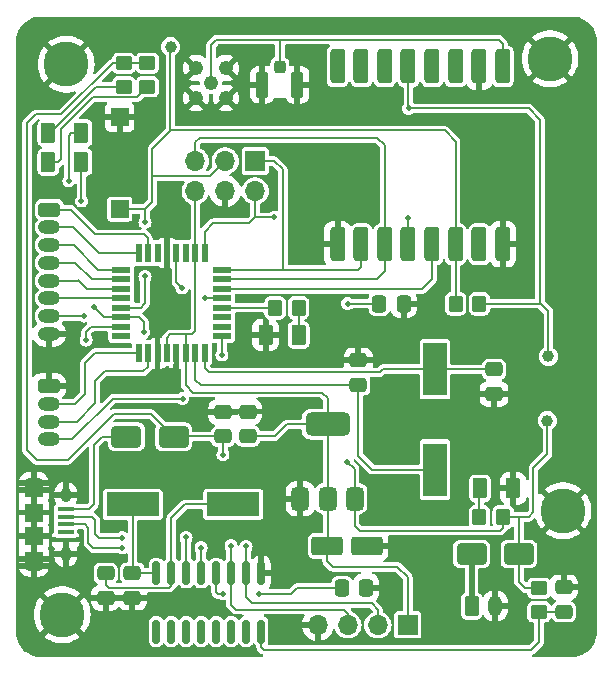
<source format=gbr>
%TF.GenerationSoftware,KiCad,Pcbnew,8.0.4-8.0.4-0~ubuntu24.04.1*%
%TF.CreationDate,2024-09-01T12:42:54+03:00*%
%TF.ProjectId,communication_body,636f6d6d-756e-4696-9361-74696f6e5f62,rev?*%
%TF.SameCoordinates,Original*%
%TF.FileFunction,Copper,L1,Top*%
%TF.FilePolarity,Positive*%
%FSLAX46Y46*%
G04 Gerber Fmt 4.6, Leading zero omitted, Abs format (unit mm)*
G04 Created by KiCad (PCBNEW 8.0.4-8.0.4-0~ubuntu24.04.1) date 2024-09-01 12:42:54*
%MOMM*%
%LPD*%
G01*
G04 APERTURE LIST*
G04 Aperture macros list*
%AMRoundRect*
0 Rectangle with rounded corners*
0 $1 Rounding radius*
0 $2 $3 $4 $5 $6 $7 $8 $9 X,Y pos of 4 corners*
0 Add a 4 corners polygon primitive as box body*
4,1,4,$2,$3,$4,$5,$6,$7,$8,$9,$2,$3,0*
0 Add four circle primitives for the rounded corners*
1,1,$1+$1,$2,$3*
1,1,$1+$1,$4,$5*
1,1,$1+$1,$6,$7*
1,1,$1+$1,$8,$9*
0 Add four rect primitives between the rounded corners*
20,1,$1+$1,$2,$3,$4,$5,0*
20,1,$1+$1,$4,$5,$6,$7,0*
20,1,$1+$1,$6,$7,$8,$9,0*
20,1,$1+$1,$8,$9,$2,$3,0*%
G04 Aperture macros list end*
%TA.AperFunction,SMDPad,CuDef*%
%ADD10R,1.350000X0.400000*%
%TD*%
%TA.AperFunction,ComponentPad*%
%ADD11O,1.550000X0.890000*%
%TD*%
%TA.AperFunction,SMDPad,CuDef*%
%ADD12R,1.550000X1.200000*%
%TD*%
%TA.AperFunction,ComponentPad*%
%ADD13O,0.950000X1.250000*%
%TD*%
%TA.AperFunction,SMDPad,CuDef*%
%ADD14R,1.550000X1.500000*%
%TD*%
%TA.AperFunction,ComponentPad*%
%ADD15RoundRect,0.250000X-0.685000X0.335000X-0.685000X-0.335000X0.685000X-0.335000X0.685000X0.335000X0*%
%TD*%
%TA.AperFunction,ComponentPad*%
%ADD16O,1.870000X1.170000*%
%TD*%
%TA.AperFunction,ComponentPad*%
%ADD17RoundRect,0.250000X-0.350000X-0.625000X0.350000X-0.625000X0.350000X0.625000X-0.350000X0.625000X0*%
%TD*%
%TA.AperFunction,ComponentPad*%
%ADD18O,1.200000X1.750000*%
%TD*%
%TA.AperFunction,SMDPad,CuDef*%
%ADD19RoundRect,0.250000X-1.075000X-0.550000X1.075000X-0.550000X1.075000X0.550000X-1.075000X0.550000X0*%
%TD*%
%TA.AperFunction,SMDPad,CuDef*%
%ADD20RoundRect,0.250000X-0.450000X0.350000X-0.450000X-0.350000X0.450000X-0.350000X0.450000X0.350000X0*%
%TD*%
%TA.AperFunction,SMDPad,CuDef*%
%ADD21RoundRect,0.250000X-0.250000X0.275000X-0.250000X-0.275000X0.250000X-0.275000X0.250000X0.275000X0*%
%TD*%
%TA.AperFunction,SMDPad,CuDef*%
%ADD22RoundRect,0.250000X-0.275000X0.850000X-0.275000X-0.850000X0.275000X-0.850000X0.275000X0.850000X0*%
%TD*%
%TA.AperFunction,SMDPad,CuDef*%
%ADD23R,1.500000X1.500000*%
%TD*%
%TA.AperFunction,SMDPad,CuDef*%
%ADD24RoundRect,0.150000X-0.150000X0.825000X-0.150000X-0.825000X0.150000X-0.825000X0.150000X0.825000X0*%
%TD*%
%TA.AperFunction,SMDPad,CuDef*%
%ADD25RoundRect,0.250000X-0.350000X-0.450000X0.350000X-0.450000X0.350000X0.450000X-0.350000X0.450000X0*%
%TD*%
%TA.AperFunction,SMDPad,CuDef*%
%ADD26RoundRect,0.250000X-0.375000X-0.625000X0.375000X-0.625000X0.375000X0.625000X-0.375000X0.625000X0*%
%TD*%
%TA.AperFunction,ComponentPad*%
%ADD27R,1.700000X1.700000*%
%TD*%
%TA.AperFunction,ComponentPad*%
%ADD28O,1.700000X1.700000*%
%TD*%
%TA.AperFunction,SMDPad,CuDef*%
%ADD29C,1.000000*%
%TD*%
%TA.AperFunction,SMDPad,CuDef*%
%ADD30RoundRect,0.250000X1.000000X0.650000X-1.000000X0.650000X-1.000000X-0.650000X1.000000X-0.650000X0*%
%TD*%
%TA.AperFunction,SMDPad,CuDef*%
%ADD31RoundRect,0.250000X-0.337500X-0.475000X0.337500X-0.475000X0.337500X0.475000X-0.337500X0.475000X0*%
%TD*%
%TA.AperFunction,ComponentPad*%
%ADD32C,3.800000*%
%TD*%
%TA.AperFunction,SMDPad,CuDef*%
%ADD33RoundRect,0.250000X-0.475000X0.337500X-0.475000X-0.337500X0.475000X-0.337500X0.475000X0.337500X0*%
%TD*%
%TA.AperFunction,SMDPad,CuDef*%
%ADD34RoundRect,0.250000X0.475000X-0.337500X0.475000X0.337500X-0.475000X0.337500X-0.475000X-0.337500X0*%
%TD*%
%TA.AperFunction,ComponentPad*%
%ADD35C,1.240000*%
%TD*%
%TA.AperFunction,SMDPad,CuDef*%
%ADD36RoundRect,0.375000X0.375000X-0.625000X0.375000X0.625000X-0.375000X0.625000X-0.375000X-0.625000X0*%
%TD*%
%TA.AperFunction,SMDPad,CuDef*%
%ADD37RoundRect,0.500000X1.400000X-0.500000X1.400000X0.500000X-1.400000X0.500000X-1.400000X-0.500000X0*%
%TD*%
%TA.AperFunction,SMDPad,CuDef*%
%ADD38RoundRect,0.250000X0.337500X0.475000X-0.337500X0.475000X-0.337500X-0.475000X0.337500X-0.475000X0*%
%TD*%
%TA.AperFunction,SMDPad,CuDef*%
%ADD39R,2.000000X4.500000*%
%TD*%
%TA.AperFunction,SMDPad,CuDef*%
%ADD40RoundRect,0.250000X0.450000X-0.350000X0.450000X0.350000X-0.450000X0.350000X-0.450000X-0.350000X0*%
%TD*%
%TA.AperFunction,SMDPad,CuDef*%
%ADD41R,4.500000X2.000000*%
%TD*%
%TA.AperFunction,SMDPad,CuDef*%
%ADD42RoundRect,0.250000X0.375000X0.625000X-0.375000X0.625000X-0.375000X-0.625000X0.375000X-0.625000X0*%
%TD*%
%TA.AperFunction,SMDPad,CuDef*%
%ADD43R,0.550000X1.600000*%
%TD*%
%TA.AperFunction,SMDPad,CuDef*%
%ADD44R,1.600000X0.550000*%
%TD*%
%TA.AperFunction,SMDPad,CuDef*%
%ADD45RoundRect,0.250000X0.350000X0.450000X-0.350000X0.450000X-0.350000X-0.450000X0.350000X-0.450000X0*%
%TD*%
%TA.AperFunction,SMDPad,CuDef*%
%ADD46RoundRect,0.317500X0.317500X-1.157500X0.317500X1.157500X-0.317500X1.157500X-0.317500X-1.157500X0*%
%TD*%
%TA.AperFunction,ViaPad*%
%ADD47C,0.500000*%
%TD*%
%TA.AperFunction,Conductor*%
%ADD48C,0.200000*%
%TD*%
%TA.AperFunction,Conductor*%
%ADD49C,0.500000*%
%TD*%
G04 APERTURE END LIST*
D10*
%TO.P,J7,1,VBUS*%
%TO.N,Net-(D4-A)*%
X116790000Y-115552500D03*
%TO.P,J7,2,D-*%
%TO.N,Net-(J7-D-)*%
X116790000Y-116202500D03*
%TO.P,J7,3,D+*%
%TO.N,Net-(J7-D+)*%
X116790000Y-116852500D03*
%TO.P,J7,4,ID*%
%TO.N,unconnected-(J7-ID-Pad4)*%
X116790000Y-117502500D03*
%TO.P,J7,5,GND*%
%TO.N,GND*%
X116790000Y-118152500D03*
D11*
%TO.P,J7,6,Shield*%
X114090000Y-113352500D03*
D12*
X114090000Y-113952500D03*
D13*
X116790000Y-114352500D03*
D14*
X114090000Y-115852500D03*
X114090000Y-117852500D03*
D13*
X116790000Y-119352500D03*
D12*
X114090000Y-119752500D03*
D11*
X114090000Y-120352500D03*
%TD*%
D15*
%TO.P,J5,1,Pin_1*%
%TO.N,GND*%
X115365000Y-105165000D03*
D16*
%TO.P,J5,2,Pin_2*%
%TO.N,/COM_Tx*%
X115365000Y-106665000D03*
%TO.P,J5,3,Pin_3*%
%TO.N,/COM_Rx*%
X115365000Y-108165000D03*
%TO.P,J5,4,Pin_4*%
%TO.N,/COM_int*%
X115365000Y-109665000D03*
%TD*%
D17*
%TO.P,J4,1,Pin_1*%
%TO.N,Net-(D5-A)*%
X151165000Y-123765000D03*
D18*
%TO.P,J4,2,Pin_2*%
%TO.N,GND*%
X153165000Y-123765000D03*
%TD*%
D19*
%TO.P,C11,1*%
%TO.N,+3V3*%
X138935000Y-118675000D03*
%TO.P,C11,2*%
%TO.N,GND*%
X142285000Y-118675000D03*
%TD*%
D20*
%TO.P,R4,1*%
%TO.N,+5V*%
X156865000Y-122265000D03*
%TO.P,R4,2*%
%TO.N,Net-(U2-VCC)*%
X156865000Y-124265000D03*
%TD*%
D21*
%TO.P,AE2,1,A*%
%TO.N,Net-(AE1-A)*%
X134925000Y-78105000D03*
D22*
%TO.P,AE2,2,Shield*%
%TO.N,GND*%
X136400000Y-79630000D03*
X133450000Y-79630000D03*
%TD*%
D23*
%TO.P,SW1,1,1*%
%TO.N,GND*%
X121365000Y-82365000D03*
%TO.P,SW1,2,2*%
%TO.N,/reset*%
X121365000Y-90165000D03*
%TD*%
D24*
%TO.P,U2,1,GND*%
%TO.N,GND*%
X133335000Y-120977500D03*
%TO.P,U2,2,TXD*%
%TO.N,/RXD*%
X132065000Y-120977500D03*
%TO.P,U2,3,RXD*%
%TO.N,/TXD*%
X130795000Y-120977500D03*
%TO.P,U2,4,V3*%
%TO.N,Net-(U2-V3)*%
X129525000Y-120977500D03*
%TO.P,U2,5,UD+*%
%TO.N,Net-(J7-D+)*%
X128255000Y-120977500D03*
%TO.P,U2,6,UD-*%
%TO.N,Net-(J7-D-)*%
X126985000Y-120977500D03*
%TO.P,U2,7,XI*%
%TO.N,Net-(U2-XI)*%
X125715000Y-120977500D03*
%TO.P,U2,8,XO*%
%TO.N,Net-(U2-XO)*%
X124445000Y-120977500D03*
%TO.P,U2,9,~{CTS}*%
%TO.N,unconnected-(U2-~{CTS}-Pad9)*%
X124445000Y-125927500D03*
%TO.P,U2,10,~{DSR}*%
%TO.N,unconnected-(U2-~{DSR}-Pad10)*%
X125715000Y-125927500D03*
%TO.P,U2,11,~{RI}*%
%TO.N,unconnected-(U2-~{RI}-Pad11)*%
X126985000Y-125927500D03*
%TO.P,U2,12,~{DCD}*%
%TO.N,unconnected-(U2-~{DCD}-Pad12)*%
X128255000Y-125927500D03*
%TO.P,U2,13,~{DTR}*%
%TO.N,unconnected-(U2-~{DTR}-Pad13)*%
X129525000Y-125927500D03*
%TO.P,U2,14,~{RTS}*%
%TO.N,unconnected-(U2-~{RTS}-Pad14)*%
X130795000Y-125927500D03*
%TO.P,U2,15,R232*%
%TO.N,unconnected-(U2-R232-Pad15)*%
X132065000Y-125927500D03*
%TO.P,U2,16,VCC*%
%TO.N,Net-(U2-VCC)*%
X133335000Y-125927500D03*
%TD*%
D25*
%TO.P,R3,1*%
%TO.N,Net-(D2-A)*%
X151825000Y-116235000D03*
%TO.P,R3,2*%
%TO.N,+5V*%
X153825000Y-116235000D03*
%TD*%
D15*
%TO.P,J6,1,Pin_1*%
%TO.N,/X_axis*%
X115415000Y-90215000D03*
D16*
%TO.P,J6,2,Pin_2*%
%TO.N,/Y_axis*%
X115415000Y-91715000D03*
%TO.P,J6,3,Pin_3*%
%TO.N,/Z_axis*%
X115415000Y-93215000D03*
%TO.P,J6,4,Pin_4*%
%TO.N,/output*%
X115415000Y-94715000D03*
%TO.P,J6,5,Pin_5*%
%TO.N,/input*%
X115415000Y-96215000D03*
%TO.P,J6,6,Pin_6*%
%TO.N,/intr*%
X115415000Y-97715000D03*
%TO.P,J6,7,Pin_7*%
%TO.N,/level*%
X115415000Y-99215000D03*
%TO.P,J6,8,Pin_8*%
%TO.N,GND*%
X115415000Y-100715000D03*
%TD*%
D26*
%TO.P,D1,1,K*%
%TO.N,GND*%
X133715000Y-100815000D03*
%TO.P,D1,2,A*%
%TO.N,Net-(D1-A)*%
X136515000Y-100815000D03*
%TD*%
D27*
%TO.P,J1,1,Pin_1*%
%TO.N,/MISO*%
X132835000Y-86095000D03*
D28*
%TO.P,J1,2,Pin_2*%
%TO.N,/SCLK*%
X132835000Y-88635000D03*
%TO.P,J1,3,Pin_3*%
%TO.N,/reset*%
X130295000Y-86095000D03*
%TO.P,J1,4,Pin_4*%
%TO.N,GND*%
X130295000Y-88635000D03*
%TO.P,J1,5,Pin_5*%
%TO.N,/MOSI*%
X127755000Y-86095000D03*
%TO.P,J1,6,Pin_6*%
%TO.N,+3V3*%
X127755000Y-88635000D03*
%TD*%
D29*
%TO.P,TP3,1,1*%
%TO.N,+5V*%
X157575000Y-108065000D03*
%TD*%
%TO.P,TP2,1,1*%
%TO.N,/reset*%
X125670000Y-76420000D03*
%TD*%
D30*
%TO.P,D5,1,K*%
%TO.N,+5V*%
X155165000Y-119365000D03*
%TO.P,D5,2,A*%
%TO.N,Net-(D5-A)*%
X151165000Y-119365000D03*
%TD*%
D31*
%TO.P,C10,1*%
%TO.N,Net-(U2-V3)*%
X140177500Y-122245000D03*
%TO.P,C10,2*%
%TO.N,GND*%
X142252500Y-122245000D03*
%TD*%
D32*
%TO.P,H2,1,1*%
%TO.N,GND*%
X116845000Y-77900000D03*
%TD*%
D30*
%TO.P,D4,1,K*%
%TO.N,+5V*%
X125937500Y-109427500D03*
%TO.P,D4,2,A*%
%TO.N,Net-(D4-A)*%
X121937500Y-109427500D03*
%TD*%
D32*
%TO.P,H4,1,1*%
%TO.N,GND*%
X116500000Y-124500000D03*
%TD*%
D33*
%TO.P,C4,1*%
%TO.N,GND*%
X132200000Y-107302500D03*
%TO.P,C4,2*%
%TO.N,+3V3*%
X132200000Y-109377500D03*
%TD*%
D34*
%TO.P,C1,1*%
%TO.N,GND*%
X153055000Y-105802500D03*
%TO.P,C1,2*%
%TO.N,Net-(U3-XTAL2{slash}PB7)*%
X153055000Y-103727500D03*
%TD*%
D35*
%TO.P,AE1,1,A*%
%TO.N,Net-(AE1-A)*%
X129095000Y-79495000D03*
%TO.P,AE1,2,Shield*%
%TO.N,GND*%
X127825000Y-78225000D03*
X127825000Y-80765000D03*
X130365000Y-78225000D03*
X130365000Y-80765000D03*
%TD*%
D36*
%TO.P,U4,1,GND*%
%TO.N,GND*%
X136665000Y-114685000D03*
%TO.P,U4,2,VO*%
%TO.N,+3V3*%
X138965000Y-114685000D03*
D37*
X138965000Y-108385000D03*
D36*
%TO.P,U4,3,VI*%
%TO.N,+5V*%
X141265000Y-114685000D03*
%TD*%
D38*
%TO.P,C3,1*%
%TO.N,GND*%
X145410000Y-98165000D03*
%TO.P,C3,2*%
%TO.N,Net-(U3-AREF)*%
X143335000Y-98165000D03*
%TD*%
D39*
%TO.P,Y1,1,1*%
%TO.N,Net-(U3-XTAL2{slash}PB7)*%
X148065000Y-103715000D03*
%TO.P,Y1,2,2*%
%TO.N,Net-(U3-XTAL1{slash}PB6)*%
X148065000Y-112215000D03*
%TD*%
D40*
%TO.P,R6,1*%
%TO.N,Net-(D6-A)*%
X121720000Y-79820000D03*
%TO.P,R6,2*%
%TO.N,+5V*%
X121720000Y-77820000D03*
%TD*%
D41*
%TO.P,Y2,1,1*%
%TO.N,Net-(U2-XI)*%
X130965000Y-115165000D03*
%TO.P,Y2,2,2*%
%TO.N,Net-(U2-XO)*%
X122465000Y-115165000D03*
%TD*%
D29*
%TO.P,TP1,1,1*%
%TO.N,+3V3*%
X157665000Y-102635000D03*
%TD*%
D42*
%TO.P,D6,1,K*%
%TO.N,/TXD*%
X118130000Y-83740000D03*
%TO.P,D6,2,A*%
%TO.N,Net-(D6-A)*%
X115330000Y-83740000D03*
%TD*%
D33*
%TO.P,C6,1*%
%TO.N,GND*%
X130100000Y-107340000D03*
%TO.P,C6,2*%
%TO.N,+5V*%
X130100000Y-109415000D03*
%TD*%
D32*
%TO.P,H1,1,1*%
%TO.N,GND*%
X158900000Y-115700000D03*
%TD*%
D27*
%TO.P,J2,1,Pin_1*%
%TO.N,+3V3*%
X145765000Y-125365000D03*
D28*
%TO.P,J2,2,Pin_2*%
%TO.N,/RXD*%
X143225000Y-125365000D03*
%TO.P,J2,3,Pin_3*%
%TO.N,/TXD*%
X140685000Y-125365000D03*
%TO.P,J2,4,Pin_4*%
%TO.N,GND*%
X138145000Y-125365000D03*
%TD*%
D34*
%TO.P,C7,1*%
%TO.N,GND*%
X120175000Y-123062500D03*
%TO.P,C7,2*%
%TO.N,Net-(U2-XI)*%
X120175000Y-120987500D03*
%TD*%
D33*
%TO.P,C2,1*%
%TO.N,GND*%
X141565000Y-102977500D03*
%TO.P,C2,2*%
%TO.N,Net-(U3-XTAL1{slash}PB6)*%
X141565000Y-105052500D03*
%TD*%
D43*
%TO.P,U3,1,PD3*%
%TO.N,/COM_Tx*%
X122965000Y-102365000D03*
%TO.P,U3,2,PD4*%
%TO.N,/COM_Rx*%
X123765000Y-102365000D03*
%TO.P,U3,3,GND*%
%TO.N,GND*%
X124565000Y-102365000D03*
%TO.P,U3,4,VCC*%
%TO.N,+3V3*%
X125365000Y-102365000D03*
%TO.P,U3,5,GND*%
%TO.N,GND*%
X126165000Y-102365000D03*
%TO.P,U3,6,VCC*%
%TO.N,+3V3*%
X126965000Y-102365000D03*
%TO.P,U3,7,XTAL1/PB6*%
%TO.N,Net-(U3-XTAL1{slash}PB6)*%
X127765000Y-102365000D03*
%TO.P,U3,8,XTAL2/PB7*%
%TO.N,Net-(U3-XTAL2{slash}PB7)*%
X128565000Y-102365000D03*
D44*
%TO.P,U3,9,PD5*%
%TO.N,/COM_int*%
X130015000Y-100915000D03*
%TO.P,U3,10,PD6*%
%TO.N,unconnected-(U3-PD6-Pad10)*%
X130015000Y-100115000D03*
%TO.P,U3,11,PD7*%
%TO.N,unconnected-(U3-PD7-Pad11)*%
X130015000Y-99315000D03*
%TO.P,U3,12,PB0*%
%TO.N,Net-(U3-PB0)*%
X130015000Y-98515000D03*
%TO.P,U3,13,PB1*%
%TO.N,/level*%
X130015000Y-97715000D03*
%TO.P,U3,14,PB2*%
%TO.N,Net-(U1-NSS)*%
X130015000Y-96915000D03*
%TO.P,U3,15,PB3*%
%TO.N,/MOSI*%
X130015000Y-96115000D03*
%TO.P,U3,16,PB4*%
%TO.N,/MISO*%
X130015000Y-95315000D03*
D43*
%TO.P,U3,17,PB5*%
%TO.N,/SCLK*%
X128565000Y-93865000D03*
%TO.P,U3,18,AVCC*%
%TO.N,+3V3*%
X127765000Y-93865000D03*
%TO.P,U3,19,ADC6*%
%TO.N,unconnected-(U3-ADC6-Pad19)*%
X126965000Y-93865000D03*
%TO.P,U3,20,AREF*%
%TO.N,Net-(U3-AREF)*%
X126165000Y-93865000D03*
%TO.P,U3,21,GND*%
%TO.N,GND*%
X125365000Y-93865000D03*
%TO.P,U3,22,ADC7*%
%TO.N,unconnected-(U3-ADC7-Pad22)*%
X124565000Y-93865000D03*
%TO.P,U3,23,PC0*%
%TO.N,/X_axis*%
X123765000Y-93865000D03*
%TO.P,U3,24,PC1*%
%TO.N,/Y_axis*%
X122965000Y-93865000D03*
D44*
%TO.P,U3,25,PC2*%
%TO.N,/Z_axis*%
X121515000Y-95315000D03*
%TO.P,U3,26,PC3*%
%TO.N,/output*%
X121515000Y-96115000D03*
%TO.P,U3,27,PC4*%
%TO.N,/input*%
X121515000Y-96915000D03*
%TO.P,U3,28,PC5*%
%TO.N,/intr*%
X121515000Y-97715000D03*
%TO.P,U3,29,~{RESET}/PC6*%
%TO.N,/reset*%
X121515000Y-98515000D03*
%TO.P,U3,30,PD0*%
%TO.N,/RXD*%
X121515000Y-99315000D03*
%TO.P,U3,31,PD1*%
%TO.N,/TXD*%
X121515000Y-100115000D03*
%TO.P,U3,32,PD2*%
%TO.N,unconnected-(U3-PD2-Pad32)*%
X121515000Y-100915000D03*
%TD*%
D45*
%TO.P,R1,1*%
%TO.N,+3V3*%
X151825000Y-98175000D03*
%TO.P,R1,2*%
%TO.N,/reset*%
X149825000Y-98175000D03*
%TD*%
D42*
%TO.P,D3,1,K*%
%TO.N,/RXD*%
X118130000Y-86200000D03*
%TO.P,D3,2,A*%
%TO.N,Net-(D3-A)*%
X115330000Y-86200000D03*
%TD*%
D32*
%TO.P,H3,1,1*%
%TO.N,GND*%
X157800000Y-77435000D03*
%TD*%
D42*
%TO.P,D2,1,K*%
%TO.N,GND*%
X154675000Y-113815000D03*
%TO.P,D2,2,A*%
%TO.N,Net-(D2-A)*%
X151875000Y-113815000D03*
%TD*%
D40*
%TO.P,R5,1*%
%TO.N,Net-(D3-A)*%
X123710000Y-79810000D03*
%TO.P,R5,2*%
%TO.N,+5V*%
X123710000Y-77810000D03*
%TD*%
D33*
%TO.P,C8,1*%
%TO.N,GND*%
X158965000Y-122190000D03*
%TO.P,C8,2*%
%TO.N,Net-(U2-VCC)*%
X158965000Y-124265000D03*
%TD*%
D45*
%TO.P,R2,1*%
%TO.N,Net-(D1-A)*%
X136515000Y-98515000D03*
%TO.P,R2,2*%
%TO.N,Net-(U3-PB0)*%
X134515000Y-98515000D03*
%TD*%
D46*
%TO.P,U1,1,GND*%
%TO.N,GND*%
X139815000Y-93130000D03*
%TO.P,U1,2,MISO*%
%TO.N,/MISO*%
X141815000Y-93130000D03*
%TO.P,U1,3,MOSI*%
%TO.N,/MOSI*%
X143815000Y-93130000D03*
%TO.P,U1,4,SCK*%
%TO.N,/SCLK*%
X145815000Y-93130000D03*
%TO.P,U1,5,NSS*%
%TO.N,Net-(U1-NSS)*%
X147815000Y-93130000D03*
%TO.P,U1,6,RESET*%
%TO.N,/reset*%
X149815000Y-93130000D03*
%TO.P,U1,7,DIO5*%
%TO.N,unconnected-(U1-DIO5-Pad7)*%
X151815000Y-93130000D03*
%TO.P,U1,8,GND*%
%TO.N,GND*%
X153815000Y-93130000D03*
%TO.P,U1,9,ANT*%
%TO.N,Net-(AE1-A)*%
X153815000Y-78080000D03*
%TO.P,U1,10,GND*%
%TO.N,GND*%
X151815000Y-78080000D03*
%TO.P,U1,11,DIO3*%
%TO.N,unconnected-(U1-DIO3-Pad11)*%
X149815000Y-78080000D03*
%TO.P,U1,12,DIO4*%
%TO.N,unconnected-(U1-DIO4-Pad12)*%
X147815000Y-78080000D03*
%TO.P,U1,13,3.3V*%
%TO.N,+3V3*%
X145815000Y-78080000D03*
%TO.P,U1,14,DIO0*%
%TO.N,unconnected-(U1-DIO0-Pad14)*%
X143815000Y-78080000D03*
%TO.P,U1,15,DIO1*%
%TO.N,unconnected-(U1-DIO1-Pad15)*%
X141815000Y-78080000D03*
%TO.P,U1,16,DIO2*%
%TO.N,unconnected-(U1-DIO2-Pad16)*%
X139815000Y-78080000D03*
%TD*%
D34*
%TO.P,C9,1*%
%TO.N,GND*%
X122435000Y-123052500D03*
%TO.P,C9,2*%
%TO.N,Net-(U2-XO)*%
X122435000Y-120977500D03*
%TD*%
D47*
%TO.N,GND*%
X124730000Y-107070000D03*
X125000000Y-92000000D03*
X136000000Y-117000000D03*
X141000000Y-85000000D03*
X136000000Y-118000000D03*
X134000000Y-117000000D03*
X135000000Y-117000000D03*
X139000000Y-85000000D03*
X136000000Y-119000000D03*
X122040000Y-105090000D03*
X135000000Y-118000000D03*
X125700000Y-107080000D03*
X134000000Y-118000000D03*
X125000000Y-91000000D03*
X125720000Y-104980000D03*
X134000000Y-119000000D03*
X126000000Y-91000000D03*
X141000000Y-86000000D03*
X125000000Y-90000000D03*
X126000000Y-92000000D03*
X120410000Y-105070000D03*
X126000000Y-89000000D03*
X126000000Y-90000000D03*
X142000000Y-85000000D03*
X142000000Y-86000000D03*
X140000000Y-85000000D03*
X125000000Y-89000000D03*
X124730000Y-105010000D03*
X140000000Y-86000000D03*
X121240000Y-105070000D03*
X139000000Y-86000000D03*
X135000000Y-119000000D03*
%TO.N,Net-(U3-AREF)*%
X126635000Y-96835000D03*
X140665000Y-98165000D03*
%TO.N,+3V3*%
X145825000Y-81635000D03*
%TO.N,/SCLK*%
X145815000Y-90875000D03*
X134455000Y-90865000D03*
%TO.N,/reset*%
X123505000Y-91275000D03*
X123505000Y-95855000D03*
%TO.N,/RXD*%
X123405000Y-100585000D03*
X132065000Y-118725000D03*
X119205000Y-98455000D03*
X118130000Y-89470000D03*
%TO.N,/TXD*%
X117060000Y-87770000D03*
X130795000Y-118665000D03*
X118525000Y-101245000D03*
%TO.N,/level*%
X118360000Y-99215000D03*
X128565000Y-97715000D03*
%TO.N,/COM_int*%
X130015000Y-102505000D03*
X126685000Y-106215000D03*
%TO.N,+5V*%
X140615000Y-111535000D03*
X130105000Y-110965000D03*
%TO.N,Net-(U2-V3)*%
X133155000Y-122745000D03*
X130125000Y-122745000D03*
%TO.N,Net-(J7-D-)*%
X121575000Y-117975000D03*
X126985000Y-117965000D03*
%TO.N,Net-(J7-D+)*%
X128255000Y-118835000D03*
X121595000Y-118845000D03*
%TD*%
D48*
%TO.N,Net-(AE1-A)*%
X129095000Y-79495000D02*
X129095000Y-76265000D01*
X153815000Y-76185000D02*
X153815000Y-78080000D01*
X134925000Y-78105000D02*
X134925000Y-75865000D01*
X129535000Y-75825000D02*
X134965000Y-75825000D01*
X134965000Y-75825000D02*
X153455000Y-75825000D01*
X153455000Y-75825000D02*
X153815000Y-76185000D01*
X129095000Y-76265000D02*
X129535000Y-75825000D01*
X134925000Y-75865000D02*
X134965000Y-75825000D01*
%TO.N,Net-(U3-XTAL2{slash}PB7)*%
X148077500Y-103727500D02*
X148065000Y-103715000D01*
X143635000Y-103715000D02*
X148065000Y-103715000D01*
X128935000Y-103985000D02*
X143365000Y-103985000D01*
X128565000Y-103615000D02*
X128935000Y-103985000D01*
X128565000Y-102365000D02*
X128565000Y-103615000D01*
X153055000Y-103727500D02*
X148077500Y-103727500D01*
X143365000Y-103985000D02*
X143635000Y-103715000D01*
%TO.N,Net-(U3-XTAL1{slash}PB6)*%
X142735000Y-112215000D02*
X141565000Y-111045000D01*
X127765000Y-102365000D02*
X127765000Y-104595000D01*
X127765000Y-104595000D02*
X128222500Y-105052500D01*
X141565000Y-111045000D02*
X141565000Y-105052500D01*
X128222500Y-105052500D02*
X141565000Y-105052500D01*
X148065000Y-112215000D02*
X142735000Y-112215000D01*
%TO.N,Net-(U3-AREF)*%
X126165000Y-93865000D02*
X126165000Y-96365000D01*
X140665000Y-98165000D02*
X143335000Y-98165000D01*
X126165000Y-96365000D02*
X126635000Y-96835000D01*
%TO.N,+3V3*%
X138965000Y-106195000D02*
X138965000Y-108385000D01*
X138935000Y-118675000D02*
X138935000Y-119935000D01*
X145825000Y-81635000D02*
X145825000Y-81455000D01*
X138465000Y-105695000D02*
X138965000Y-106195000D01*
X138965000Y-108385000D02*
X138965000Y-114685000D01*
X145815000Y-81445000D02*
X145815000Y-78080000D01*
X156945000Y-98105000D02*
X156945000Y-82585000D01*
X127765000Y-88645000D02*
X127755000Y-88635000D01*
X125365000Y-101055000D02*
X125365000Y-102365000D01*
X135515000Y-108385000D02*
X138965000Y-108385000D01*
X126735000Y-100775000D02*
X125645000Y-100775000D01*
X127765000Y-100475000D02*
X127465000Y-100775000D01*
X138965000Y-118645000D02*
X138935000Y-118675000D01*
X145765000Y-121345000D02*
X145765000Y-125365000D01*
X144875000Y-120455000D02*
X145765000Y-121345000D01*
X127765000Y-93865000D02*
X127765000Y-100475000D01*
X139455000Y-120455000D02*
X144875000Y-120455000D01*
X132200000Y-109377500D02*
X134522500Y-109377500D01*
X145825000Y-81455000D02*
X145815000Y-81445000D01*
X126965000Y-102365000D02*
X126965000Y-100775000D01*
X155995000Y-81635000D02*
X145825000Y-81635000D01*
X138935000Y-119935000D02*
X139455000Y-120455000D01*
X127585000Y-105695000D02*
X138465000Y-105695000D01*
X157015000Y-98175000D02*
X157665000Y-98825000D01*
X151825000Y-98175000D02*
X157015000Y-98175000D01*
X126965000Y-105075000D02*
X127585000Y-105695000D01*
X156945000Y-82585000D02*
X155995000Y-81635000D01*
X125645000Y-100775000D02*
X125365000Y-101055000D01*
X127765000Y-93865000D02*
X127765000Y-88645000D01*
X138965000Y-114685000D02*
X138965000Y-118645000D01*
X126965000Y-102365000D02*
X126965000Y-105075000D01*
X157665000Y-98825000D02*
X157665000Y-102635000D01*
X157015000Y-98175000D02*
X156945000Y-98105000D01*
X127465000Y-100775000D02*
X126735000Y-100775000D01*
X134522500Y-109377500D02*
X135515000Y-108385000D01*
%TO.N,Net-(D1-A)*%
X136515000Y-100815000D02*
X136515000Y-98515000D01*
%TO.N,Net-(D2-A)*%
X151825000Y-116235000D02*
X151825000Y-113865000D01*
X151825000Y-113865000D02*
X151875000Y-113815000D01*
%TO.N,/SCLK*%
X134455000Y-90865000D02*
X132835000Y-90865000D01*
X132835000Y-90865000D02*
X132835000Y-88635000D01*
X129295000Y-91355000D02*
X132345000Y-91355000D01*
X128565000Y-92085000D02*
X129295000Y-91355000D01*
X128565000Y-93865000D02*
X128565000Y-92085000D01*
X132345000Y-91355000D02*
X132835000Y-90865000D01*
X145815000Y-90875000D02*
X145815000Y-93130000D01*
%TO.N,/MOSI*%
X143145000Y-96115000D02*
X143815000Y-95445000D01*
X127755000Y-86095000D02*
X127755000Y-84515000D01*
X143815000Y-95445000D02*
X143815000Y-93130000D01*
X143815000Y-84765000D02*
X143815000Y-93130000D01*
X143175000Y-84125000D02*
X143815000Y-84765000D01*
X127755000Y-84515000D02*
X128145000Y-84125000D01*
X130015000Y-96115000D02*
X143145000Y-96115000D01*
X128145000Y-84125000D02*
X143175000Y-84125000D01*
%TO.N,/MISO*%
X134725000Y-95315000D02*
X130015000Y-95315000D01*
X141815000Y-93130000D02*
X141815000Y-95025000D01*
X141815000Y-95025000D02*
X141525000Y-95315000D01*
X132835000Y-86095000D02*
X134465000Y-86095000D01*
X141525000Y-95315000D02*
X134725000Y-95315000D01*
X134465000Y-86095000D02*
X135175000Y-86805000D01*
X135175000Y-86805000D02*
X135175000Y-95315000D01*
%TO.N,/reset*%
X123505000Y-90185000D02*
X123525000Y-90165000D01*
X123505000Y-98145000D02*
X123505000Y-95855000D01*
X125510000Y-76420000D02*
X125660000Y-76420000D01*
X121515000Y-98515000D02*
X123135000Y-98515000D01*
X123525000Y-90165000D02*
X124130000Y-89560000D01*
X130295000Y-86095000D02*
X129015000Y-87375000D01*
X124130000Y-85060000D02*
X125685000Y-83505000D01*
X125660000Y-76420000D02*
X125660000Y-83545000D01*
X149815000Y-84455000D02*
X149815000Y-93130000D01*
X149815000Y-98165000D02*
X149825000Y-98175000D01*
X123505000Y-91275000D02*
X123505000Y-90185000D01*
X124130000Y-89560000D02*
X124130000Y-85060000D01*
X123525000Y-90165000D02*
X121365000Y-90165000D01*
X148865000Y-83505000D02*
X149815000Y-84455000D01*
X125685000Y-83505000D02*
X148865000Y-83505000D01*
X149815000Y-93130000D02*
X149815000Y-98165000D01*
X123415000Y-98235000D02*
X123505000Y-98145000D01*
X123135000Y-98515000D02*
X123415000Y-98235000D01*
X129015000Y-87375000D02*
X124215000Y-87375000D01*
%TO.N,/RXD*%
X119205000Y-98455000D02*
X120065000Y-99315000D01*
X132065000Y-120977500D02*
X132065000Y-118725000D01*
X123405000Y-99725000D02*
X122995000Y-99315000D01*
X123405000Y-100585000D02*
X123405000Y-99725000D01*
X122995000Y-99315000D02*
X121515000Y-99315000D01*
X118130000Y-86200000D02*
X118130000Y-89470000D01*
X143225000Y-125365000D02*
X143225000Y-124065000D01*
X142685000Y-123525000D02*
X132555000Y-123525000D01*
X143225000Y-124065000D02*
X142685000Y-123525000D01*
X132065000Y-123035000D02*
X132065000Y-120977500D01*
X132555000Y-123525000D02*
X132065000Y-123035000D01*
X120065000Y-99315000D02*
X121515000Y-99315000D01*
%TO.N,/TXD*%
X117060000Y-83940000D02*
X117060000Y-87770000D01*
X130795000Y-120977500D02*
X130795000Y-118665000D01*
X140685000Y-125365000D02*
X140685000Y-124405000D01*
X118130000Y-83740000D02*
X117260000Y-83740000D01*
X118525000Y-100545000D02*
X118955000Y-100115000D01*
X118525000Y-101245000D02*
X118525000Y-100545000D01*
X130795000Y-123695000D02*
X130795000Y-120977500D01*
X131175000Y-124075000D02*
X130795000Y-123695000D01*
X140355000Y-124075000D02*
X131175000Y-124075000D01*
X117260000Y-83740000D02*
X117060000Y-83940000D01*
X118955000Y-100115000D02*
X121515000Y-100115000D01*
X140685000Y-124405000D02*
X140355000Y-124075000D01*
%TO.N,/COM_Rx*%
X119300000Y-104700000D02*
X120095000Y-103905000D01*
X123375000Y-103905000D02*
X123765000Y-103515000D01*
X120095000Y-103905000D02*
X123375000Y-103905000D01*
X117725000Y-108165000D02*
X119300000Y-106590000D01*
X119300000Y-106590000D02*
X119300000Y-104700000D01*
X123765000Y-103515000D02*
X123765000Y-102365000D01*
X115365000Y-108165000D02*
X117725000Y-108165000D01*
%TO.N,/COM_Tx*%
X118430000Y-105780000D02*
X118430000Y-103210000D01*
X115365000Y-106665000D02*
X117545000Y-106665000D01*
X118430000Y-103210000D02*
X119275000Y-102365000D01*
X117545000Y-106665000D02*
X118430000Y-105780000D01*
X119275000Y-102365000D02*
X122965000Y-102365000D01*
%TO.N,Net-(U3-PB0)*%
X130015000Y-98515000D02*
X134515000Y-98515000D01*
%TO.N,Net-(U1-NSS)*%
X147835000Y-96055000D02*
X147815000Y-96035000D01*
X130015000Y-96915000D02*
X146975000Y-96915000D01*
X147815000Y-96035000D02*
X147815000Y-93130000D01*
X146975000Y-96915000D02*
X147835000Y-96055000D01*
%TO.N,/Z_axis*%
X119565000Y-95315000D02*
X117465000Y-93215000D01*
X121515000Y-95315000D02*
X119565000Y-95315000D01*
X117465000Y-93215000D02*
X115415000Y-93215000D01*
%TO.N,/level*%
X128565000Y-97715000D02*
X130015000Y-97715000D01*
X115415000Y-99215000D02*
X118360000Y-99215000D01*
%TO.N,/Y_axis*%
X119585000Y-93865000D02*
X117435000Y-91715000D01*
X117435000Y-91715000D02*
X115415000Y-91715000D01*
X122965000Y-93865000D02*
X119585000Y-93865000D01*
%TO.N,/X_axis*%
X123765000Y-92645000D02*
X123765000Y-93865000D01*
X119295000Y-92295000D02*
X123415000Y-92295000D01*
X117215000Y-90215000D02*
X119295000Y-92295000D01*
X115415000Y-90215000D02*
X117215000Y-90215000D01*
X123415000Y-92295000D02*
X123765000Y-92645000D01*
%TO.N,/COM_int*%
X115365000Y-109665000D02*
X117325000Y-109665000D01*
X120775000Y-106215000D02*
X126685000Y-106215000D01*
X117325000Y-109665000D02*
X120775000Y-106215000D01*
X130015000Y-102505000D02*
X130015000Y-100915000D01*
%TO.N,/input*%
X117865000Y-96215000D02*
X115415000Y-96215000D01*
X118585000Y-96915000D02*
X117875000Y-96205000D01*
X121515000Y-96915000D02*
X118585000Y-96915000D01*
X117875000Y-96205000D02*
X117865000Y-96215000D01*
%TO.N,/intr*%
X121515000Y-97715000D02*
X115415000Y-97715000D01*
%TO.N,/output*%
X121515000Y-96115000D02*
X119005000Y-96115000D01*
X119005000Y-96115000D02*
X117605000Y-94715000D01*
X117605000Y-94715000D02*
X115415000Y-94715000D01*
%TO.N,+5V*%
X141265000Y-114685000D02*
X141265000Y-116965000D01*
X153605000Y-117385000D02*
X153825000Y-117165000D01*
X141685000Y-117385000D02*
X153605000Y-117385000D01*
X155165000Y-119365000D02*
X155165000Y-116235000D01*
X156385000Y-115835000D02*
X155985000Y-116235000D01*
X156385000Y-112085000D02*
X156385000Y-115835000D01*
X121730000Y-77810000D02*
X121720000Y-77820000D01*
X141265000Y-112185000D02*
X140615000Y-111535000D01*
X114260000Y-82150000D02*
X116430000Y-82150000D01*
X113520000Y-82890000D02*
X114260000Y-82150000D01*
X130105000Y-109420000D02*
X130100000Y-109415000D01*
X156865000Y-122265000D02*
X155715000Y-122265000D01*
X157575000Y-110895000D02*
X156385000Y-112085000D01*
X154805000Y-116235000D02*
X153825000Y-116235000D01*
X153825000Y-117165000D02*
X153825000Y-116235000D01*
X141265000Y-116965000D02*
X141685000Y-117385000D01*
X113520000Y-110590000D02*
X113520000Y-82890000D01*
X155985000Y-116235000D02*
X154805000Y-116235000D01*
X157575000Y-108065000D02*
X157575000Y-110895000D01*
X116430000Y-82150000D02*
X120760000Y-77820000D01*
X116950000Y-111400000D02*
X114330000Y-111400000D01*
X120840000Y-107510000D02*
X116950000Y-111400000D01*
X125937500Y-109427500D02*
X124020000Y-107510000D01*
X130105000Y-110965000D02*
X130105000Y-109420000D01*
X130100000Y-109415000D02*
X125950000Y-109415000D01*
X141265000Y-114685000D02*
X141265000Y-112185000D01*
X155165000Y-121715000D02*
X155165000Y-119365000D01*
X114330000Y-111400000D02*
X113520000Y-110590000D01*
X125950000Y-109415000D02*
X125937500Y-109427500D01*
X124020000Y-107510000D02*
X120840000Y-107510000D01*
X155715000Y-122265000D02*
X155165000Y-121715000D01*
X120760000Y-77820000D02*
X121720000Y-77820000D01*
X123710000Y-77810000D02*
X121730000Y-77810000D01*
%TO.N,Net-(U2-XI)*%
X125715000Y-116335000D02*
X126885000Y-115165000D01*
X120175000Y-121955000D02*
X120435000Y-122215000D01*
X125545000Y-122215000D02*
X125715000Y-122045000D01*
X125715000Y-120977500D02*
X125715000Y-116335000D01*
X120435000Y-122215000D02*
X125545000Y-122215000D01*
X120175000Y-120987500D02*
X120175000Y-121955000D01*
X125715000Y-122045000D02*
X125715000Y-120977500D01*
X126885000Y-115165000D02*
X130965000Y-115165000D01*
%TO.N,Net-(U2-VCC)*%
X156195000Y-127495000D02*
X156875000Y-126815000D01*
X158965000Y-124265000D02*
X156865000Y-124265000D01*
X156865000Y-126805000D02*
X156865000Y-124265000D01*
X156875000Y-126815000D02*
X156865000Y-126805000D01*
X133605000Y-127495000D02*
X156195000Y-127495000D01*
X133335000Y-125927500D02*
X133335000Y-127225000D01*
X133335000Y-127225000D02*
X133605000Y-127495000D01*
%TO.N,Net-(U2-XO)*%
X122465000Y-115165000D02*
X122465000Y-120947500D01*
X124445000Y-120977500D02*
X122435000Y-120977500D01*
X122465000Y-120947500D02*
X122435000Y-120977500D01*
%TO.N,Net-(U2-V3)*%
X130125000Y-122745000D02*
X129695000Y-122745000D01*
X135865000Y-122745000D02*
X133155000Y-122745000D01*
X136005000Y-122605000D02*
X135865000Y-122745000D01*
X136365000Y-122245000D02*
X136005000Y-122605000D01*
X140177500Y-122245000D02*
X136365000Y-122245000D01*
X129695000Y-122745000D02*
X129525000Y-122575000D01*
X129525000Y-122575000D02*
X129525000Y-120977500D01*
%TO.N,Net-(D4-A)*%
X116850000Y-115552500D02*
X118757500Y-115552500D01*
X119862500Y-109427500D02*
X121937500Y-109427500D01*
X118757500Y-115552500D02*
X119195000Y-115115000D01*
X119195000Y-115115000D02*
X119195000Y-110095000D01*
X119195000Y-110095000D02*
X119862500Y-109427500D01*
%TO.N,Net-(J7-D-)*%
X126985000Y-120977500D02*
X126985000Y-117965000D01*
X121575000Y-117975000D02*
X119625000Y-117975000D01*
X119295000Y-117645000D02*
X119295000Y-116505000D01*
X119625000Y-117975000D02*
X119295000Y-117645000D01*
X119295000Y-116505000D02*
X118992500Y-116202500D01*
X118992500Y-116202500D02*
X116850000Y-116202500D01*
%TO.N,Net-(J7-D+)*%
X128255000Y-118835000D02*
X128255000Y-120977500D01*
X118715000Y-117125000D02*
X118442500Y-116852500D01*
X119085000Y-118845000D02*
X118715000Y-118475000D01*
X118715000Y-118475000D02*
X118715000Y-117125000D01*
X118442500Y-116852500D02*
X116850000Y-116852500D01*
X121595000Y-118845000D02*
X119085000Y-118845000D01*
D49*
%TO.N,Net-(D5-A)*%
X151165000Y-123765000D02*
X151165000Y-119365000D01*
D48*
%TO.N,Net-(D3-A)*%
X122850000Y-80670000D02*
X123710000Y-79810000D01*
X116430000Y-85900000D02*
X116430000Y-83350000D01*
X116430000Y-83350000D02*
X119110000Y-80670000D01*
X116130000Y-86200000D02*
X116430000Y-85900000D01*
X119110000Y-80670000D02*
X122850000Y-80670000D01*
X115330000Y-86200000D02*
X116130000Y-86200000D01*
%TO.N,Net-(D6-A)*%
X121720000Y-79820000D02*
X119380000Y-79820000D01*
X119380000Y-79820000D02*
X115460000Y-83740000D01*
X115460000Y-83740000D02*
X115330000Y-83740000D01*
%TD*%
%TA.AperFunction,Conductor*%
%TO.N,GND*%
G36*
X159668234Y-73865712D02*
G01*
X159932568Y-73883037D01*
X159945396Y-73884726D01*
X160202040Y-73935775D01*
X160214529Y-73939122D01*
X160462307Y-74023231D01*
X160474255Y-74028180D01*
X160676290Y-74127814D01*
X160708928Y-74143909D01*
X160720142Y-74150383D01*
X160937707Y-74295755D01*
X160947971Y-74303631D01*
X161144692Y-74476150D01*
X161153849Y-74485307D01*
X161326364Y-74682023D01*
X161334248Y-74692297D01*
X161479616Y-74909857D01*
X161486090Y-74921071D01*
X161601815Y-75155736D01*
X161606771Y-75167701D01*
X161690874Y-75415461D01*
X161694226Y-75427969D01*
X161745272Y-75684598D01*
X161746962Y-75697437D01*
X161764288Y-75961765D01*
X161764500Y-75968240D01*
X161764500Y-125961759D01*
X161764288Y-125968234D01*
X161746962Y-126232562D01*
X161745272Y-126245401D01*
X161694226Y-126502030D01*
X161690874Y-126514538D01*
X161606771Y-126762298D01*
X161601815Y-126774263D01*
X161486090Y-127008928D01*
X161479616Y-127020142D01*
X161334248Y-127237702D01*
X161326364Y-127247976D01*
X161153849Y-127444692D01*
X161144692Y-127453849D01*
X160947976Y-127626364D01*
X160937702Y-127634248D01*
X160720142Y-127779616D01*
X160708928Y-127786090D01*
X160474263Y-127901815D01*
X160462298Y-127906771D01*
X160214538Y-127990874D01*
X160202030Y-127994226D01*
X159945401Y-128045272D01*
X159932562Y-128046962D01*
X159668234Y-128064288D01*
X159661759Y-128064500D01*
X156368991Y-128064500D01*
X156310800Y-128045593D01*
X156274836Y-127996093D01*
X156274836Y-127934907D01*
X156310800Y-127885407D01*
X156343367Y-127869873D01*
X156349588Y-127868207D01*
X156440913Y-127815480D01*
X157195480Y-127060913D01*
X157215584Y-127026093D01*
X157248205Y-126969592D01*
X157248205Y-126969590D01*
X157248207Y-126969588D01*
X157275500Y-126867727D01*
X157275500Y-126762273D01*
X157268873Y-126737538D01*
X157265500Y-126711917D01*
X157265500Y-125264294D01*
X157284407Y-125206103D01*
X157333907Y-125170139D01*
X157355195Y-125166115D01*
X157355164Y-125165853D01*
X157371319Y-125163912D01*
X157446564Y-125154877D01*
X157587342Y-125099361D01*
X157707922Y-125007922D01*
X157799361Y-124887342D01*
X157812868Y-124853090D01*
X157851802Y-124805895D01*
X157911044Y-124790597D01*
X157967963Y-124813042D01*
X157997061Y-124853090D01*
X158005638Y-124874841D01*
X158005639Y-124874842D01*
X158097078Y-124995422D01*
X158217658Y-125086861D01*
X158217659Y-125086861D01*
X158217660Y-125086862D01*
X158249358Y-125099362D01*
X158358436Y-125142377D01*
X158446898Y-125153000D01*
X158446900Y-125153000D01*
X159483100Y-125153000D01*
X159483102Y-125153000D01*
X159571564Y-125142377D01*
X159712342Y-125086861D01*
X159832922Y-124995422D01*
X159924361Y-124874842D01*
X159979877Y-124734064D01*
X159990500Y-124645602D01*
X159990500Y-123884398D01*
X159979877Y-123795936D01*
X159931989Y-123674500D01*
X159924362Y-123655160D01*
X159924361Y-123655159D01*
X159924361Y-123655158D01*
X159832922Y-123534578D01*
X159712342Y-123443139D01*
X159712341Y-123443138D01*
X159712339Y-123443137D01*
X159669041Y-123426063D01*
X159621844Y-123387127D01*
X159606547Y-123327884D01*
X159628993Y-123270965D01*
X159674220Y-123239991D01*
X159759124Y-123211856D01*
X159908340Y-123119819D01*
X160032319Y-122995840D01*
X160124356Y-122846624D01*
X160179506Y-122680193D01*
X160190000Y-122577487D01*
X160190000Y-122440001D01*
X160189999Y-122440000D01*
X158814000Y-122440000D01*
X158755809Y-122421093D01*
X158719845Y-122371593D01*
X158715000Y-122341000D01*
X158715000Y-121102501D01*
X159215000Y-121102501D01*
X159215000Y-121939999D01*
X159215001Y-121940000D01*
X160189998Y-121940000D01*
X160189999Y-121939999D01*
X160189999Y-121802513D01*
X160179507Y-121699812D01*
X160179504Y-121699800D01*
X160124356Y-121533375D01*
X160032319Y-121384159D01*
X159908340Y-121260180D01*
X159759124Y-121168143D01*
X159592693Y-121112993D01*
X159489987Y-121102500D01*
X159215001Y-121102500D01*
X159215000Y-121102501D01*
X158715000Y-121102501D01*
X158714999Y-121102500D01*
X158440013Y-121102500D01*
X158337312Y-121112992D01*
X158337300Y-121112995D01*
X158170875Y-121168143D01*
X158021659Y-121260180D01*
X157897680Y-121384159D01*
X157836474Y-121483391D01*
X157789833Y-121522993D01*
X157728822Y-121527616D01*
X157692396Y-121510304D01*
X157587342Y-121430639D01*
X157587339Y-121430637D01*
X157446565Y-121375123D01*
X157358106Y-121364500D01*
X157358102Y-121364500D01*
X156371898Y-121364500D01*
X156371893Y-121364500D01*
X156283434Y-121375123D01*
X156142660Y-121430637D01*
X156142656Y-121430640D01*
X156022081Y-121522075D01*
X156022075Y-121522081D01*
X155930640Y-121642656D01*
X155930638Y-121642658D01*
X155909200Y-121697022D01*
X155870263Y-121744219D01*
X155811020Y-121759515D01*
X155754101Y-121737068D01*
X155747099Y-121730706D01*
X155594496Y-121578103D01*
X155566719Y-121523586D01*
X155565500Y-121508099D01*
X155565500Y-120664500D01*
X155584407Y-120606309D01*
X155633907Y-120570345D01*
X155664500Y-120565500D01*
X156208100Y-120565500D01*
X156208102Y-120565500D01*
X156296564Y-120554877D01*
X156437342Y-120499361D01*
X156557922Y-120407922D01*
X156649361Y-120287342D01*
X156704877Y-120146564D01*
X156715500Y-120058102D01*
X156715500Y-118671898D01*
X156704877Y-118583436D01*
X156656149Y-118459870D01*
X156649362Y-118442660D01*
X156649361Y-118442659D01*
X156649361Y-118442658D01*
X156557922Y-118322078D01*
X156437342Y-118230639D01*
X156437341Y-118230638D01*
X156437339Y-118230637D01*
X156296565Y-118175123D01*
X156208106Y-118164500D01*
X156208102Y-118164500D01*
X155664500Y-118164500D01*
X155606309Y-118145593D01*
X155570345Y-118096093D01*
X155565500Y-118065500D01*
X155565500Y-116734500D01*
X155584407Y-116676309D01*
X155633907Y-116640345D01*
X155664500Y-116635500D01*
X156037725Y-116635500D01*
X156037727Y-116635500D01*
X156139588Y-116608207D01*
X156139590Y-116608205D01*
X156139592Y-116608205D01*
X156230908Y-116555483D01*
X156230908Y-116555482D01*
X156230913Y-116555480D01*
X156436351Y-116350041D01*
X156490866Y-116322265D01*
X156551298Y-116331836D01*
X156594563Y-116375101D01*
X156600508Y-116389453D01*
X156664127Y-116585252D01*
X156792706Y-116858495D01*
X156792707Y-116858496D01*
X156954519Y-117113473D01*
X157035310Y-117211133D01*
X157963707Y-116282735D01*
X158060967Y-116416602D01*
X158183398Y-116539033D01*
X158317262Y-116636290D01*
X157386566Y-117566987D01*
X157611483Y-117730400D01*
X157876107Y-117875877D01*
X157876110Y-117875879D01*
X158156892Y-117987047D01*
X158449402Y-118062150D01*
X158449398Y-118062150D01*
X158749005Y-118100000D01*
X159050995Y-118100000D01*
X159350599Y-118062150D01*
X159643107Y-117987047D01*
X159923887Y-117875879D01*
X160188518Y-117730397D01*
X160188531Y-117730389D01*
X160413432Y-117566987D01*
X159482736Y-116636291D01*
X159616602Y-116539033D01*
X159739033Y-116416602D01*
X159836291Y-116282736D01*
X160764688Y-117211133D01*
X160845479Y-117113474D01*
X160845480Y-117113473D01*
X161007286Y-116858508D01*
X161007293Y-116858495D01*
X161135872Y-116585252D01*
X161229194Y-116298037D01*
X161229197Y-116298027D01*
X161285782Y-116001399D01*
X161304744Y-115700000D01*
X161285782Y-115398600D01*
X161229197Y-115101972D01*
X161229194Y-115101962D01*
X161135872Y-114814747D01*
X161007293Y-114541504D01*
X161007286Y-114541491D01*
X160845480Y-114286526D01*
X160764688Y-114188865D01*
X159836290Y-115117262D01*
X159739033Y-114983398D01*
X159616602Y-114860967D01*
X159482735Y-114763707D01*
X160413433Y-113833010D01*
X160188522Y-113669603D01*
X160188518Y-113669600D01*
X159923892Y-113524122D01*
X159923889Y-113524120D01*
X159643107Y-113412952D01*
X159350597Y-113337849D01*
X159350601Y-113337849D01*
X159050995Y-113300000D01*
X158749005Y-113300000D01*
X158449400Y-113337849D01*
X158156892Y-113412952D01*
X157876110Y-113524120D01*
X157876107Y-113524122D01*
X157611487Y-113669597D01*
X157611468Y-113669609D01*
X157386565Y-113833010D01*
X158317263Y-114763708D01*
X158183398Y-114860967D01*
X158060967Y-114983398D01*
X157963708Y-115117263D01*
X157035310Y-114188865D01*
X156960781Y-114278957D01*
X156909121Y-114311743D01*
X156848056Y-114307901D01*
X156800912Y-114268900D01*
X156785500Y-114215853D01*
X156785500Y-112291900D01*
X156804407Y-112233709D01*
X156814490Y-112221902D01*
X157895480Y-111140913D01*
X157941039Y-111062004D01*
X157948205Y-111049592D01*
X157948205Y-111049590D01*
X157948207Y-111049588D01*
X157975500Y-110947727D01*
X157975500Y-110842273D01*
X157975500Y-108813472D01*
X157994407Y-108755281D01*
X158021830Y-108729646D01*
X158076821Y-108695093D01*
X158077262Y-108694816D01*
X158204816Y-108567262D01*
X158300789Y-108414522D01*
X158360368Y-108244255D01*
X158380565Y-108065000D01*
X158360368Y-107885745D01*
X158360282Y-107885500D01*
X158327808Y-107792693D01*
X158300789Y-107715478D01*
X158294676Y-107705750D01*
X158204818Y-107562741D01*
X158204817Y-107562740D01*
X158204816Y-107562738D01*
X158077262Y-107435184D01*
X158077259Y-107435182D01*
X158077258Y-107435181D01*
X157924523Y-107339211D01*
X157754261Y-107279633D01*
X157754257Y-107279632D01*
X157575000Y-107259435D01*
X157395742Y-107279632D01*
X157395738Y-107279633D01*
X157225477Y-107339211D01*
X157225476Y-107339211D01*
X157072741Y-107435181D01*
X156945181Y-107562741D01*
X156849211Y-107715476D01*
X156849211Y-107715477D01*
X156789633Y-107885738D01*
X156789632Y-107885742D01*
X156769435Y-108065000D01*
X156789632Y-108244257D01*
X156789633Y-108244261D01*
X156849211Y-108414522D01*
X156849211Y-108414523D01*
X156945181Y-108567258D01*
X156945184Y-108567262D01*
X157072738Y-108694816D01*
X157072740Y-108694817D01*
X157072741Y-108694818D01*
X157072744Y-108694820D01*
X157128170Y-108729646D01*
X157167383Y-108776614D01*
X157174500Y-108813472D01*
X157174500Y-110688099D01*
X157155593Y-110746290D01*
X157145504Y-110758103D01*
X156064516Y-111839091D01*
X156011795Y-111930406D01*
X156011793Y-111930410D01*
X156011793Y-111930412D01*
X155988899Y-112015860D01*
X155985004Y-112030395D01*
X155984998Y-112030414D01*
X155984500Y-112032270D01*
X155984500Y-113012785D01*
X155965593Y-113070976D01*
X155916093Y-113106940D01*
X155854907Y-113106940D01*
X155805407Y-113070976D01*
X155792485Y-113042010D01*
X155791206Y-113042435D01*
X155734356Y-112870875D01*
X155642319Y-112721659D01*
X155518340Y-112597680D01*
X155369124Y-112505643D01*
X155202693Y-112450493D01*
X155099987Y-112440000D01*
X154925001Y-112440000D01*
X154925000Y-112440001D01*
X154925000Y-115189998D01*
X154925001Y-115189999D01*
X155099986Y-115189999D01*
X155202687Y-115179507D01*
X155202699Y-115179504D01*
X155369124Y-115124356D01*
X155518340Y-115032319D01*
X155642319Y-114908340D01*
X155734356Y-114759124D01*
X155791206Y-114587565D01*
X155793435Y-114588303D01*
X155819364Y-114543546D01*
X155875296Y-114518742D01*
X155935126Y-114531551D01*
X155976000Y-114577081D01*
X155984500Y-114617215D01*
X155984500Y-115628099D01*
X155965593Y-115686290D01*
X155955504Y-115698103D01*
X155848103Y-115805504D01*
X155793586Y-115833281D01*
X155778099Y-115834500D01*
X154824294Y-115834500D01*
X154766103Y-115815593D01*
X154730139Y-115766093D01*
X154726115Y-115744804D01*
X154725853Y-115744836D01*
X154720644Y-115701463D01*
X154714877Y-115653436D01*
X154659361Y-115512658D01*
X154567922Y-115392078D01*
X154462177Y-115311889D01*
X154427236Y-115261664D01*
X154427864Y-115231006D01*
X154425000Y-115231006D01*
X154425000Y-114065001D01*
X154424999Y-114065000D01*
X153550002Y-114065000D01*
X153550001Y-114065001D01*
X153550001Y-114489986D01*
X153560492Y-114592687D01*
X153560495Y-114592699D01*
X153615643Y-114759124D01*
X153707680Y-114908340D01*
X153831659Y-115032319D01*
X153862333Y-115051239D01*
X153901935Y-115097880D01*
X153906558Y-115158891D01*
X153874437Y-115210967D01*
X153817842Y-115234217D01*
X153810361Y-115234500D01*
X153431893Y-115234500D01*
X153343434Y-115245123D01*
X153202660Y-115300637D01*
X153202656Y-115300640D01*
X153082081Y-115392075D01*
X153082075Y-115392081D01*
X152990640Y-115512656D01*
X152990637Y-115512660D01*
X152935123Y-115653434D01*
X152924500Y-115741893D01*
X152924500Y-115741898D01*
X152924500Y-116728102D01*
X152935123Y-116816564D01*
X152947986Y-116849182D01*
X152951744Y-116910251D01*
X152918889Y-116961867D01*
X152861969Y-116984313D01*
X152855888Y-116984500D01*
X152794112Y-116984500D01*
X152735921Y-116965593D01*
X152699957Y-116916093D01*
X152699957Y-116854907D01*
X152702014Y-116849182D01*
X152714877Y-116816564D01*
X152725500Y-116728102D01*
X152725500Y-115741898D01*
X152714877Y-115653436D01*
X152659361Y-115512658D01*
X152567922Y-115392078D01*
X152447342Y-115300639D01*
X152447341Y-115300638D01*
X152447339Y-115300637D01*
X152306562Y-115245122D01*
X152300410Y-115243567D01*
X152301163Y-115240585D01*
X152256929Y-115219919D01*
X152227305Y-115166384D01*
X152225500Y-115147565D01*
X152225500Y-115086441D01*
X152244407Y-115028250D01*
X152293907Y-114992286D01*
X152312696Y-114988147D01*
X152313662Y-114988031D01*
X152381564Y-114979877D01*
X152522342Y-114924361D01*
X152642922Y-114832922D01*
X152734361Y-114712342D01*
X152789877Y-114571564D01*
X152800500Y-114483102D01*
X152800500Y-113146898D01*
X152799673Y-113140012D01*
X153550000Y-113140012D01*
X153550000Y-113564999D01*
X153550001Y-113565000D01*
X154424999Y-113565000D01*
X154425000Y-113564999D01*
X154425000Y-112440001D01*
X154424999Y-112440000D01*
X154250013Y-112440000D01*
X154250013Y-112440001D01*
X154147312Y-112450492D01*
X154147300Y-112450495D01*
X153980875Y-112505643D01*
X153831659Y-112597680D01*
X153707680Y-112721659D01*
X153615643Y-112870875D01*
X153560493Y-113037306D01*
X153550000Y-113140012D01*
X152799673Y-113140012D01*
X152789877Y-113058436D01*
X152734361Y-112917658D01*
X152642922Y-112797078D01*
X152522342Y-112705639D01*
X152522341Y-112705638D01*
X152522339Y-112705637D01*
X152381565Y-112650123D01*
X152293106Y-112639500D01*
X152293102Y-112639500D01*
X151456898Y-112639500D01*
X151456893Y-112639500D01*
X151368434Y-112650123D01*
X151227660Y-112705637D01*
X151227656Y-112705640D01*
X151107081Y-112797075D01*
X151107075Y-112797081D01*
X151015640Y-112917656D01*
X151015637Y-112917660D01*
X150960123Y-113058434D01*
X150949500Y-113146893D01*
X150949500Y-114483106D01*
X150960123Y-114571565D01*
X151015637Y-114712339D01*
X151015638Y-114712341D01*
X151015639Y-114712342D01*
X151107078Y-114832922D01*
X151227658Y-114924361D01*
X151361820Y-114977268D01*
X151409016Y-115016203D01*
X151424500Y-115069364D01*
X151424500Y-115147565D01*
X151405593Y-115205756D01*
X151356093Y-115241720D01*
X151349493Y-115243185D01*
X151349590Y-115243567D01*
X151343437Y-115245122D01*
X151202660Y-115300637D01*
X151202656Y-115300640D01*
X151082081Y-115392075D01*
X151082075Y-115392081D01*
X150990640Y-115512656D01*
X150990637Y-115512660D01*
X150935123Y-115653434D01*
X150924500Y-115741893D01*
X150924500Y-115741898D01*
X150924500Y-116728102D01*
X150935123Y-116816564D01*
X150947986Y-116849182D01*
X150951744Y-116910251D01*
X150918889Y-116961867D01*
X150861969Y-116984313D01*
X150855888Y-116984500D01*
X141891899Y-116984500D01*
X141833708Y-116965593D01*
X141821895Y-116955503D01*
X141694496Y-116828103D01*
X141666719Y-116773587D01*
X141665500Y-116758100D01*
X141665500Y-116078555D01*
X141684407Y-116020364D01*
X141733907Y-115984400D01*
X141755544Y-115979961D01*
X141762657Y-115979315D01*
X141919270Y-115930512D01*
X142059653Y-115845648D01*
X142175648Y-115729653D01*
X142260512Y-115589270D01*
X142309315Y-115432657D01*
X142315500Y-115364594D01*
X142315500Y-114005406D01*
X142309315Y-113937343D01*
X142260512Y-113780730D01*
X142260510Y-113780727D01*
X142260509Y-113780724D01*
X142175650Y-113640350D01*
X142175649Y-113640349D01*
X142175648Y-113640347D01*
X142059653Y-113524352D01*
X142059650Y-113524350D01*
X142059649Y-113524349D01*
X141919275Y-113439490D01*
X141919263Y-113439485D01*
X141762662Y-113390686D01*
X141762657Y-113390685D01*
X141755538Y-113390038D01*
X141699298Y-113365940D01*
X141667963Y-113313388D01*
X141665500Y-113291444D01*
X141665500Y-112132274D01*
X141665500Y-112132273D01*
X141649171Y-112071330D01*
X141649171Y-112071329D01*
X141649171Y-112071328D01*
X141638207Y-112030412D01*
X141638205Y-112030408D01*
X141585483Y-111939091D01*
X141585479Y-111939086D01*
X141192322Y-111545928D01*
X141164545Y-111491412D01*
X141164178Y-111488885D01*
X141160049Y-111457522D01*
X141171199Y-111397364D01*
X141215581Y-111355246D01*
X141276243Y-111347260D01*
X141328203Y-111374596D01*
X142489087Y-112535480D01*
X142489089Y-112535481D01*
X142489091Y-112535483D01*
X142580408Y-112588205D01*
X142580406Y-112588205D01*
X142580410Y-112588206D01*
X142580412Y-112588207D01*
X142682273Y-112615500D01*
X146665501Y-112615500D01*
X146723692Y-112634407D01*
X146759656Y-112683907D01*
X146764501Y-112714500D01*
X146764501Y-114509863D01*
X146767414Y-114534990D01*
X146783564Y-114571565D01*
X146812794Y-114637765D01*
X146892235Y-114717206D01*
X146995009Y-114762585D01*
X147020135Y-114765500D01*
X149109864Y-114765499D01*
X149134991Y-114762585D01*
X149237765Y-114717206D01*
X149317206Y-114637765D01*
X149362585Y-114534991D01*
X149365500Y-114509865D01*
X149365499Y-109920136D01*
X149362585Y-109895009D01*
X149317206Y-109792235D01*
X149237765Y-109712794D01*
X149134991Y-109667415D01*
X149134990Y-109667414D01*
X149134988Y-109667414D01*
X149109868Y-109664500D01*
X147020139Y-109664500D01*
X147020136Y-109664501D01*
X146995009Y-109667414D01*
X146892235Y-109712794D01*
X146812794Y-109792235D01*
X146767414Y-109895011D01*
X146764500Y-109920130D01*
X146764500Y-111715500D01*
X146745593Y-111773691D01*
X146696093Y-111809655D01*
X146665500Y-111814500D01*
X142941901Y-111814500D01*
X142883710Y-111795593D01*
X142871897Y-111785504D01*
X141994496Y-110908103D01*
X141966719Y-110853586D01*
X141965500Y-110838099D01*
X141965500Y-106039500D01*
X141984407Y-105981309D01*
X142033907Y-105945345D01*
X142064500Y-105940500D01*
X142083100Y-105940500D01*
X142083102Y-105940500D01*
X142171564Y-105929877D01*
X142312342Y-105874361D01*
X142432922Y-105782922D01*
X142524361Y-105662342D01*
X142579877Y-105521564D01*
X142590500Y-105433102D01*
X142590500Y-104671898D01*
X142579877Y-104583436D01*
X142555184Y-104520819D01*
X142551425Y-104459749D01*
X142584280Y-104408133D01*
X142641199Y-104385687D01*
X142647281Y-104385500D01*
X143417725Y-104385500D01*
X143417727Y-104385500D01*
X143519588Y-104358207D01*
X143519590Y-104358205D01*
X143519592Y-104358205D01*
X143610913Y-104305480D01*
X143690913Y-104225480D01*
X143771895Y-104144496D01*
X143826411Y-104116719D01*
X143841899Y-104115500D01*
X146665501Y-104115500D01*
X146723692Y-104134407D01*
X146759656Y-104183907D01*
X146764501Y-104214500D01*
X146764501Y-106009863D01*
X146767414Y-106034990D01*
X146783443Y-106071291D01*
X146812794Y-106137765D01*
X146892235Y-106217206D01*
X146995009Y-106262585D01*
X147020135Y-106265500D01*
X149109864Y-106265499D01*
X149134991Y-106262585D01*
X149237765Y-106217206D01*
X149317206Y-106137765D01*
X149354854Y-106052501D01*
X151830001Y-106052501D01*
X151830001Y-106189986D01*
X151840492Y-106292687D01*
X151840495Y-106292699D01*
X151895643Y-106459124D01*
X151987680Y-106608340D01*
X152111659Y-106732319D01*
X152260875Y-106824356D01*
X152427306Y-106879506D01*
X152530013Y-106889999D01*
X152804998Y-106889999D01*
X152805000Y-106889998D01*
X152805000Y-106052501D01*
X153305000Y-106052501D01*
X153305000Y-106889998D01*
X153305001Y-106889999D01*
X153579986Y-106889999D01*
X153682687Y-106879507D01*
X153682699Y-106879504D01*
X153849124Y-106824356D01*
X153998340Y-106732319D01*
X154122319Y-106608340D01*
X154214356Y-106459124D01*
X154269506Y-106292693D01*
X154280000Y-106189987D01*
X154280000Y-106052501D01*
X154279999Y-106052500D01*
X153305001Y-106052500D01*
X153305000Y-106052501D01*
X152805000Y-106052501D01*
X152804999Y-106052500D01*
X151830002Y-106052500D01*
X151830001Y-106052501D01*
X149354854Y-106052501D01*
X149362585Y-106034991D01*
X149365500Y-106009865D01*
X149365500Y-104227000D01*
X149384407Y-104168809D01*
X149433907Y-104132845D01*
X149464500Y-104128000D01*
X151945706Y-104128000D01*
X152003897Y-104146907D01*
X152037803Y-104190681D01*
X152095637Y-104337339D01*
X152095638Y-104337341D01*
X152095639Y-104337342D01*
X152187078Y-104457922D01*
X152307658Y-104549361D01*
X152350959Y-104566436D01*
X152398155Y-104605372D01*
X152413452Y-104664614D01*
X152391006Y-104721533D01*
X152345780Y-104752508D01*
X152260874Y-104780643D01*
X152111659Y-104872680D01*
X151987680Y-104996659D01*
X151895643Y-105145875D01*
X151840493Y-105312306D01*
X151830001Y-105415000D01*
X151830000Y-105415010D01*
X151830000Y-105552499D01*
X151830001Y-105552500D01*
X154279998Y-105552500D01*
X154279999Y-105552499D01*
X154279999Y-105415013D01*
X154279998Y-105415000D01*
X154269507Y-105312312D01*
X154269504Y-105312300D01*
X154214356Y-105145875D01*
X154122319Y-104996659D01*
X153998340Y-104872680D01*
X153849125Y-104780643D01*
X153764219Y-104752508D01*
X153714930Y-104716256D01*
X153696362Y-104657956D01*
X153715608Y-104599877D01*
X153759040Y-104566437D01*
X153802342Y-104549361D01*
X153922922Y-104457922D01*
X154014361Y-104337342D01*
X154069877Y-104196564D01*
X154080500Y-104108102D01*
X154080500Y-103346898D01*
X154069877Y-103258436D01*
X154014361Y-103117658D01*
X153922922Y-102997078D01*
X153802342Y-102905639D01*
X153802341Y-102905638D01*
X153802339Y-102905637D01*
X153661565Y-102850123D01*
X153573106Y-102839500D01*
X153573102Y-102839500D01*
X152536898Y-102839500D01*
X152536893Y-102839500D01*
X152448434Y-102850123D01*
X152307660Y-102905637D01*
X152307656Y-102905640D01*
X152187081Y-102997075D01*
X152187075Y-102997081D01*
X152095640Y-103117656D01*
X152095637Y-103117660D01*
X152037803Y-103264319D01*
X151998867Y-103311516D01*
X151945706Y-103327000D01*
X149464499Y-103327000D01*
X149406308Y-103308093D01*
X149370344Y-103258593D01*
X149365499Y-103228000D01*
X149365499Y-101420139D01*
X149365499Y-101420136D01*
X149362585Y-101395009D01*
X149317206Y-101292235D01*
X149237765Y-101212794D01*
X149134991Y-101167415D01*
X149134990Y-101167414D01*
X149134988Y-101167414D01*
X149109868Y-101164500D01*
X147020139Y-101164500D01*
X147020136Y-101164501D01*
X146995009Y-101167414D01*
X146892235Y-101212794D01*
X146812794Y-101292235D01*
X146767414Y-101395011D01*
X146764500Y-101420130D01*
X146764500Y-103215500D01*
X146745593Y-103273691D01*
X146696093Y-103309655D01*
X146665500Y-103314500D01*
X143693806Y-103314500D01*
X143693790Y-103314499D01*
X143687727Y-103314499D01*
X143582273Y-103314499D01*
X143582270Y-103314499D01*
X143480413Y-103341792D01*
X143480409Y-103341794D01*
X143389089Y-103394518D01*
X143320160Y-103463446D01*
X143314518Y-103469087D01*
X143314518Y-103469088D01*
X143256815Y-103526792D01*
X143228104Y-103555503D01*
X143173588Y-103583281D01*
X143158100Y-103584500D01*
X142876938Y-103584500D01*
X142818747Y-103565593D01*
X142782783Y-103516093D01*
X142780566Y-103473237D01*
X142778957Y-103473073D01*
X142790000Y-103364987D01*
X142790000Y-103227501D01*
X142789999Y-103227500D01*
X140340002Y-103227500D01*
X140340001Y-103227501D01*
X140340001Y-103364986D01*
X140351043Y-103473073D01*
X140348983Y-103473283D01*
X140343570Y-103525617D01*
X140302705Y-103571155D01*
X140253063Y-103584500D01*
X129141901Y-103584500D01*
X129083710Y-103565593D01*
X129071897Y-103555504D01*
X129043185Y-103526792D01*
X129015408Y-103472275D01*
X129024979Y-103411843D01*
X129043183Y-103386787D01*
X129092206Y-103337765D01*
X129137585Y-103234991D01*
X129140500Y-103209865D01*
X129140499Y-101589498D01*
X129159406Y-101531308D01*
X129208906Y-101495344D01*
X129239493Y-101490499D01*
X129515500Y-101490499D01*
X129573691Y-101509406D01*
X129609655Y-101558906D01*
X129614500Y-101589499D01*
X129614500Y-102089040D01*
X129595593Y-102147231D01*
X129594042Y-102149307D01*
X129534142Y-102227370D01*
X129534137Y-102227378D01*
X129478670Y-102361290D01*
X129478669Y-102361291D01*
X129459750Y-102504999D01*
X129459750Y-102505000D01*
X129478669Y-102648708D01*
X129478670Y-102648709D01*
X129527550Y-102766719D01*
X129534139Y-102782625D01*
X129622379Y-102897621D01*
X129737375Y-102985861D01*
X129871291Y-103041330D01*
X130015000Y-103060250D01*
X130158709Y-103041330D01*
X130292625Y-102985861D01*
X130407621Y-102897621D01*
X130495861Y-102782625D01*
X130551330Y-102648709D01*
X130559058Y-102590012D01*
X140340000Y-102590012D01*
X140340000Y-102727499D01*
X140340001Y-102727500D01*
X141314999Y-102727500D01*
X141315000Y-102727499D01*
X141315000Y-101890001D01*
X141815000Y-101890001D01*
X141815000Y-102727499D01*
X141815001Y-102727500D01*
X142789998Y-102727500D01*
X142789999Y-102727499D01*
X142789999Y-102590013D01*
X142779507Y-102487312D01*
X142779504Y-102487300D01*
X142724356Y-102320875D01*
X142632319Y-102171659D01*
X142508340Y-102047680D01*
X142359124Y-101955643D01*
X142192693Y-101900493D01*
X142089987Y-101890000D01*
X141815001Y-101890000D01*
X141815000Y-101890001D01*
X141315000Y-101890001D01*
X141314999Y-101890000D01*
X141040013Y-101890000D01*
X140937312Y-101900492D01*
X140937300Y-101900495D01*
X140770875Y-101955643D01*
X140621659Y-102047680D01*
X140497680Y-102171659D01*
X140405643Y-102320875D01*
X140350493Y-102487306D01*
X140340000Y-102590012D01*
X130559058Y-102590012D01*
X130570250Y-102505000D01*
X130567920Y-102487306D01*
X130551330Y-102361291D01*
X130495861Y-102227375D01*
X130485598Y-102214000D01*
X130435958Y-102149307D01*
X130415534Y-102091631D01*
X130415500Y-102089040D01*
X130415500Y-101589499D01*
X130434407Y-101531308D01*
X130483907Y-101495344D01*
X130514500Y-101490499D01*
X130859861Y-101490499D01*
X130859864Y-101490499D01*
X130884991Y-101487585D01*
X130987765Y-101442206D01*
X131067206Y-101362765D01*
X131112585Y-101259991D01*
X131115500Y-101234865D01*
X131115500Y-101065001D01*
X132590001Y-101065001D01*
X132590001Y-101489986D01*
X132600492Y-101592687D01*
X132600495Y-101592699D01*
X132655643Y-101759124D01*
X132747680Y-101908340D01*
X132871659Y-102032319D01*
X133020875Y-102124356D01*
X133187306Y-102179506D01*
X133290013Y-102189999D01*
X133465000Y-102189999D01*
X133465000Y-101065001D01*
X133965000Y-101065001D01*
X133965000Y-102189998D01*
X133965001Y-102189999D01*
X134139986Y-102189999D01*
X134242687Y-102179507D01*
X134242699Y-102179504D01*
X134409124Y-102124356D01*
X134558340Y-102032319D01*
X134682319Y-101908340D01*
X134774356Y-101759124D01*
X134829506Y-101592693D01*
X134840000Y-101489987D01*
X134840000Y-101065001D01*
X134839999Y-101065000D01*
X133965001Y-101065000D01*
X133965000Y-101065001D01*
X133465000Y-101065001D01*
X133464999Y-101065000D01*
X132590002Y-101065000D01*
X132590001Y-101065001D01*
X131115500Y-101065001D01*
X131115499Y-100595136D01*
X131112585Y-100570009D01*
X131105951Y-100554986D01*
X131099744Y-100494117D01*
X131105953Y-100475010D01*
X131112585Y-100459991D01*
X131115500Y-100434865D01*
X131115500Y-100140012D01*
X132590000Y-100140012D01*
X132590000Y-100564999D01*
X132590001Y-100565000D01*
X133464999Y-100565000D01*
X133465000Y-100564999D01*
X133465000Y-99440001D01*
X133464999Y-99440000D01*
X133290013Y-99440000D01*
X133290013Y-99440001D01*
X133187312Y-99450492D01*
X133187300Y-99450495D01*
X133020875Y-99505643D01*
X132871659Y-99597680D01*
X132747680Y-99721659D01*
X132655643Y-99870875D01*
X132600493Y-100037306D01*
X132590000Y-100140012D01*
X131115500Y-100140012D01*
X131115499Y-99795136D01*
X131112585Y-99770009D01*
X131105951Y-99754986D01*
X131099744Y-99694117D01*
X131105953Y-99675010D01*
X131112585Y-99659991D01*
X131115500Y-99634865D01*
X131115499Y-99014499D01*
X131134406Y-98956309D01*
X131183906Y-98920345D01*
X131214499Y-98915500D01*
X133515706Y-98915500D01*
X133573897Y-98934407D01*
X133609861Y-98983907D01*
X133613884Y-99005195D01*
X133614147Y-99005164D01*
X133625123Y-99096565D01*
X133680637Y-99237339D01*
X133680638Y-99237341D01*
X133680639Y-99237342D01*
X133772078Y-99357922D01*
X133892658Y-99449361D01*
X133902320Y-99453171D01*
X133949516Y-99492108D01*
X133965000Y-99545268D01*
X133965000Y-100564999D01*
X133965001Y-100565000D01*
X134839998Y-100565000D01*
X134839999Y-100564999D01*
X134839999Y-100146893D01*
X135589500Y-100146893D01*
X135589500Y-101483106D01*
X135600123Y-101571565D01*
X135655637Y-101712339D01*
X135655638Y-101712341D01*
X135655639Y-101712342D01*
X135747078Y-101832922D01*
X135867658Y-101924361D01*
X135867659Y-101924361D01*
X135867660Y-101924362D01*
X135910465Y-101941242D01*
X136008436Y-101979877D01*
X136096898Y-101990500D01*
X136096900Y-101990500D01*
X136933100Y-101990500D01*
X136933102Y-101990500D01*
X137021564Y-101979877D01*
X137162342Y-101924361D01*
X137282922Y-101832922D01*
X137374361Y-101712342D01*
X137429877Y-101571564D01*
X137440500Y-101483102D01*
X137440500Y-100146898D01*
X137429877Y-100058436D01*
X137374361Y-99917658D01*
X137282922Y-99797078D01*
X137162342Y-99705639D01*
X137162341Y-99705638D01*
X137162339Y-99705637D01*
X137058446Y-99664667D01*
X137011249Y-99625730D01*
X136995952Y-99566488D01*
X137018398Y-99509569D01*
X137058442Y-99480474D01*
X137137342Y-99449361D01*
X137257922Y-99357922D01*
X137349361Y-99237342D01*
X137404877Y-99096564D01*
X137415500Y-99008102D01*
X137415500Y-98021898D01*
X137404877Y-97933436D01*
X137353130Y-97802216D01*
X137349362Y-97792660D01*
X137349361Y-97792659D01*
X137349361Y-97792658D01*
X137257922Y-97672078D01*
X137137342Y-97580639D01*
X137137341Y-97580638D01*
X137137339Y-97580637D01*
X136996565Y-97525123D01*
X136908106Y-97514500D01*
X136908102Y-97514500D01*
X136121898Y-97514500D01*
X136121893Y-97514500D01*
X136033434Y-97525123D01*
X135892660Y-97580637D01*
X135892656Y-97580640D01*
X135772081Y-97672075D01*
X135772075Y-97672081D01*
X135680640Y-97792656D01*
X135680637Y-97792660D01*
X135625123Y-97933434D01*
X135614500Y-98021893D01*
X135614500Y-99008106D01*
X135625123Y-99096565D01*
X135680637Y-99237339D01*
X135680638Y-99237341D01*
X135680639Y-99237342D01*
X135772078Y-99357922D01*
X135892658Y-99449361D01*
X135971554Y-99480473D01*
X136018750Y-99519409D01*
X136034047Y-99578651D01*
X136011601Y-99635571D01*
X135971553Y-99664667D01*
X135867661Y-99705637D01*
X135867656Y-99705640D01*
X135747081Y-99797075D01*
X135747075Y-99797081D01*
X135655640Y-99917656D01*
X135655637Y-99917660D01*
X135600123Y-100058434D01*
X135589500Y-100146893D01*
X134839999Y-100146893D01*
X134839999Y-100140013D01*
X134829507Y-100037312D01*
X134829504Y-100037300D01*
X134774356Y-99870875D01*
X134682319Y-99721659D01*
X134645164Y-99684504D01*
X134617387Y-99629987D01*
X134626958Y-99569555D01*
X134670223Y-99526290D01*
X134715168Y-99515500D01*
X134908100Y-99515500D01*
X134908102Y-99515500D01*
X134996564Y-99504877D01*
X135137342Y-99449361D01*
X135257922Y-99357922D01*
X135349361Y-99237342D01*
X135404877Y-99096564D01*
X135415500Y-99008102D01*
X135415500Y-98021898D01*
X135404877Y-97933436D01*
X135353130Y-97802216D01*
X135349362Y-97792660D01*
X135349361Y-97792659D01*
X135349361Y-97792658D01*
X135257922Y-97672078D01*
X135137342Y-97580639D01*
X135137341Y-97580638D01*
X135137339Y-97580637D01*
X134996565Y-97525123D01*
X134908106Y-97514500D01*
X134908102Y-97514500D01*
X134121898Y-97514500D01*
X134121893Y-97514500D01*
X134033434Y-97525123D01*
X133892660Y-97580637D01*
X133892656Y-97580640D01*
X133772081Y-97672075D01*
X133772075Y-97672081D01*
X133680640Y-97792656D01*
X133680637Y-97792660D01*
X133625123Y-97933434D01*
X133614147Y-98024836D01*
X133613221Y-98024724D01*
X133592197Y-98078350D01*
X133540646Y-98111307D01*
X133515706Y-98114500D01*
X131214500Y-98114500D01*
X131156309Y-98095593D01*
X131120345Y-98046093D01*
X131115500Y-98015500D01*
X131115499Y-97414500D01*
X131134406Y-97356309D01*
X131183906Y-97320345D01*
X131214499Y-97315500D01*
X142407965Y-97315500D01*
X142466156Y-97334407D01*
X142502120Y-97383907D01*
X142502120Y-97445093D01*
X142500062Y-97450816D01*
X142499337Y-97452658D01*
X142457623Y-97558434D01*
X142447000Y-97646893D01*
X142447000Y-97665500D01*
X142428093Y-97723691D01*
X142378593Y-97759655D01*
X142348000Y-97764500D01*
X141080960Y-97764500D01*
X141022769Y-97745593D01*
X141020693Y-97744042D01*
X140942629Y-97684142D01*
X140942628Y-97684141D01*
X140942625Y-97684139D01*
X140942622Y-97684138D01*
X140942621Y-97684137D01*
X140808709Y-97628670D01*
X140808708Y-97628669D01*
X140665000Y-97609750D01*
X140521291Y-97628669D01*
X140521290Y-97628670D01*
X140387378Y-97684137D01*
X140387374Y-97684139D01*
X140272381Y-97772377D01*
X140272377Y-97772381D01*
X140184139Y-97887374D01*
X140184137Y-97887378D01*
X140128670Y-98021290D01*
X140128669Y-98021291D01*
X140109750Y-98164999D01*
X140109750Y-98165000D01*
X140128669Y-98308708D01*
X140128670Y-98308709D01*
X140172696Y-98415000D01*
X140184139Y-98442625D01*
X140272379Y-98557621D01*
X140387375Y-98645861D01*
X140521291Y-98701330D01*
X140665000Y-98720250D01*
X140808709Y-98701330D01*
X140942625Y-98645861D01*
X140980934Y-98616464D01*
X141020693Y-98585958D01*
X141078369Y-98565534D01*
X141080960Y-98565500D01*
X142348000Y-98565500D01*
X142406191Y-98584407D01*
X142442155Y-98633907D01*
X142447000Y-98664500D01*
X142447000Y-98683106D01*
X142457623Y-98771565D01*
X142513137Y-98912339D01*
X142513138Y-98912341D01*
X142513139Y-98912342D01*
X142604578Y-99032922D01*
X142725158Y-99124361D01*
X142725159Y-99124361D01*
X142725160Y-99124362D01*
X142733843Y-99127786D01*
X142865936Y-99179877D01*
X142954398Y-99190500D01*
X142954400Y-99190500D01*
X143715600Y-99190500D01*
X143715602Y-99190500D01*
X143804064Y-99179877D01*
X143944842Y-99124361D01*
X144065422Y-99032922D01*
X144156861Y-98912342D01*
X144173936Y-98869040D01*
X144212871Y-98821845D01*
X144272113Y-98806547D01*
X144329033Y-98828992D01*
X144360008Y-98874219D01*
X144388143Y-98959125D01*
X144480180Y-99108340D01*
X144604159Y-99232319D01*
X144753375Y-99324356D01*
X144919806Y-99379506D01*
X145022513Y-99389999D01*
X145160000Y-99389999D01*
X145160000Y-98415001D01*
X145660000Y-98415001D01*
X145660000Y-99389998D01*
X145660001Y-99389999D01*
X145797486Y-99389999D01*
X145900187Y-99379507D01*
X145900199Y-99379504D01*
X146066624Y-99324356D01*
X146215840Y-99232319D01*
X146339819Y-99108340D01*
X146431856Y-98959124D01*
X146487006Y-98792693D01*
X146497500Y-98689987D01*
X146497500Y-98415001D01*
X146497499Y-98415000D01*
X145660001Y-98415000D01*
X145660000Y-98415001D01*
X145160000Y-98415001D01*
X145160000Y-98014000D01*
X145178907Y-97955809D01*
X145228407Y-97919845D01*
X145259000Y-97915000D01*
X146497498Y-97915000D01*
X146497499Y-97914999D01*
X146497499Y-97640013D01*
X146487007Y-97537312D01*
X146487004Y-97537301D01*
X146456631Y-97445640D01*
X146456275Y-97384456D01*
X146491950Y-97334748D01*
X146550029Y-97315502D01*
X146550606Y-97315500D01*
X147027725Y-97315500D01*
X147027727Y-97315500D01*
X147129588Y-97288207D01*
X147129590Y-97288205D01*
X147129592Y-97288205D01*
X147220908Y-97235483D01*
X147220908Y-97235482D01*
X147220913Y-97235480D01*
X148155480Y-96300912D01*
X148156775Y-96298670D01*
X148179399Y-96259483D01*
X148208207Y-96209587D01*
X148235501Y-96107727D01*
X148235501Y-96002273D01*
X148218873Y-95940217D01*
X148215500Y-95914594D01*
X148215500Y-94981270D01*
X148234407Y-94923079D01*
X148283907Y-94887115D01*
X148286841Y-94886212D01*
X148379888Y-94859180D01*
X148514287Y-94779697D01*
X148624697Y-94669287D01*
X148704180Y-94534888D01*
X148719931Y-94480672D01*
X148754322Y-94430068D01*
X148811891Y-94409342D01*
X148870646Y-94426412D01*
X148908147Y-94474758D01*
X148910068Y-94480669D01*
X148925820Y-94534888D01*
X149005303Y-94669287D01*
X149115713Y-94779697D01*
X149250112Y-94859180D01*
X149343121Y-94886202D01*
X149393725Y-94920592D01*
X149414451Y-94978160D01*
X149414500Y-94981270D01*
X149414500Y-97090070D01*
X149395593Y-97148261D01*
X149349056Y-97182072D01*
X149349341Y-97182794D01*
X149346544Y-97183896D01*
X149346093Y-97184225D01*
X149344674Y-97184634D01*
X149202660Y-97240637D01*
X149202656Y-97240640D01*
X149082081Y-97332075D01*
X149082075Y-97332081D01*
X148990640Y-97452656D01*
X148990637Y-97452660D01*
X148935123Y-97593434D01*
X148924500Y-97681893D01*
X148924500Y-98668106D01*
X148935123Y-98756565D01*
X148990637Y-98897339D01*
X148990638Y-98897341D01*
X148990639Y-98897342D01*
X149082078Y-99017922D01*
X149202658Y-99109361D01*
X149202659Y-99109361D01*
X149202660Y-99109362D01*
X149249373Y-99127783D01*
X149343436Y-99164877D01*
X149431898Y-99175500D01*
X149431900Y-99175500D01*
X150218100Y-99175500D01*
X150218102Y-99175500D01*
X150306564Y-99164877D01*
X150447342Y-99109361D01*
X150567922Y-99017922D01*
X150659361Y-98897342D01*
X150714877Y-98756564D01*
X150725500Y-98668102D01*
X150725500Y-97681898D01*
X150714877Y-97593436D01*
X150687119Y-97523047D01*
X150659362Y-97452660D01*
X150659361Y-97452659D01*
X150659361Y-97452658D01*
X150567922Y-97332078D01*
X150447342Y-97240639D01*
X150447341Y-97240638D01*
X150447339Y-97240637D01*
X150306562Y-97185122D01*
X150306564Y-97185122D01*
X150302689Y-97184657D01*
X150247170Y-97158943D01*
X150217368Y-97105506D01*
X150215500Y-97086364D01*
X150215500Y-94981270D01*
X150234407Y-94923079D01*
X150283907Y-94887115D01*
X150286841Y-94886212D01*
X150379888Y-94859180D01*
X150514287Y-94779697D01*
X150624697Y-94669287D01*
X150704180Y-94534888D01*
X150719931Y-94480672D01*
X150754322Y-94430068D01*
X150811891Y-94409342D01*
X150870646Y-94426412D01*
X150908147Y-94474758D01*
X150910068Y-94480669D01*
X150925820Y-94534888D01*
X151005303Y-94669287D01*
X151115713Y-94779697D01*
X151250112Y-94859180D01*
X151400055Y-94902743D01*
X151435086Y-94905500D01*
X151435091Y-94905500D01*
X152194909Y-94905500D01*
X152194914Y-94905500D01*
X152229945Y-94902743D01*
X152379888Y-94859180D01*
X152514287Y-94779697D01*
X152624697Y-94669287D01*
X152624698Y-94669284D01*
X152627319Y-94666664D01*
X152681836Y-94638886D01*
X152742268Y-94648457D01*
X152781149Y-94683996D01*
X152854305Y-94800424D01*
X152984575Y-94930694D01*
X153140554Y-95028702D01*
X153314431Y-95089545D01*
X153314443Y-95089548D01*
X153451571Y-95104999D01*
X153451589Y-95105000D01*
X153564999Y-95105000D01*
X153565000Y-95104999D01*
X153565000Y-93380001D01*
X154065000Y-93380001D01*
X154065000Y-95104999D01*
X154065001Y-95105000D01*
X154178411Y-95105000D01*
X154178428Y-95104999D01*
X154315556Y-95089548D01*
X154315568Y-95089545D01*
X154489444Y-95028702D01*
X154489445Y-95028702D01*
X154645424Y-94930694D01*
X154775694Y-94800424D01*
X154873702Y-94644445D01*
X154873702Y-94644444D01*
X154934545Y-94470568D01*
X154934548Y-94470556D01*
X154949999Y-94333428D01*
X154950000Y-94333411D01*
X154950000Y-93380001D01*
X154949999Y-93380000D01*
X154065001Y-93380000D01*
X154065000Y-93380001D01*
X153565000Y-93380001D01*
X153565000Y-91155001D01*
X154065000Y-91155001D01*
X154065000Y-92879999D01*
X154065001Y-92880000D01*
X154949999Y-92880000D01*
X154950000Y-92879999D01*
X154950000Y-91926588D01*
X154949999Y-91926571D01*
X154934548Y-91789443D01*
X154934545Y-91789431D01*
X154873702Y-91615555D01*
X154873702Y-91615554D01*
X154775694Y-91459575D01*
X154645424Y-91329305D01*
X154489445Y-91231297D01*
X154315568Y-91170454D01*
X154315556Y-91170451D01*
X154178428Y-91155000D01*
X154065001Y-91155000D01*
X154065000Y-91155001D01*
X153565000Y-91155001D01*
X153564999Y-91155000D01*
X153451571Y-91155000D01*
X153314443Y-91170451D01*
X153314431Y-91170454D01*
X153140555Y-91231297D01*
X153140554Y-91231297D01*
X152984575Y-91329305D01*
X152854305Y-91459575D01*
X152781149Y-91576003D01*
X152734180Y-91615215D01*
X152673133Y-91619331D01*
X152627319Y-91593336D01*
X152624698Y-91590715D01*
X152624697Y-91590713D01*
X152514287Y-91480303D01*
X152379888Y-91400820D01*
X152379887Y-91400819D01*
X152379886Y-91400819D01*
X152229948Y-91357258D01*
X152229945Y-91357257D01*
X152229944Y-91357256D01*
X152229941Y-91357256D01*
X152207688Y-91355505D01*
X152194914Y-91354500D01*
X151435086Y-91354500D01*
X151423180Y-91355437D01*
X151400058Y-91357256D01*
X151400051Y-91357258D01*
X151250113Y-91400819D01*
X151115714Y-91480302D01*
X151005302Y-91590714D01*
X150983380Y-91627783D01*
X150925820Y-91725112D01*
X150916887Y-91755861D01*
X150910069Y-91779327D01*
X150875677Y-91829932D01*
X150818109Y-91850657D01*
X150759353Y-91833587D01*
X150721853Y-91785240D01*
X150719931Y-91779327D01*
X150716461Y-91767383D01*
X150704180Y-91725112D01*
X150624697Y-91590713D01*
X150514287Y-91480303D01*
X150379888Y-91400820D01*
X150294551Y-91376027D01*
X150286879Y-91373798D01*
X150236274Y-91339406D01*
X150215549Y-91281838D01*
X150215500Y-91278729D01*
X150215500Y-84402274D01*
X150215500Y-84402273D01*
X150188207Y-84300413D01*
X150188207Y-84300412D01*
X150188207Y-84300411D01*
X150135483Y-84209091D01*
X150135481Y-84209089D01*
X150135480Y-84209087D01*
X149110913Y-83184520D01*
X149110910Y-83184518D01*
X149110908Y-83184516D01*
X149019591Y-83131794D01*
X149019593Y-83131794D01*
X148980070Y-83121204D01*
X148917727Y-83104500D01*
X148917725Y-83104500D01*
X126159500Y-83104500D01*
X126101309Y-83085593D01*
X126065345Y-83036093D01*
X126060500Y-83005500D01*
X126060500Y-78225000D01*
X126700202Y-78225000D01*
X126719354Y-78431682D01*
X126776157Y-78631324D01*
X126868673Y-78817122D01*
X126868682Y-78817137D01*
X126873253Y-78823190D01*
X127407356Y-78289086D01*
X127433622Y-78387114D01*
X127488916Y-78482886D01*
X127567114Y-78561084D01*
X127662886Y-78616378D01*
X127760909Y-78642643D01*
X127229785Y-79173768D01*
X127323631Y-79231876D01*
X127517186Y-79306860D01*
X127721217Y-79345000D01*
X127928782Y-79345000D01*
X128059804Y-79320507D01*
X128120478Y-79328399D01*
X128164926Y-79370448D01*
X128176454Y-79428169D01*
X128169430Y-79494999D01*
X128176454Y-79561830D01*
X128163732Y-79621679D01*
X128118262Y-79662619D01*
X128059805Y-79669492D01*
X127928783Y-79645000D01*
X127721217Y-79645000D01*
X127517186Y-79683139D01*
X127323633Y-79758122D01*
X127323628Y-79758125D01*
X127229784Y-79816230D01*
X127760909Y-80347357D01*
X127662886Y-80373622D01*
X127567114Y-80428916D01*
X127488916Y-80507114D01*
X127433622Y-80602886D01*
X127407356Y-80700911D01*
X126873253Y-80166808D01*
X126868678Y-80172868D01*
X126868677Y-80172869D01*
X126776157Y-80358675D01*
X126719354Y-80558317D01*
X126700202Y-80765000D01*
X126719354Y-80971682D01*
X126776157Y-81171324D01*
X126868673Y-81357122D01*
X126868682Y-81357137D01*
X126873253Y-81363190D01*
X127407356Y-80829086D01*
X127433622Y-80927114D01*
X127488916Y-81022886D01*
X127567114Y-81101084D01*
X127662886Y-81156378D01*
X127760909Y-81182643D01*
X127229785Y-81713768D01*
X127323631Y-81771876D01*
X127517186Y-81846860D01*
X127721217Y-81885000D01*
X127928783Y-81885000D01*
X128132813Y-81846860D01*
X128326364Y-81771878D01*
X128326364Y-81771877D01*
X128420212Y-81713767D01*
X127889088Y-81182643D01*
X127987114Y-81156378D01*
X128082886Y-81101084D01*
X128161084Y-81022886D01*
X128216378Y-80927114D01*
X128242643Y-80829089D01*
X128776745Y-81363190D01*
X128781320Y-81357134D01*
X128781324Y-81357127D01*
X128873842Y-81171324D01*
X128930645Y-80971682D01*
X128949797Y-80765000D01*
X128930644Y-80558315D01*
X128925887Y-80541594D01*
X128928147Y-80480450D01*
X128965915Y-80432312D01*
X129021107Y-80415500D01*
X129168893Y-80415500D01*
X129227084Y-80434407D01*
X129263048Y-80483907D01*
X129264113Y-80541594D01*
X129259355Y-80558315D01*
X129240202Y-80765000D01*
X129259354Y-80971682D01*
X129316157Y-81171324D01*
X129408673Y-81357122D01*
X129408682Y-81357137D01*
X129413253Y-81363191D01*
X129413254Y-81363191D01*
X129947356Y-80829089D01*
X129973622Y-80927114D01*
X130028916Y-81022886D01*
X130107114Y-81101084D01*
X130202886Y-81156378D01*
X130300909Y-81182643D01*
X129769785Y-81713768D01*
X129863631Y-81771876D01*
X130057186Y-81846860D01*
X130261217Y-81885000D01*
X130468783Y-81885000D01*
X130672813Y-81846860D01*
X130866364Y-81771878D01*
X130866364Y-81771877D01*
X130960212Y-81713767D01*
X130429088Y-81182643D01*
X130527114Y-81156378D01*
X130622886Y-81101084D01*
X130701084Y-81022886D01*
X130756378Y-80927114D01*
X130782643Y-80829088D01*
X131316745Y-81363190D01*
X131321320Y-81357134D01*
X131321324Y-81357127D01*
X131413842Y-81171324D01*
X131470645Y-80971682D01*
X131489797Y-80765000D01*
X131470645Y-80558317D01*
X131413842Y-80358675D01*
X131321325Y-80172874D01*
X131321322Y-80172869D01*
X131316745Y-80166808D01*
X130782643Y-80700909D01*
X130756378Y-80602886D01*
X130701084Y-80507114D01*
X130622886Y-80428916D01*
X130527114Y-80373622D01*
X130429090Y-80347357D01*
X130896443Y-79880001D01*
X132425001Y-79880001D01*
X132425001Y-80529986D01*
X132435492Y-80632687D01*
X132435495Y-80632699D01*
X132490643Y-80799124D01*
X132582680Y-80948340D01*
X132706659Y-81072319D01*
X132855875Y-81164356D01*
X133022306Y-81219506D01*
X133125013Y-81229999D01*
X133199999Y-81229998D01*
X133200000Y-81229998D01*
X133200000Y-79880001D01*
X133199999Y-79880000D01*
X132425002Y-79880000D01*
X132425001Y-79880001D01*
X130896443Y-79880001D01*
X130960214Y-79816230D01*
X130866374Y-79758126D01*
X130866368Y-79758123D01*
X130672813Y-79683139D01*
X130468783Y-79645000D01*
X130261217Y-79645000D01*
X130130194Y-79669492D01*
X130069520Y-79661599D01*
X130025073Y-79619550D01*
X130013545Y-79561832D01*
X130020570Y-79495000D01*
X130013545Y-79428167D01*
X130026266Y-79368322D01*
X130071736Y-79327380D01*
X130130195Y-79320507D01*
X130261218Y-79345000D01*
X130468783Y-79345000D01*
X130672813Y-79306860D01*
X130866364Y-79231878D01*
X130866364Y-79231877D01*
X130960212Y-79173767D01*
X130429089Y-78642643D01*
X130527114Y-78616378D01*
X130622886Y-78561084D01*
X130701084Y-78482886D01*
X130756378Y-78387114D01*
X130782643Y-78289088D01*
X131316745Y-78823190D01*
X131321320Y-78817134D01*
X131321324Y-78817127D01*
X131364702Y-78730012D01*
X132425000Y-78730012D01*
X132425000Y-79379999D01*
X132425001Y-79380000D01*
X133199999Y-79380000D01*
X133200000Y-79379999D01*
X133200000Y-78029999D01*
X133125014Y-78030000D01*
X133125013Y-78030001D01*
X133022312Y-78040492D01*
X133022300Y-78040495D01*
X132855875Y-78095643D01*
X132706659Y-78187680D01*
X132582680Y-78311659D01*
X132490643Y-78460875D01*
X132435493Y-78627306D01*
X132425000Y-78730012D01*
X131364702Y-78730012D01*
X131413842Y-78631324D01*
X131470645Y-78431682D01*
X131489797Y-78225000D01*
X131470645Y-78018317D01*
X131413842Y-77818675D01*
X131321325Y-77632874D01*
X131321322Y-77632869D01*
X131316745Y-77626808D01*
X130782643Y-78160909D01*
X130756378Y-78062886D01*
X130701084Y-77967114D01*
X130622886Y-77888916D01*
X130527114Y-77833622D01*
X130429090Y-77807357D01*
X130960214Y-77276230D01*
X130866374Y-77218126D01*
X130866368Y-77218123D01*
X130672813Y-77143139D01*
X130468783Y-77105000D01*
X130261217Y-77105000D01*
X130057186Y-77143139D01*
X129863631Y-77218123D01*
X129863625Y-77218126D01*
X129687160Y-77327390D01*
X129687157Y-77327392D01*
X129661195Y-77351060D01*
X129605454Y-77376289D01*
X129545528Y-77363936D01*
X129504308Y-77318719D01*
X129495500Y-77277897D01*
X129495500Y-76471901D01*
X129514407Y-76413710D01*
X129524496Y-76401897D01*
X129671897Y-76254496D01*
X129726414Y-76226719D01*
X129741901Y-76225500D01*
X134425500Y-76225500D01*
X134483691Y-76244407D01*
X134519655Y-76293907D01*
X134524500Y-76324500D01*
X134524500Y-77230211D01*
X134505593Y-77288402D01*
X134461819Y-77322308D01*
X134402659Y-77345637D01*
X134282081Y-77437075D01*
X134282075Y-77437081D01*
X134190640Y-77557656D01*
X134190637Y-77557660D01*
X134135123Y-77698434D01*
X134124500Y-77786893D01*
X134124500Y-77985177D01*
X134105593Y-78043368D01*
X134056093Y-78079332D01*
X133994907Y-78079332D01*
X133994360Y-78079152D01*
X133877693Y-78040493D01*
X133774987Y-78030000D01*
X133700001Y-78030000D01*
X133700000Y-78030001D01*
X133700000Y-81229998D01*
X133700001Y-81229999D01*
X133774986Y-81229999D01*
X133877687Y-81219507D01*
X133877699Y-81219504D01*
X134044124Y-81164356D01*
X134193340Y-81072319D01*
X134317319Y-80948340D01*
X134409355Y-80799126D01*
X134409359Y-80799118D01*
X134409776Y-80797861D01*
X134410239Y-80797230D01*
X134411793Y-80793899D01*
X134412460Y-80794210D01*
X134446026Y-80748571D01*
X134503751Y-80730000D01*
X135346249Y-80730000D01*
X135404440Y-80748907D01*
X135437551Y-80794204D01*
X135438207Y-80793899D01*
X135439755Y-80797220D01*
X135440224Y-80797861D01*
X135440640Y-80799118D01*
X135440644Y-80799126D01*
X135532680Y-80948340D01*
X135656659Y-81072319D01*
X135805875Y-81164356D01*
X135972306Y-81219506D01*
X136075013Y-81229999D01*
X136149999Y-81229998D01*
X136150000Y-81229998D01*
X136150000Y-79880001D01*
X136650000Y-79880001D01*
X136650000Y-81229998D01*
X136650001Y-81229999D01*
X136724986Y-81229999D01*
X136827687Y-81219507D01*
X136827699Y-81219504D01*
X136994124Y-81164356D01*
X137143340Y-81072319D01*
X137267319Y-80948340D01*
X137359356Y-80799124D01*
X137414506Y-80632693D01*
X137425000Y-80529987D01*
X137425000Y-79880001D01*
X137424999Y-79880000D01*
X136650001Y-79880000D01*
X136650000Y-79880001D01*
X136150000Y-79880001D01*
X136150000Y-78030001D01*
X136650000Y-78030001D01*
X136650000Y-79379999D01*
X136650001Y-79380000D01*
X137424998Y-79380000D01*
X137424999Y-79379999D01*
X137424999Y-78730013D01*
X137414507Y-78627312D01*
X137414504Y-78627300D01*
X137359356Y-78460875D01*
X137267319Y-78311659D01*
X137143340Y-78187680D01*
X136994124Y-78095643D01*
X136827693Y-78040493D01*
X136724987Y-78030000D01*
X136650001Y-78030000D01*
X136650000Y-78030001D01*
X136150000Y-78030001D01*
X136150000Y-78029999D01*
X136075014Y-78030000D01*
X136075013Y-78030001D01*
X135972312Y-78040492D01*
X135972300Y-78040495D01*
X135855640Y-78079152D01*
X135794455Y-78079508D01*
X135744747Y-78043832D01*
X135725502Y-77985753D01*
X135725500Y-77985177D01*
X135725500Y-77786899D01*
X135725499Y-77786893D01*
X135714877Y-77698436D01*
X135665840Y-77574087D01*
X135659362Y-77557660D01*
X135659361Y-77557659D01*
X135659361Y-77557658D01*
X135567922Y-77437078D01*
X135541304Y-77416893D01*
X135447340Y-77345637D01*
X135388181Y-77322308D01*
X135340984Y-77283371D01*
X135325500Y-77230211D01*
X135325500Y-76324500D01*
X135344407Y-76266309D01*
X135393907Y-76230345D01*
X135424500Y-76225500D01*
X139100133Y-76225500D01*
X139158324Y-76244407D01*
X139194288Y-76293907D01*
X139194288Y-76355093D01*
X139158324Y-76404593D01*
X139150528Y-76409713D01*
X139115716Y-76430300D01*
X139005302Y-76540714D01*
X138925819Y-76675113D01*
X138882258Y-76825051D01*
X138882256Y-76825058D01*
X138881320Y-76836962D01*
X138879500Y-76860086D01*
X138879500Y-79299914D01*
X138880047Y-79306860D01*
X138882256Y-79334941D01*
X138882256Y-79334944D01*
X138882257Y-79334945D01*
X138889345Y-79359342D01*
X138909341Y-79428170D01*
X138925820Y-79484888D01*
X139005303Y-79619287D01*
X139115713Y-79729697D01*
X139250112Y-79809180D01*
X139400055Y-79852743D01*
X139435086Y-79855500D01*
X139435091Y-79855500D01*
X140194909Y-79855500D01*
X140194914Y-79855500D01*
X140229945Y-79852743D01*
X140379888Y-79809180D01*
X140514287Y-79729697D01*
X140624697Y-79619287D01*
X140704180Y-79484888D01*
X140719931Y-79430672D01*
X140754322Y-79380068D01*
X140811891Y-79359342D01*
X140870646Y-79376412D01*
X140908147Y-79424758D01*
X140910068Y-79430669D01*
X140925820Y-79484888D01*
X141005303Y-79619287D01*
X141115713Y-79729697D01*
X141250112Y-79809180D01*
X141400055Y-79852743D01*
X141435086Y-79855500D01*
X141435091Y-79855500D01*
X142194909Y-79855500D01*
X142194914Y-79855500D01*
X142229945Y-79852743D01*
X142379888Y-79809180D01*
X142514287Y-79729697D01*
X142624697Y-79619287D01*
X142704180Y-79484888D01*
X142719931Y-79430672D01*
X142754322Y-79380068D01*
X142811891Y-79359342D01*
X142870646Y-79376412D01*
X142908147Y-79424758D01*
X142910068Y-79430669D01*
X142925820Y-79484888D01*
X143005303Y-79619287D01*
X143115713Y-79729697D01*
X143250112Y-79809180D01*
X143400055Y-79852743D01*
X143435086Y-79855500D01*
X143435091Y-79855500D01*
X144194909Y-79855500D01*
X144194914Y-79855500D01*
X144229945Y-79852743D01*
X144379888Y-79809180D01*
X144514287Y-79729697D01*
X144624697Y-79619287D01*
X144704180Y-79484888D01*
X144719931Y-79430672D01*
X144754322Y-79380068D01*
X144811891Y-79359342D01*
X144870646Y-79376412D01*
X144908147Y-79424758D01*
X144910068Y-79430669D01*
X144925820Y-79484888D01*
X145005303Y-79619287D01*
X145115713Y-79729697D01*
X145250112Y-79809180D01*
X145343121Y-79836202D01*
X145393725Y-79870592D01*
X145414451Y-79928160D01*
X145414500Y-79931270D01*
X145414500Y-81232073D01*
X145395593Y-81290264D01*
X145394042Y-81292340D01*
X145344139Y-81357374D01*
X145344137Y-81357378D01*
X145288670Y-81491290D01*
X145288669Y-81491291D01*
X145269750Y-81634999D01*
X145269750Y-81635000D01*
X145288669Y-81778708D01*
X145288670Y-81778709D01*
X145332696Y-81885000D01*
X145344139Y-81912625D01*
X145432379Y-82027621D01*
X145547375Y-82115861D01*
X145681291Y-82171330D01*
X145825000Y-82190250D01*
X145968709Y-82171330D01*
X146102625Y-82115861D01*
X146140934Y-82086464D01*
X146180693Y-82055958D01*
X146238369Y-82035534D01*
X146240960Y-82035500D01*
X155788099Y-82035500D01*
X155846290Y-82054407D01*
X155858103Y-82064496D01*
X156515504Y-82721897D01*
X156543281Y-82776414D01*
X156544500Y-82791901D01*
X156544500Y-97675500D01*
X156525593Y-97733691D01*
X156476093Y-97769655D01*
X156445500Y-97774500D01*
X152824294Y-97774500D01*
X152766103Y-97755593D01*
X152730139Y-97706093D01*
X152726115Y-97684804D01*
X152725853Y-97684836D01*
X152719002Y-97627786D01*
X152714877Y-97593436D01*
X152687119Y-97523047D01*
X152659362Y-97452660D01*
X152659361Y-97452659D01*
X152659361Y-97452658D01*
X152567922Y-97332078D01*
X152447342Y-97240639D01*
X152447341Y-97240638D01*
X152447339Y-97240637D01*
X152306565Y-97185123D01*
X152218106Y-97174500D01*
X152218102Y-97174500D01*
X151431898Y-97174500D01*
X151431893Y-97174500D01*
X151343434Y-97185123D01*
X151202660Y-97240637D01*
X151202656Y-97240640D01*
X151082081Y-97332075D01*
X151082075Y-97332081D01*
X150990640Y-97452656D01*
X150990637Y-97452660D01*
X150935123Y-97593434D01*
X150924500Y-97681893D01*
X150924500Y-98668106D01*
X150935123Y-98756565D01*
X150990637Y-98897339D01*
X150990638Y-98897341D01*
X150990639Y-98897342D01*
X151082078Y-99017922D01*
X151202658Y-99109361D01*
X151202659Y-99109361D01*
X151202660Y-99109362D01*
X151249373Y-99127783D01*
X151343436Y-99164877D01*
X151431898Y-99175500D01*
X151431900Y-99175500D01*
X152218100Y-99175500D01*
X152218102Y-99175500D01*
X152306564Y-99164877D01*
X152447342Y-99109361D01*
X152567922Y-99017922D01*
X152659361Y-98897342D01*
X152714877Y-98756564D01*
X152725500Y-98668102D01*
X152725500Y-98668100D01*
X152725853Y-98665164D01*
X152726778Y-98665275D01*
X152747803Y-98611650D01*
X152799354Y-98578693D01*
X152824294Y-98575500D01*
X156808099Y-98575500D01*
X156866290Y-98594407D01*
X156878103Y-98604496D01*
X157235504Y-98961897D01*
X157263281Y-99016414D01*
X157264500Y-99031901D01*
X157264500Y-101886526D01*
X157245593Y-101944717D01*
X157218172Y-101970351D01*
X157162743Y-102005179D01*
X157035181Y-102132741D01*
X156939211Y-102285476D01*
X156939211Y-102285477D01*
X156879633Y-102455738D01*
X156879632Y-102455742D01*
X156859435Y-102635000D01*
X156879632Y-102814257D01*
X156879633Y-102814261D01*
X156939211Y-102984522D01*
X156939211Y-102984523D01*
X157022867Y-103117660D01*
X157035184Y-103137262D01*
X157162738Y-103264816D01*
X157162740Y-103264817D01*
X157162741Y-103264818D01*
X157293370Y-103346898D01*
X157315478Y-103360789D01*
X157358643Y-103375893D01*
X157485738Y-103420366D01*
X157485742Y-103420367D01*
X157485745Y-103420368D01*
X157665000Y-103440565D01*
X157844255Y-103420368D01*
X157853292Y-103417206D01*
X157868618Y-103411843D01*
X158014522Y-103360789D01*
X158167262Y-103264816D01*
X158294816Y-103137262D01*
X158390789Y-102984522D01*
X158450368Y-102814255D01*
X158470565Y-102635000D01*
X158450368Y-102455745D01*
X158390789Y-102285478D01*
X158354282Y-102227378D01*
X158294818Y-102132741D01*
X158294817Y-102132740D01*
X158294816Y-102132738D01*
X158167262Y-102005184D01*
X158167259Y-102005182D01*
X158167256Y-102005179D01*
X158111828Y-101970351D01*
X158072616Y-101923382D01*
X158065500Y-101886526D01*
X158065500Y-98772274D01*
X158065500Y-98772273D01*
X158055282Y-98734139D01*
X158038207Y-98670412D01*
X158036876Y-98668106D01*
X157985483Y-98579091D01*
X157985482Y-98579090D01*
X157985481Y-98579089D01*
X157985480Y-98579087D01*
X157374496Y-97968103D01*
X157346719Y-97913586D01*
X157345500Y-97898099D01*
X157345500Y-82532274D01*
X157345500Y-82532273D01*
X157318207Y-82430413D01*
X157318207Y-82430412D01*
X157318207Y-82430411D01*
X157265483Y-82339091D01*
X157265481Y-82339089D01*
X157265480Y-82339087D01*
X156240913Y-81314520D01*
X156240910Y-81314518D01*
X156240908Y-81314516D01*
X156149591Y-81261794D01*
X156149593Y-81261794D01*
X156100921Y-81248753D01*
X156047727Y-81234500D01*
X156047725Y-81234500D01*
X146314500Y-81234500D01*
X146256309Y-81215593D01*
X146220345Y-81166093D01*
X146215500Y-81135500D01*
X146215500Y-79931270D01*
X146234407Y-79873079D01*
X146283907Y-79837115D01*
X146286841Y-79836212D01*
X146379888Y-79809180D01*
X146514287Y-79729697D01*
X146624697Y-79619287D01*
X146704180Y-79484888D01*
X146719931Y-79430672D01*
X146754322Y-79380068D01*
X146811891Y-79359342D01*
X146870646Y-79376412D01*
X146908147Y-79424758D01*
X146910068Y-79430669D01*
X146925820Y-79484888D01*
X147005303Y-79619287D01*
X147115713Y-79729697D01*
X147250112Y-79809180D01*
X147400055Y-79852743D01*
X147435086Y-79855500D01*
X147435091Y-79855500D01*
X148194909Y-79855500D01*
X148194914Y-79855500D01*
X148229945Y-79852743D01*
X148379888Y-79809180D01*
X148514287Y-79729697D01*
X148624697Y-79619287D01*
X148704180Y-79484888D01*
X148719931Y-79430672D01*
X148754322Y-79380068D01*
X148811891Y-79359342D01*
X148870646Y-79376412D01*
X148908147Y-79424758D01*
X148910068Y-79430669D01*
X148925820Y-79484888D01*
X149005303Y-79619287D01*
X149115713Y-79729697D01*
X149250112Y-79809180D01*
X149400055Y-79852743D01*
X149435086Y-79855500D01*
X149435091Y-79855500D01*
X150194909Y-79855500D01*
X150194914Y-79855500D01*
X150229945Y-79852743D01*
X150379888Y-79809180D01*
X150514287Y-79729697D01*
X150624697Y-79619287D01*
X150624698Y-79619284D01*
X150627319Y-79616664D01*
X150681836Y-79588886D01*
X150742268Y-79598457D01*
X150781149Y-79633996D01*
X150854305Y-79750424D01*
X150984575Y-79880694D01*
X151140554Y-79978702D01*
X151314431Y-80039545D01*
X151314443Y-80039548D01*
X151451571Y-80054999D01*
X151451589Y-80055000D01*
X151564999Y-80055000D01*
X151565000Y-80054999D01*
X151565000Y-77929000D01*
X151583907Y-77870809D01*
X151633407Y-77834845D01*
X151664000Y-77830000D01*
X151966000Y-77830000D01*
X152024191Y-77848907D01*
X152060155Y-77898407D01*
X152065000Y-77929000D01*
X152065000Y-80054999D01*
X152065001Y-80055000D01*
X152178411Y-80055000D01*
X152178428Y-80054999D01*
X152315556Y-80039548D01*
X152315568Y-80039545D01*
X152489444Y-79978702D01*
X152489445Y-79978702D01*
X152645424Y-79880694D01*
X152775694Y-79750424D01*
X152848850Y-79633996D01*
X152895818Y-79594784D01*
X152956865Y-79590668D01*
X153002680Y-79616663D01*
X153005301Y-79619284D01*
X153005303Y-79619287D01*
X153115713Y-79729697D01*
X153250112Y-79809180D01*
X153400055Y-79852743D01*
X153435086Y-79855500D01*
X153435091Y-79855500D01*
X154194909Y-79855500D01*
X154194914Y-79855500D01*
X154229945Y-79852743D01*
X154379888Y-79809180D01*
X154514287Y-79729697D01*
X154624697Y-79619287D01*
X154704180Y-79484888D01*
X154747743Y-79334945D01*
X154750500Y-79299914D01*
X154750500Y-77435000D01*
X155395255Y-77435000D01*
X155414217Y-77736399D01*
X155470802Y-78033027D01*
X155470805Y-78033037D01*
X155564127Y-78320252D01*
X155692706Y-78593495D01*
X155692707Y-78593496D01*
X155854519Y-78848473D01*
X155935310Y-78946133D01*
X156863707Y-78017735D01*
X156960967Y-78151602D01*
X157083398Y-78274033D01*
X157217262Y-78371290D01*
X156286566Y-79301987D01*
X156511483Y-79465400D01*
X156776107Y-79610877D01*
X156776110Y-79610879D01*
X157056892Y-79722047D01*
X157349402Y-79797150D01*
X157349398Y-79797150D01*
X157649005Y-79835000D01*
X157950995Y-79835000D01*
X158250599Y-79797150D01*
X158543107Y-79722047D01*
X158823887Y-79610879D01*
X159088518Y-79465397D01*
X159088531Y-79465389D01*
X159313432Y-79301987D01*
X158382736Y-78371291D01*
X158516602Y-78274033D01*
X158639033Y-78151602D01*
X158736291Y-78017736D01*
X159664688Y-78946133D01*
X159745479Y-78848474D01*
X159745480Y-78848473D01*
X159907286Y-78593508D01*
X159907293Y-78593495D01*
X160035872Y-78320252D01*
X160129194Y-78033037D01*
X160129197Y-78033027D01*
X160185782Y-77736399D01*
X160204744Y-77435000D01*
X160185782Y-77133600D01*
X160129197Y-76836972D01*
X160129194Y-76836962D01*
X160035872Y-76549747D01*
X159907293Y-76276504D01*
X159907286Y-76276491D01*
X159745480Y-76021526D01*
X159664688Y-75923865D01*
X158736290Y-76852262D01*
X158639033Y-76718398D01*
X158516602Y-76595967D01*
X158382735Y-76498707D01*
X159313433Y-75568010D01*
X159088522Y-75404603D01*
X159088518Y-75404600D01*
X158823892Y-75259122D01*
X158823889Y-75259120D01*
X158543107Y-75147952D01*
X158250597Y-75072849D01*
X158250601Y-75072849D01*
X157950995Y-75035000D01*
X157649005Y-75035000D01*
X157349400Y-75072849D01*
X157056892Y-75147952D01*
X156776110Y-75259120D01*
X156776107Y-75259122D01*
X156511487Y-75404597D01*
X156511468Y-75404609D01*
X156286565Y-75568010D01*
X157217263Y-76498708D01*
X157083398Y-76595967D01*
X156960967Y-76718398D01*
X156863708Y-76852263D01*
X155935310Y-75923865D01*
X155854522Y-76021523D01*
X155692707Y-76276503D01*
X155692706Y-76276504D01*
X155564127Y-76549747D01*
X155470805Y-76836962D01*
X155470802Y-76836972D01*
X155414217Y-77133600D01*
X155395255Y-77435000D01*
X154750500Y-77435000D01*
X154750500Y-76860086D01*
X154747743Y-76825055D01*
X154704180Y-76675112D01*
X154624697Y-76540713D01*
X154514287Y-76430303D01*
X154379888Y-76350820D01*
X154286879Y-76323798D01*
X154236274Y-76289406D01*
X154215549Y-76231838D01*
X154215500Y-76228729D01*
X154215500Y-76132274D01*
X154215500Y-76132273D01*
X154188207Y-76030413D01*
X154188207Y-76030412D01*
X154188207Y-76030411D01*
X154135483Y-75939091D01*
X154135481Y-75939089D01*
X154135480Y-75939087D01*
X153700913Y-75504520D01*
X153700910Y-75504518D01*
X153700908Y-75504516D01*
X153609591Y-75451794D01*
X153609593Y-75451794D01*
X153570070Y-75441204D01*
X153507727Y-75424500D01*
X153507725Y-75424500D01*
X135023806Y-75424500D01*
X135023790Y-75424499D01*
X135017727Y-75424499D01*
X134912273Y-75424499D01*
X134906210Y-75424499D01*
X134906194Y-75424500D01*
X129587727Y-75424500D01*
X129482273Y-75424500D01*
X129419929Y-75441204D01*
X129380407Y-75451794D01*
X129289091Y-75504516D01*
X128774516Y-76019091D01*
X128721794Y-76110408D01*
X128721793Y-76110410D01*
X128715717Y-76133082D01*
X128715718Y-76133083D01*
X128694500Y-76212273D01*
X128694500Y-77277897D01*
X128675593Y-77336088D01*
X128626093Y-77372052D01*
X128564907Y-77372052D01*
X128528805Y-77351060D01*
X128502842Y-77327392D01*
X128502839Y-77327390D01*
X128326374Y-77218126D01*
X128326368Y-77218123D01*
X128132813Y-77143139D01*
X127928783Y-77105000D01*
X127721217Y-77105000D01*
X127517186Y-77143139D01*
X127323633Y-77218122D01*
X127323628Y-77218125D01*
X127229784Y-77276230D01*
X127760909Y-77807357D01*
X127662886Y-77833622D01*
X127567114Y-77888916D01*
X127488916Y-77967114D01*
X127433622Y-78062886D01*
X127407356Y-78160911D01*
X126873253Y-77626808D01*
X126868678Y-77632868D01*
X126868677Y-77632869D01*
X126776157Y-77818675D01*
X126719354Y-78018317D01*
X126700202Y-78225000D01*
X126060500Y-78225000D01*
X126060500Y-77174755D01*
X126079407Y-77116564D01*
X126106830Y-77090929D01*
X126172262Y-77049816D01*
X126299816Y-76922262D01*
X126395789Y-76769522D01*
X126455368Y-76599255D01*
X126475565Y-76420000D01*
X126455368Y-76240745D01*
X126453809Y-76236290D01*
X126417412Y-76132273D01*
X126395789Y-76070478D01*
X126370614Y-76030413D01*
X126299818Y-75917741D01*
X126299817Y-75917740D01*
X126299816Y-75917738D01*
X126172262Y-75790184D01*
X126172259Y-75790182D01*
X126172258Y-75790181D01*
X126019523Y-75694211D01*
X125849261Y-75634633D01*
X125849257Y-75634632D01*
X125670000Y-75614435D01*
X125490742Y-75634632D01*
X125490738Y-75634633D01*
X125320477Y-75694211D01*
X125320476Y-75694211D01*
X125167741Y-75790181D01*
X125040181Y-75917741D01*
X124944211Y-76070476D01*
X124944211Y-76070477D01*
X124884633Y-76240738D01*
X124884632Y-76240742D01*
X124864435Y-76420000D01*
X124884632Y-76599257D01*
X124884633Y-76599261D01*
X124944211Y-76769522D01*
X124944211Y-76769523D01*
X125040181Y-76922258D01*
X125040184Y-76922262D01*
X125167738Y-77049816D01*
X125213170Y-77078362D01*
X125252383Y-77125330D01*
X125259500Y-77162188D01*
X125259500Y-83323099D01*
X125240593Y-83381290D01*
X125230504Y-83393103D01*
X123809516Y-84814091D01*
X123756794Y-84905409D01*
X123756790Y-84905417D01*
X123745539Y-84947413D01*
X123745539Y-84947414D01*
X123745539Y-84947415D01*
X123738979Y-84971899D01*
X123729500Y-85007274D01*
X123729500Y-89353099D01*
X123710593Y-89411290D01*
X123700504Y-89423103D01*
X123388103Y-89735504D01*
X123333586Y-89763281D01*
X123318099Y-89764500D01*
X122514499Y-89764500D01*
X122456308Y-89745593D01*
X122420344Y-89696093D01*
X122415499Y-89665500D01*
X122415499Y-89370139D01*
X122415499Y-89370136D01*
X122412585Y-89345009D01*
X122367206Y-89242235D01*
X122287765Y-89162794D01*
X122184991Y-89117415D01*
X122184990Y-89117414D01*
X122184988Y-89117414D01*
X122159868Y-89114500D01*
X120570139Y-89114500D01*
X120570136Y-89114501D01*
X120545009Y-89117414D01*
X120442235Y-89162794D01*
X120362794Y-89242235D01*
X120317414Y-89345011D01*
X120314500Y-89370130D01*
X120314500Y-90959860D01*
X120314501Y-90959863D01*
X120317414Y-90984990D01*
X120332302Y-91018708D01*
X120362794Y-91087765D01*
X120442235Y-91167206D01*
X120545009Y-91212585D01*
X120570135Y-91215500D01*
X122159864Y-91215499D01*
X122184991Y-91212585D01*
X122287765Y-91167206D01*
X122367206Y-91087765D01*
X122412585Y-90984991D01*
X122415500Y-90959865D01*
X122415500Y-90664500D01*
X122434407Y-90606309D01*
X122483907Y-90570345D01*
X122514500Y-90565500D01*
X123005500Y-90565500D01*
X123063691Y-90584407D01*
X123099655Y-90633907D01*
X123104500Y-90664500D01*
X123104500Y-90859040D01*
X123085593Y-90917231D01*
X123084042Y-90919307D01*
X123024142Y-90997370D01*
X123024137Y-90997378D01*
X122968670Y-91131290D01*
X122968669Y-91131291D01*
X122949750Y-91274999D01*
X122949750Y-91275000D01*
X122968669Y-91418708D01*
X122968670Y-91418709D01*
X122989463Y-91468910D01*
X123024139Y-91552625D01*
X123112379Y-91667621D01*
X123127339Y-91679100D01*
X123176676Y-91716958D01*
X123211331Y-91767383D01*
X123209729Y-91828548D01*
X123172482Y-91877089D01*
X123116408Y-91894500D01*
X119501901Y-91894500D01*
X119443710Y-91875593D01*
X119431897Y-91865504D01*
X118459040Y-90892647D01*
X117460913Y-89894520D01*
X117460910Y-89894518D01*
X117460909Y-89894517D01*
X117460908Y-89894516D01*
X117369591Y-89841794D01*
X117369593Y-89841794D01*
X117330070Y-89831204D01*
X117267727Y-89814500D01*
X117267725Y-89814500D01*
X116733308Y-89814500D01*
X116675117Y-89795593D01*
X116641210Y-89751819D01*
X116639877Y-89748439D01*
X116639877Y-89748436D01*
X116584361Y-89607658D01*
X116492922Y-89487078D01*
X116372342Y-89395639D01*
X116372341Y-89395638D01*
X116372339Y-89395637D01*
X116231565Y-89340123D01*
X116143106Y-89329500D01*
X116143102Y-89329500D01*
X114686898Y-89329500D01*
X114686893Y-89329500D01*
X114598434Y-89340123D01*
X114457660Y-89395637D01*
X114457656Y-89395640D01*
X114337081Y-89487075D01*
X114337075Y-89487081D01*
X114245640Y-89607656D01*
X114245637Y-89607660D01*
X114190123Y-89748434D01*
X114179500Y-89836893D01*
X114179500Y-90593106D01*
X114190123Y-90681565D01*
X114245637Y-90822339D01*
X114245638Y-90822341D01*
X114245639Y-90822342D01*
X114337078Y-90942922D01*
X114387491Y-90981151D01*
X114422432Y-91031376D01*
X114421179Y-91092549D01*
X114397676Y-91130036D01*
X114377186Y-91150525D01*
X114280278Y-91295560D01*
X114213529Y-91456707D01*
X114213529Y-91456709D01*
X114179500Y-91627783D01*
X114179500Y-91802216D01*
X114213529Y-91973290D01*
X114213529Y-91973292D01*
X114280278Y-92134439D01*
X114377186Y-92279473D01*
X114492709Y-92394997D01*
X114520486Y-92449513D01*
X114510914Y-92509945D01*
X114492709Y-92535003D01*
X114377186Y-92650526D01*
X114280278Y-92795560D01*
X114213529Y-92956707D01*
X114213529Y-92956709D01*
X114179500Y-93127783D01*
X114179500Y-93127786D01*
X114179500Y-93302214D01*
X114211780Y-93464500D01*
X114213529Y-93473290D01*
X114213529Y-93473292D01*
X114280278Y-93634439D01*
X114377186Y-93779473D01*
X114492709Y-93894997D01*
X114520486Y-93949513D01*
X114510914Y-94009945D01*
X114492709Y-94035003D01*
X114377186Y-94150526D01*
X114280278Y-94295560D01*
X114213529Y-94456707D01*
X114213529Y-94456709D01*
X114179500Y-94627783D01*
X114179500Y-94802216D01*
X114194763Y-94878947D01*
X114211399Y-94962585D01*
X114213529Y-94973290D01*
X114213529Y-94973292D01*
X114280278Y-95134439D01*
X114377186Y-95279473D01*
X114492709Y-95394997D01*
X114520486Y-95449513D01*
X114510914Y-95509945D01*
X114492709Y-95535003D01*
X114377186Y-95650526D01*
X114280278Y-95795560D01*
X114213529Y-95956707D01*
X114213529Y-95956709D01*
X114179500Y-96127783D01*
X114179500Y-96302216D01*
X114202186Y-96416265D01*
X114210883Y-96459991D01*
X114213529Y-96473290D01*
X114213529Y-96473292D01*
X114280278Y-96634439D01*
X114377186Y-96779473D01*
X114492709Y-96894997D01*
X114520486Y-96949513D01*
X114510914Y-97009945D01*
X114492709Y-97035003D01*
X114377186Y-97150526D01*
X114280278Y-97295560D01*
X114213529Y-97456707D01*
X114213529Y-97456709D01*
X114179500Y-97627783D01*
X114179500Y-97802216D01*
X114201653Y-97913586D01*
X114206729Y-97939107D01*
X114213529Y-97973290D01*
X114213529Y-97973292D01*
X114280278Y-98134439D01*
X114377186Y-98279473D01*
X114492709Y-98394997D01*
X114520486Y-98449513D01*
X114510914Y-98509945D01*
X114492709Y-98535003D01*
X114377186Y-98650526D01*
X114280278Y-98795560D01*
X114213529Y-98956707D01*
X114213529Y-98956709D01*
X114179500Y-99127783D01*
X114179500Y-99302216D01*
X114213529Y-99473290D01*
X114213529Y-99473292D01*
X114280279Y-99634441D01*
X114320153Y-99694117D01*
X114360825Y-99754987D01*
X114367663Y-99765220D01*
X114384272Y-99824109D01*
X114363094Y-99881512D01*
X114355352Y-99890225D01*
X114237412Y-100008165D01*
X114137022Y-100146339D01*
X114137021Y-100146341D01*
X114107709Y-100203870D01*
X114064445Y-100247134D01*
X114004012Y-100256705D01*
X113949496Y-100228927D01*
X113921719Y-100174410D01*
X113920500Y-100158924D01*
X113920500Y-83096901D01*
X113939407Y-83038710D01*
X113949496Y-83026897D01*
X114396897Y-82579496D01*
X114451414Y-82551719D01*
X114466901Y-82550500D01*
X114494649Y-82550500D01*
X114552840Y-82569407D01*
X114588804Y-82618907D01*
X114588804Y-82680093D01*
X114564653Y-82719504D01*
X114562075Y-82722081D01*
X114470640Y-82842656D01*
X114470637Y-82842660D01*
X114415123Y-82983434D01*
X114404500Y-83071893D01*
X114404500Y-84408106D01*
X114415123Y-84496565D01*
X114470637Y-84637339D01*
X114470638Y-84637341D01*
X114470639Y-84637342D01*
X114562078Y-84757922D01*
X114682658Y-84849361D01*
X114682659Y-84849361D01*
X114682660Y-84849362D01*
X114755034Y-84877903D01*
X114802231Y-84916840D01*
X114817528Y-84976082D01*
X114795082Y-85033001D01*
X114755034Y-85062097D01*
X114682660Y-85090637D01*
X114682656Y-85090640D01*
X114562081Y-85182075D01*
X114562075Y-85182081D01*
X114470640Y-85302656D01*
X114470637Y-85302660D01*
X114415123Y-85443434D01*
X114404500Y-85531893D01*
X114404500Y-86868106D01*
X114415123Y-86956565D01*
X114470637Y-87097339D01*
X114470638Y-87097341D01*
X114470639Y-87097342D01*
X114562078Y-87217922D01*
X114682658Y-87309361D01*
X114682659Y-87309361D01*
X114682660Y-87309362D01*
X114709352Y-87319888D01*
X114823436Y-87364877D01*
X114911898Y-87375500D01*
X114911900Y-87375500D01*
X115748100Y-87375500D01*
X115748102Y-87375500D01*
X115836564Y-87364877D01*
X115977342Y-87309361D01*
X116097922Y-87217922D01*
X116189361Y-87097342D01*
X116244877Y-86956564D01*
X116255500Y-86868102D01*
X116255500Y-86647158D01*
X116274407Y-86588967D01*
X116304996Y-86561423D01*
X116375913Y-86520480D01*
X116490498Y-86405894D01*
X116545013Y-86378119D01*
X116605445Y-86387690D01*
X116648710Y-86430955D01*
X116659500Y-86475900D01*
X116659500Y-87354040D01*
X116640593Y-87412231D01*
X116639042Y-87414307D01*
X116579142Y-87492370D01*
X116579137Y-87492378D01*
X116523670Y-87626290D01*
X116523669Y-87626291D01*
X116504750Y-87769999D01*
X116504750Y-87770000D01*
X116523669Y-87913708D01*
X116523670Y-87913709D01*
X116577371Y-88043358D01*
X116579139Y-88047625D01*
X116667379Y-88162621D01*
X116782375Y-88250861D01*
X116916291Y-88306330D01*
X117060000Y-88325250D01*
X117203709Y-88306330D01*
X117337625Y-88250861D01*
X117452621Y-88162621D01*
X117540861Y-88047625D01*
X117540863Y-88047618D01*
X117544104Y-88042007D01*
X117546444Y-88043358D01*
X117578764Y-88005510D01*
X117638258Y-87991220D01*
X117694788Y-88014629D01*
X117726762Y-88066795D01*
X117729500Y-88089916D01*
X117729500Y-89054040D01*
X117710593Y-89112231D01*
X117709042Y-89114307D01*
X117649142Y-89192370D01*
X117649137Y-89192378D01*
X117593670Y-89326290D01*
X117593669Y-89326291D01*
X117574750Y-89469999D01*
X117574750Y-89470000D01*
X117593669Y-89613708D01*
X117593670Y-89613709D01*
X117640933Y-89727815D01*
X117649139Y-89747625D01*
X117737379Y-89862621D01*
X117852375Y-89950861D01*
X117986291Y-90006330D01*
X118130000Y-90025250D01*
X118273709Y-90006330D01*
X118407625Y-89950861D01*
X118522621Y-89862621D01*
X118610861Y-89747625D01*
X118666330Y-89613709D01*
X118685250Y-89470000D01*
X118666330Y-89326291D01*
X118610861Y-89192375D01*
X118588163Y-89162794D01*
X118550958Y-89114307D01*
X118530534Y-89056631D01*
X118530500Y-89054040D01*
X118530500Y-87465436D01*
X118549407Y-87407245D01*
X118598907Y-87371281D01*
X118617692Y-87367143D01*
X118636564Y-87364877D01*
X118777342Y-87309361D01*
X118897922Y-87217922D01*
X118989361Y-87097342D01*
X119044877Y-86956564D01*
X119055500Y-86868102D01*
X119055500Y-85531898D01*
X119044877Y-85443436D01*
X118989361Y-85302658D01*
X118897922Y-85182078D01*
X118777342Y-85090639D01*
X118777341Y-85090638D01*
X118777339Y-85090637D01*
X118704965Y-85062097D01*
X118657768Y-85023161D01*
X118642471Y-84963918D01*
X118664917Y-84906999D01*
X118704965Y-84877903D01*
X118777339Y-84849362D01*
X118777338Y-84849362D01*
X118777342Y-84849361D01*
X118897922Y-84757922D01*
X118989361Y-84637342D01*
X119044877Y-84496564D01*
X119055500Y-84408102D01*
X119055500Y-83162824D01*
X120114999Y-83162824D01*
X120121401Y-83222370D01*
X120121403Y-83222381D01*
X120171646Y-83357088D01*
X120171647Y-83357090D01*
X120257807Y-83472184D01*
X120257815Y-83472192D01*
X120372909Y-83558352D01*
X120372911Y-83558353D01*
X120507618Y-83608596D01*
X120507629Y-83608598D01*
X120567176Y-83615000D01*
X121114999Y-83615000D01*
X121115000Y-83614999D01*
X121115000Y-82615001D01*
X121615000Y-82615001D01*
X121615000Y-83614999D01*
X121615001Y-83615000D01*
X122162824Y-83615000D01*
X122222370Y-83608598D01*
X122222381Y-83608596D01*
X122357088Y-83558353D01*
X122357090Y-83558352D01*
X122472184Y-83472192D01*
X122472192Y-83472184D01*
X122558352Y-83357090D01*
X122558353Y-83357088D01*
X122608596Y-83222381D01*
X122608598Y-83222370D01*
X122615000Y-83162824D01*
X122615000Y-82615001D01*
X122614999Y-82615000D01*
X121615001Y-82615000D01*
X121615000Y-82615001D01*
X121115000Y-82615001D01*
X121114999Y-82615000D01*
X120115001Y-82615000D01*
X120115000Y-82615001D01*
X120115000Y-83162824D01*
X120114999Y-83162824D01*
X119055500Y-83162824D01*
X119055500Y-83071898D01*
X119044877Y-82983436D01*
X118989361Y-82842658D01*
X118897922Y-82722078D01*
X118777342Y-82630639D01*
X118777341Y-82630638D01*
X118777339Y-82630637D01*
X118636565Y-82575123D01*
X118548106Y-82564500D01*
X118548102Y-82564500D01*
X118020901Y-82564500D01*
X117962710Y-82545593D01*
X117926746Y-82496093D01*
X117926746Y-82434907D01*
X117950897Y-82395496D01*
X119246897Y-81099496D01*
X119301414Y-81071719D01*
X119316901Y-81070500D01*
X120210582Y-81070500D01*
X120268773Y-81089407D01*
X120304737Y-81138907D01*
X120304737Y-81200093D01*
X120269911Y-81248753D01*
X120257815Y-81257807D01*
X120257807Y-81257815D01*
X120171647Y-81372909D01*
X120171646Y-81372911D01*
X120121403Y-81507618D01*
X120121401Y-81507629D01*
X120115000Y-81567175D01*
X120115000Y-82114999D01*
X120115001Y-82115000D01*
X122614999Y-82115000D01*
X122615000Y-82114999D01*
X122615000Y-81567175D01*
X122608598Y-81507629D01*
X122608596Y-81507618D01*
X122558353Y-81372911D01*
X122558352Y-81372909D01*
X122472192Y-81257815D01*
X122472184Y-81257807D01*
X122460089Y-81248753D01*
X122424836Y-81198745D01*
X122425710Y-81137566D01*
X122462377Y-81088584D01*
X122519418Y-81070500D01*
X122902725Y-81070500D01*
X122902727Y-81070500D01*
X123004588Y-81043207D01*
X123004590Y-81043205D01*
X123004592Y-81043205D01*
X123095908Y-80990483D01*
X123095908Y-80990482D01*
X123095913Y-80990480D01*
X123266099Y-80820294D01*
X123346898Y-80739496D01*
X123401414Y-80711719D01*
X123416901Y-80710500D01*
X124203100Y-80710500D01*
X124203102Y-80710500D01*
X124291564Y-80699877D01*
X124432342Y-80644361D01*
X124552922Y-80552922D01*
X124644361Y-80432342D01*
X124699877Y-80291564D01*
X124710500Y-80203102D01*
X124710500Y-79416898D01*
X124699877Y-79328436D01*
X124661799Y-79231877D01*
X124644362Y-79187660D01*
X124644361Y-79187659D01*
X124644361Y-79187658D01*
X124552922Y-79067078D01*
X124432342Y-78975639D01*
X124432341Y-78975638D01*
X124432339Y-78975637D01*
X124291565Y-78920123D01*
X124203106Y-78909500D01*
X124203102Y-78909500D01*
X123216898Y-78909500D01*
X123216893Y-78909500D01*
X123128434Y-78920123D01*
X122987660Y-78975637D01*
X122987656Y-78975640D01*
X122867081Y-79067075D01*
X122867073Y-79067083D01*
X122790091Y-79168599D01*
X122739865Y-79203541D01*
X122678692Y-79202287D01*
X122632325Y-79168600D01*
X122562922Y-79077078D01*
X122442342Y-78985639D01*
X122442341Y-78985638D01*
X122442339Y-78985637D01*
X122301565Y-78930123D01*
X122213106Y-78919500D01*
X122213102Y-78919500D01*
X121226898Y-78919500D01*
X121226893Y-78919500D01*
X121138434Y-78930123D01*
X120997660Y-78985637D01*
X120997656Y-78985640D01*
X120877081Y-79077075D01*
X120877075Y-79077081D01*
X120785640Y-79197656D01*
X120785637Y-79197660D01*
X120730122Y-79338437D01*
X120728567Y-79344590D01*
X120725484Y-79343810D01*
X120705311Y-79387650D01*
X120651948Y-79417584D01*
X120632566Y-79419500D01*
X119965900Y-79419500D01*
X119907709Y-79400593D01*
X119871745Y-79351093D01*
X119871745Y-79289907D01*
X119895896Y-79250497D01*
X120670167Y-78476224D01*
X120724684Y-78448446D01*
X120785116Y-78458017D01*
X120819054Y-78486407D01*
X120869496Y-78552924D01*
X120877078Y-78562922D01*
X120997658Y-78654361D01*
X120997659Y-78654361D01*
X120997660Y-78654362D01*
X121026414Y-78665701D01*
X121138436Y-78709877D01*
X121226898Y-78720500D01*
X121226900Y-78720500D01*
X122213100Y-78720500D01*
X122213102Y-78720500D01*
X122301564Y-78709877D01*
X122442342Y-78654361D01*
X122562922Y-78562922D01*
X122639909Y-78461399D01*
X122690133Y-78426459D01*
X122751306Y-78427712D01*
X122797673Y-78461399D01*
X122867078Y-78552922D01*
X122987658Y-78644361D01*
X122987659Y-78644361D01*
X122987660Y-78644362D01*
X123041772Y-78665701D01*
X123128436Y-78699877D01*
X123216898Y-78710500D01*
X123216900Y-78710500D01*
X124203100Y-78710500D01*
X124203102Y-78710500D01*
X124291564Y-78699877D01*
X124432342Y-78644361D01*
X124552922Y-78552922D01*
X124644361Y-78432342D01*
X124699877Y-78291564D01*
X124710500Y-78203102D01*
X124710500Y-77416898D01*
X124699877Y-77328436D01*
X124656375Y-77218122D01*
X124644362Y-77187660D01*
X124644361Y-77187659D01*
X124644361Y-77187658D01*
X124552922Y-77067078D01*
X124432342Y-76975639D01*
X124432341Y-76975638D01*
X124432339Y-76975637D01*
X124291565Y-76920123D01*
X124203106Y-76909500D01*
X124203102Y-76909500D01*
X123216898Y-76909500D01*
X123216893Y-76909500D01*
X123128434Y-76920123D01*
X122987660Y-76975637D01*
X122987656Y-76975640D01*
X122867081Y-77067075D01*
X122867073Y-77067083D01*
X122790091Y-77168599D01*
X122739865Y-77203541D01*
X122678692Y-77202287D01*
X122632325Y-77168600D01*
X122562922Y-77077078D01*
X122442342Y-76985639D01*
X122442341Y-76985638D01*
X122442339Y-76985637D01*
X122301565Y-76930123D01*
X122213106Y-76919500D01*
X122213102Y-76919500D01*
X121226898Y-76919500D01*
X121226893Y-76919500D01*
X121138434Y-76930123D01*
X120997660Y-76985637D01*
X120997656Y-76985640D01*
X120877081Y-77077075D01*
X120877075Y-77077081D01*
X120785640Y-77197656D01*
X120785637Y-77197660D01*
X120730124Y-77338430D01*
X120730123Y-77338435D01*
X120728809Y-77349380D01*
X120703097Y-77404901D01*
X120656139Y-77433200D01*
X120605413Y-77446792D01*
X120605409Y-77446794D01*
X120514087Y-77499519D01*
X120439519Y-77574086D01*
X120439520Y-77574087D01*
X120439518Y-77574089D01*
X119301477Y-78712129D01*
X119246960Y-78739906D01*
X119186528Y-78730335D01*
X119143263Y-78687070D01*
X119133692Y-78626638D01*
X119137319Y-78611532D01*
X119174191Y-78498052D01*
X119174197Y-78498027D01*
X119230782Y-78201399D01*
X119249744Y-77900000D01*
X119230782Y-77598600D01*
X119174197Y-77301972D01*
X119174194Y-77301962D01*
X119080872Y-77014747D01*
X118952293Y-76741504D01*
X118952286Y-76741491D01*
X118790480Y-76486526D01*
X118709688Y-76388865D01*
X117781290Y-77317262D01*
X117684033Y-77183398D01*
X117561602Y-77060967D01*
X117427735Y-76963707D01*
X118358433Y-76033010D01*
X118133522Y-75869603D01*
X118133518Y-75869600D01*
X117868892Y-75724122D01*
X117868889Y-75724120D01*
X117588107Y-75612952D01*
X117295597Y-75537849D01*
X117295601Y-75537849D01*
X116995995Y-75500000D01*
X116694005Y-75500000D01*
X116394400Y-75537849D01*
X116101892Y-75612952D01*
X115821110Y-75724120D01*
X115821107Y-75724122D01*
X115556487Y-75869597D01*
X115556468Y-75869609D01*
X115331565Y-76033010D01*
X116262263Y-76963708D01*
X116128398Y-77060967D01*
X116005967Y-77183398D01*
X115908708Y-77317263D01*
X114980310Y-76388865D01*
X114899522Y-76486523D01*
X114737707Y-76741503D01*
X114737706Y-76741504D01*
X114609127Y-77014747D01*
X114515805Y-77301962D01*
X114515802Y-77301972D01*
X114459217Y-77598600D01*
X114440255Y-77900000D01*
X114459217Y-78201399D01*
X114515802Y-78498027D01*
X114515805Y-78498037D01*
X114609127Y-78785252D01*
X114737706Y-79058495D01*
X114737707Y-79058496D01*
X114899519Y-79313473D01*
X114980310Y-79411133D01*
X115908707Y-78482735D01*
X116005967Y-78616602D01*
X116128398Y-78739033D01*
X116262262Y-78836290D01*
X115331566Y-79766987D01*
X115556483Y-79930400D01*
X115821107Y-80075877D01*
X115821110Y-80075879D01*
X116101892Y-80187047D01*
X116394402Y-80262150D01*
X116394398Y-80262150D01*
X116694005Y-80300000D01*
X116995995Y-80300000D01*
X117295599Y-80262150D01*
X117558417Y-80194670D01*
X117619481Y-80198512D01*
X117666625Y-80237513D01*
X117681842Y-80296776D01*
X117659318Y-80353665D01*
X117653041Y-80360564D01*
X116293103Y-81720504D01*
X116238586Y-81748281D01*
X116223099Y-81749500D01*
X114312727Y-81749500D01*
X114207273Y-81749500D01*
X114144929Y-81766204D01*
X114105407Y-81776794D01*
X114014091Y-81829516D01*
X113199516Y-82644091D01*
X113146793Y-82735411D01*
X113146792Y-82735411D01*
X113146793Y-82735412D01*
X113146793Y-82735413D01*
X113119500Y-82837273D01*
X113119500Y-110537273D01*
X113119500Y-110642727D01*
X113131462Y-110687370D01*
X113146794Y-110744592D01*
X113199516Y-110835908D01*
X113199518Y-110835910D01*
X113199520Y-110835913D01*
X114084087Y-111720480D01*
X114084089Y-111720481D01*
X114084091Y-111720483D01*
X114175408Y-111773205D01*
X114175406Y-111773205D01*
X114175410Y-111773206D01*
X114175412Y-111773207D01*
X114277273Y-111800500D01*
X114277275Y-111800500D01*
X117002725Y-111800500D01*
X117002727Y-111800500D01*
X117104588Y-111773207D01*
X117104590Y-111773205D01*
X117104592Y-111773205D01*
X117195908Y-111720483D01*
X117195908Y-111720482D01*
X117195913Y-111720480D01*
X118625496Y-110290895D01*
X118680013Y-110263119D01*
X118740445Y-110272690D01*
X118783710Y-110315955D01*
X118794500Y-110360900D01*
X118794500Y-114908099D01*
X118775593Y-114966290D01*
X118765504Y-114978103D01*
X118620603Y-115123004D01*
X118566086Y-115150781D01*
X118550599Y-115152000D01*
X117730479Y-115152000D01*
X117672288Y-115133093D01*
X117660475Y-115123004D01*
X117650510Y-115113039D01*
X117622733Y-115058522D01*
X117632304Y-114998090D01*
X117638200Y-114988031D01*
X117654035Y-114964333D01*
X117727532Y-114786894D01*
X117764210Y-114602500D01*
X117046237Y-114602500D01*
X117065000Y-114557201D01*
X117065000Y-114147799D01*
X117046237Y-114102500D01*
X117764209Y-114102500D01*
X117764209Y-114102499D01*
X117727532Y-113918105D01*
X117654034Y-113740665D01*
X117654030Y-113740656D01*
X117547331Y-113580973D01*
X117547328Y-113580969D01*
X117411530Y-113445171D01*
X117411526Y-113445168D01*
X117251843Y-113338469D01*
X117251834Y-113338465D01*
X117074395Y-113264967D01*
X117040000Y-113258126D01*
X117040000Y-114087443D01*
X117023134Y-114046725D01*
X116945775Y-113969366D01*
X116844701Y-113927500D01*
X116735299Y-113927500D01*
X116634225Y-113969366D01*
X116556866Y-114046725D01*
X116540000Y-114087443D01*
X116540000Y-113258126D01*
X116505604Y-113264967D01*
X116328165Y-113338465D01*
X116328156Y-113338469D01*
X116168473Y-113445168D01*
X116168469Y-113445171D01*
X116032671Y-113580969D01*
X116032668Y-113580973D01*
X115925969Y-113740656D01*
X115925965Y-113740665D01*
X115852467Y-113918105D01*
X115815790Y-114102499D01*
X115815791Y-114102500D01*
X116533763Y-114102500D01*
X116515000Y-114147799D01*
X116515000Y-114557201D01*
X116533763Y-114602500D01*
X115815790Y-114602500D01*
X115852467Y-114786894D01*
X115925965Y-114964335D01*
X115941801Y-114988035D01*
X115958409Y-115046923D01*
X115937231Y-115104327D01*
X115929489Y-115113039D01*
X115862795Y-115179733D01*
X115862794Y-115179734D01*
X115862794Y-115179735D01*
X115858262Y-115189999D01*
X115817414Y-115282511D01*
X115814500Y-115307630D01*
X115814500Y-115797360D01*
X115814501Y-115797363D01*
X115817414Y-115822489D01*
X115817415Y-115822491D01*
X115822717Y-115834500D01*
X115824048Y-115837513D01*
X115830254Y-115898383D01*
X115824048Y-115917483D01*
X115817417Y-115932501D01*
X115817414Y-115932511D01*
X115814500Y-115957630D01*
X115814500Y-116447360D01*
X115814501Y-116447363D01*
X115817414Y-116472489D01*
X115817415Y-116472491D01*
X115822368Y-116483710D01*
X115824048Y-116487513D01*
X115830254Y-116548383D01*
X115824048Y-116567483D01*
X115817417Y-116582501D01*
X115817414Y-116582511D01*
X115814500Y-116607630D01*
X115814500Y-117097360D01*
X115814501Y-117097363D01*
X115817414Y-117122489D01*
X115824048Y-117137513D01*
X115830254Y-117198383D01*
X115824048Y-117217483D01*
X115817417Y-117232501D01*
X115817414Y-117232511D01*
X115814500Y-117257630D01*
X115814500Y-117503317D01*
X115795593Y-117561508D01*
X115774832Y-117582568D01*
X115757815Y-117595307D01*
X115757807Y-117595315D01*
X115671647Y-117710409D01*
X115671646Y-117710411D01*
X115621403Y-117845118D01*
X115621401Y-117845129D01*
X115615000Y-117904675D01*
X115615000Y-117952499D01*
X115615001Y-117952500D01*
X115916356Y-117952500D01*
X115956340Y-117960934D01*
X116045009Y-118000085D01*
X116070135Y-118003000D01*
X117509864Y-118002999D01*
X117534991Y-118000085D01*
X117597916Y-117972301D01*
X117623656Y-117960936D01*
X117663644Y-117952500D01*
X117964999Y-117952500D01*
X117965000Y-117952499D01*
X117965000Y-117904675D01*
X117958598Y-117845129D01*
X117958596Y-117845118D01*
X117908353Y-117710411D01*
X117908352Y-117710409D01*
X117822192Y-117595315D01*
X117822183Y-117595306D01*
X117805169Y-117582569D01*
X117769917Y-117532560D01*
X117765499Y-117503320D01*
X117765499Y-117351999D01*
X117784406Y-117293809D01*
X117833906Y-117257845D01*
X117864499Y-117253000D01*
X118215500Y-117253000D01*
X118273691Y-117271907D01*
X118309655Y-117321407D01*
X118314500Y-117352000D01*
X118314500Y-118422273D01*
X118314500Y-118527727D01*
X118329427Y-118583436D01*
X118341794Y-118629592D01*
X118394516Y-118720908D01*
X118394518Y-118720910D01*
X118394520Y-118720913D01*
X118839087Y-119165480D01*
X118839089Y-119165481D01*
X118839091Y-119165483D01*
X118930408Y-119218205D01*
X118930406Y-119218205D01*
X118930410Y-119218206D01*
X118930412Y-119218207D01*
X119032273Y-119245500D01*
X121179040Y-119245500D01*
X121237231Y-119264407D01*
X121239307Y-119265958D01*
X121280796Y-119297793D01*
X121317375Y-119325861D01*
X121451291Y-119381330D01*
X121595000Y-119400250D01*
X121738709Y-119381330D01*
X121872625Y-119325861D01*
X121905232Y-119300841D01*
X121962908Y-119280416D01*
X122021573Y-119297793D01*
X122058821Y-119346334D01*
X122064500Y-119379382D01*
X122064500Y-119990500D01*
X122045593Y-120048691D01*
X121996093Y-120084655D01*
X121965500Y-120089500D01*
X121916893Y-120089500D01*
X121828434Y-120100123D01*
X121687660Y-120155637D01*
X121687656Y-120155640D01*
X121567081Y-120247075D01*
X121567075Y-120247081D01*
X121475640Y-120367656D01*
X121475637Y-120367660D01*
X121420123Y-120508434D01*
X121409500Y-120596893D01*
X121409500Y-121358106D01*
X121420123Y-121446565D01*
X121475637Y-121587339D01*
X121475640Y-121587343D01*
X121527462Y-121655681D01*
X121547557Y-121713472D01*
X121529846Y-121772038D01*
X121481093Y-121809008D01*
X121448578Y-121814500D01*
X121169005Y-121814500D01*
X121110814Y-121795593D01*
X121074850Y-121746093D01*
X121074850Y-121684907D01*
X121090121Y-121655681D01*
X121090303Y-121655440D01*
X121134361Y-121597342D01*
X121189877Y-121456564D01*
X121200500Y-121368102D01*
X121200500Y-120606898D01*
X121189877Y-120518436D01*
X121158957Y-120440029D01*
X121134362Y-120377660D01*
X121134361Y-120377659D01*
X121134361Y-120377658D01*
X121042922Y-120257078D01*
X120922342Y-120165639D01*
X120922341Y-120165638D01*
X120922339Y-120165637D01*
X120781565Y-120110123D01*
X120693106Y-120099500D01*
X120693102Y-120099500D01*
X119656898Y-120099500D01*
X119656893Y-120099500D01*
X119568434Y-120110123D01*
X119427660Y-120165637D01*
X119427656Y-120165640D01*
X119307081Y-120257075D01*
X119307075Y-120257081D01*
X119215640Y-120377656D01*
X119215637Y-120377660D01*
X119160123Y-120518434D01*
X119149500Y-120606893D01*
X119149500Y-121368106D01*
X119160123Y-121456565D01*
X119215637Y-121597339D01*
X119215638Y-121597341D01*
X119215639Y-121597342D01*
X119307078Y-121717922D01*
X119427658Y-121809361D01*
X119470959Y-121826436D01*
X119518155Y-121865372D01*
X119533452Y-121924614D01*
X119511006Y-121981533D01*
X119465780Y-122012508D01*
X119380874Y-122040643D01*
X119231659Y-122132680D01*
X119107680Y-122256659D01*
X119015643Y-122405875D01*
X118960493Y-122572306D01*
X118950000Y-122675012D01*
X118950000Y-122812499D01*
X118950001Y-122812500D01*
X121185286Y-122812500D01*
X121202520Y-122803719D01*
X121218007Y-122802500D01*
X123659998Y-122802500D01*
X123659999Y-122802499D01*
X123659999Y-122714500D01*
X123678906Y-122656309D01*
X123728406Y-122620345D01*
X123758999Y-122615500D01*
X125597725Y-122615500D01*
X125597727Y-122615500D01*
X125699588Y-122588207D01*
X125699590Y-122588205D01*
X125699592Y-122588205D01*
X125790908Y-122535483D01*
X125790908Y-122535482D01*
X125790913Y-122535480D01*
X126035480Y-122290913D01*
X126079808Y-122214133D01*
X126106753Y-122183984D01*
X126187150Y-122124650D01*
X126187150Y-122124648D01*
X126187152Y-122124648D01*
X126270345Y-122011925D01*
X126320112Y-121976332D01*
X126381296Y-121976790D01*
X126429655Y-122011925D01*
X126512845Y-122124644D01*
X126512847Y-122124646D01*
X126512850Y-122124650D01*
X126512853Y-122124652D01*
X126512855Y-122124654D01*
X126622116Y-122205292D01*
X126622117Y-122205292D01*
X126622118Y-122205293D01*
X126750301Y-122250146D01*
X126780725Y-122252999D01*
X126780727Y-122253000D01*
X126780734Y-122253000D01*
X127189273Y-122253000D01*
X127189273Y-122252999D01*
X127219699Y-122250146D01*
X127347882Y-122205293D01*
X127457150Y-122124650D01*
X127519150Y-122040643D01*
X127540345Y-122011925D01*
X127590112Y-121976332D01*
X127651296Y-121976790D01*
X127699655Y-122011925D01*
X127782845Y-122124644D01*
X127782847Y-122124646D01*
X127782850Y-122124650D01*
X127782853Y-122124652D01*
X127782855Y-122124654D01*
X127892116Y-122205292D01*
X127892117Y-122205292D01*
X127892118Y-122205293D01*
X128020301Y-122250146D01*
X128050725Y-122252999D01*
X128050727Y-122253000D01*
X128050734Y-122253000D01*
X128459273Y-122253000D01*
X128459273Y-122252999D01*
X128489699Y-122250146D01*
X128617882Y-122205293D01*
X128727150Y-122124650D01*
X128807793Y-122015382D01*
X128807794Y-122015378D01*
X128810343Y-122011925D01*
X128860111Y-121976332D01*
X128921295Y-121976790D01*
X128969654Y-122011925D01*
X129052847Y-122124647D01*
X129052847Y-122124648D01*
X129084287Y-122147851D01*
X129119880Y-122197618D01*
X129124500Y-122227507D01*
X129124500Y-122522273D01*
X129124500Y-122627727D01*
X129137170Y-122675012D01*
X129151794Y-122729592D01*
X129204516Y-122820908D01*
X129204518Y-122820910D01*
X129204520Y-122820913D01*
X129449087Y-123065480D01*
X129449089Y-123065481D01*
X129449091Y-123065483D01*
X129540408Y-123118205D01*
X129540406Y-123118205D01*
X129540410Y-123118206D01*
X129540412Y-123118207D01*
X129642273Y-123145500D01*
X129709040Y-123145500D01*
X129767231Y-123164407D01*
X129769307Y-123165958D01*
X129819563Y-123204520D01*
X129847375Y-123225861D01*
X129981291Y-123281330D01*
X130125000Y-123300250D01*
X130268709Y-123281330D01*
X130268718Y-123281326D01*
X130269867Y-123281019D01*
X130270729Y-123281064D01*
X130275143Y-123280483D01*
X130275250Y-123281300D01*
X130330969Y-123284215D01*
X130378523Y-123322715D01*
X130394500Y-123376643D01*
X130394500Y-123642273D01*
X130394500Y-123747727D01*
X130418570Y-123837559D01*
X130421794Y-123849592D01*
X130474516Y-123940908D01*
X130474518Y-123940910D01*
X130474520Y-123940913D01*
X130929087Y-124395480D01*
X130929089Y-124395481D01*
X130929091Y-124395483D01*
X131020408Y-124448205D01*
X131020409Y-124448205D01*
X131020412Y-124448207D01*
X131068140Y-124460995D01*
X131079404Y-124468310D01*
X131094592Y-124468083D01*
X131122273Y-124475500D01*
X131760193Y-124475500D01*
X131818384Y-124494407D01*
X131854348Y-124543907D01*
X131854348Y-124605093D01*
X131818384Y-124654593D01*
X131792891Y-124667944D01*
X131702116Y-124699707D01*
X131592855Y-124780345D01*
X131592845Y-124780355D01*
X131509655Y-124893074D01*
X131459887Y-124928667D01*
X131398704Y-124928209D01*
X131350345Y-124893074D01*
X131267154Y-124780355D01*
X131267152Y-124780353D01*
X131267150Y-124780350D01*
X131267146Y-124780347D01*
X131267144Y-124780345D01*
X131157883Y-124699707D01*
X131036274Y-124657154D01*
X131033628Y-124655140D01*
X131033273Y-124655189D01*
X131011404Y-124653138D01*
X130999266Y-124652000D01*
X130590734Y-124652000D01*
X130590725Y-124652000D01*
X130560305Y-124654853D01*
X130560296Y-124654855D01*
X130432116Y-124699707D01*
X130322855Y-124780345D01*
X130322845Y-124780355D01*
X130239655Y-124893074D01*
X130189887Y-124928667D01*
X130128704Y-124928209D01*
X130080345Y-124893074D01*
X129997154Y-124780355D01*
X129997152Y-124780353D01*
X129997150Y-124780350D01*
X129997146Y-124780347D01*
X129997144Y-124780345D01*
X129887883Y-124699707D01*
X129759703Y-124654855D01*
X129759694Y-124654853D01*
X129729274Y-124652000D01*
X129729266Y-124652000D01*
X129320734Y-124652000D01*
X129320725Y-124652000D01*
X129290305Y-124654853D01*
X129290296Y-124654855D01*
X129162116Y-124699707D01*
X129052855Y-124780345D01*
X129052845Y-124780355D01*
X128969655Y-124893074D01*
X128919887Y-124928667D01*
X128858704Y-124928209D01*
X128810345Y-124893074D01*
X128727154Y-124780355D01*
X128727152Y-124780353D01*
X128727150Y-124780350D01*
X128727146Y-124780347D01*
X128727144Y-124780345D01*
X128617883Y-124699707D01*
X128489703Y-124654855D01*
X128489694Y-124654853D01*
X128459274Y-124652000D01*
X128459266Y-124652000D01*
X128050734Y-124652000D01*
X128050725Y-124652000D01*
X128020305Y-124654853D01*
X128020296Y-124654855D01*
X127892116Y-124699707D01*
X127782855Y-124780345D01*
X127782845Y-124780355D01*
X127699655Y-124893074D01*
X127649887Y-124928667D01*
X127588704Y-124928209D01*
X127540345Y-124893074D01*
X127457154Y-124780355D01*
X127457152Y-124780353D01*
X127457150Y-124780350D01*
X127457146Y-124780347D01*
X127457144Y-124780345D01*
X127347883Y-124699707D01*
X127219703Y-124654855D01*
X127219694Y-124654853D01*
X127189274Y-124652000D01*
X127189266Y-124652000D01*
X126780734Y-124652000D01*
X126780725Y-124652000D01*
X126750305Y-124654853D01*
X126750296Y-124654855D01*
X126622116Y-124699707D01*
X126512855Y-124780345D01*
X126512845Y-124780355D01*
X126429655Y-124893074D01*
X126379887Y-124928667D01*
X126318704Y-124928209D01*
X126270345Y-124893074D01*
X126187154Y-124780355D01*
X126187152Y-124780353D01*
X126187150Y-124780350D01*
X126187146Y-124780347D01*
X126187144Y-124780345D01*
X126077883Y-124699707D01*
X125949703Y-124654855D01*
X125949694Y-124654853D01*
X125919274Y-124652000D01*
X125919266Y-124652000D01*
X125510734Y-124652000D01*
X125510725Y-124652000D01*
X125480305Y-124654853D01*
X125480296Y-124654855D01*
X125352116Y-124699707D01*
X125242855Y-124780345D01*
X125242845Y-124780355D01*
X125159655Y-124893074D01*
X125109887Y-124928667D01*
X125048704Y-124928209D01*
X125000345Y-124893074D01*
X124917154Y-124780355D01*
X124917152Y-124780353D01*
X124917150Y-124780350D01*
X124917146Y-124780347D01*
X124917144Y-124780345D01*
X124807883Y-124699707D01*
X124679703Y-124654855D01*
X124679694Y-124654853D01*
X124649274Y-124652000D01*
X124649266Y-124652000D01*
X124240734Y-124652000D01*
X124240725Y-124652000D01*
X124210305Y-124654853D01*
X124210296Y-124654855D01*
X124082116Y-124699707D01*
X123972855Y-124780345D01*
X123972845Y-124780355D01*
X123892207Y-124889616D01*
X123847355Y-125017796D01*
X123847353Y-125017805D01*
X123844500Y-125048225D01*
X123844500Y-126806774D01*
X123847353Y-126837194D01*
X123847355Y-126837203D01*
X123892207Y-126965383D01*
X123972845Y-127074644D01*
X123972847Y-127074646D01*
X123972850Y-127074650D01*
X123972853Y-127074652D01*
X123972855Y-127074654D01*
X124082116Y-127155292D01*
X124082117Y-127155292D01*
X124082118Y-127155293D01*
X124210301Y-127200146D01*
X124240725Y-127202999D01*
X124240727Y-127203000D01*
X124240734Y-127203000D01*
X124649273Y-127203000D01*
X124649273Y-127202999D01*
X124679699Y-127200146D01*
X124807882Y-127155293D01*
X124917150Y-127074650D01*
X124950744Y-127029130D01*
X125000345Y-126961925D01*
X125050112Y-126926332D01*
X125111296Y-126926790D01*
X125159655Y-126961925D01*
X125242845Y-127074644D01*
X125242847Y-127074646D01*
X125242850Y-127074650D01*
X125242853Y-127074652D01*
X125242855Y-127074654D01*
X125352116Y-127155292D01*
X125352117Y-127155292D01*
X125352118Y-127155293D01*
X125480301Y-127200146D01*
X125510725Y-127202999D01*
X125510727Y-127203000D01*
X125510734Y-127203000D01*
X125919273Y-127203000D01*
X125919273Y-127202999D01*
X125949699Y-127200146D01*
X126077882Y-127155293D01*
X126187150Y-127074650D01*
X126220744Y-127029130D01*
X126270345Y-126961925D01*
X126320112Y-126926332D01*
X126381296Y-126926790D01*
X126429655Y-126961925D01*
X126512845Y-127074644D01*
X126512847Y-127074646D01*
X126512850Y-127074650D01*
X126512853Y-127074652D01*
X126512855Y-127074654D01*
X126622116Y-127155292D01*
X126622117Y-127155292D01*
X126622118Y-127155293D01*
X126750301Y-127200146D01*
X126780725Y-127202999D01*
X126780727Y-127203000D01*
X126780734Y-127203000D01*
X127189273Y-127203000D01*
X127189273Y-127202999D01*
X127219699Y-127200146D01*
X127347882Y-127155293D01*
X127457150Y-127074650D01*
X127490744Y-127029130D01*
X127540345Y-126961925D01*
X127590112Y-126926332D01*
X127651296Y-126926790D01*
X127699655Y-126961925D01*
X127782845Y-127074644D01*
X127782847Y-127074646D01*
X127782850Y-127074650D01*
X127782853Y-127074652D01*
X127782855Y-127074654D01*
X127892116Y-127155292D01*
X127892117Y-127155292D01*
X127892118Y-127155293D01*
X128020301Y-127200146D01*
X128050725Y-127202999D01*
X128050727Y-127203000D01*
X128050734Y-127203000D01*
X128459273Y-127203000D01*
X128459273Y-127202999D01*
X128489699Y-127200146D01*
X128617882Y-127155293D01*
X128727150Y-127074650D01*
X128760744Y-127029130D01*
X128810345Y-126961925D01*
X128860112Y-126926332D01*
X128921296Y-126926790D01*
X128969655Y-126961925D01*
X129052845Y-127074644D01*
X129052847Y-127074646D01*
X129052850Y-127074650D01*
X129052853Y-127074652D01*
X129052855Y-127074654D01*
X129162116Y-127155292D01*
X129162117Y-127155292D01*
X129162118Y-127155293D01*
X129290301Y-127200146D01*
X129320725Y-127202999D01*
X129320727Y-127203000D01*
X129320734Y-127203000D01*
X129729273Y-127203000D01*
X129729273Y-127202999D01*
X129759699Y-127200146D01*
X129887882Y-127155293D01*
X129997150Y-127074650D01*
X130030744Y-127029130D01*
X130080345Y-126961925D01*
X130130112Y-126926332D01*
X130191296Y-126926790D01*
X130239655Y-126961925D01*
X130322845Y-127074644D01*
X130322847Y-127074646D01*
X130322850Y-127074650D01*
X130322853Y-127074652D01*
X130322855Y-127074654D01*
X130432116Y-127155292D01*
X130432117Y-127155292D01*
X130432118Y-127155293D01*
X130560301Y-127200146D01*
X130590725Y-127202999D01*
X130590727Y-127203000D01*
X130590734Y-127203000D01*
X130999273Y-127203000D01*
X130999273Y-127202999D01*
X131029699Y-127200146D01*
X131157882Y-127155293D01*
X131267150Y-127074650D01*
X131300744Y-127029130D01*
X131350345Y-126961925D01*
X131400112Y-126926332D01*
X131461296Y-126926790D01*
X131509655Y-126961925D01*
X131592845Y-127074644D01*
X131592847Y-127074646D01*
X131592850Y-127074650D01*
X131592853Y-127074652D01*
X131592855Y-127074654D01*
X131702116Y-127155292D01*
X131702117Y-127155292D01*
X131702118Y-127155293D01*
X131830301Y-127200146D01*
X131860725Y-127202999D01*
X131860727Y-127203000D01*
X131860734Y-127203000D01*
X132269273Y-127203000D01*
X132269273Y-127202999D01*
X132299699Y-127200146D01*
X132427882Y-127155293D01*
X132537150Y-127074650D01*
X132617793Y-126965382D01*
X132617794Y-126965378D01*
X132620343Y-126961925D01*
X132670111Y-126926332D01*
X132731295Y-126926790D01*
X132779654Y-126961925D01*
X132862847Y-127074647D01*
X132862847Y-127074648D01*
X132894287Y-127097851D01*
X132929880Y-127147618D01*
X132934500Y-127177507D01*
X132934500Y-127277727D01*
X132958570Y-127367559D01*
X132961794Y-127379592D01*
X133014516Y-127470908D01*
X133014520Y-127470913D01*
X133284517Y-127740911D01*
X133284518Y-127740911D01*
X133284520Y-127740913D01*
X133284519Y-127740913D01*
X133359087Y-127815480D01*
X133450409Y-127868205D01*
X133450413Y-127868207D01*
X133456633Y-127869874D01*
X133507947Y-127903198D01*
X133529873Y-127960320D01*
X133514037Y-128019420D01*
X133466487Y-128057925D01*
X133431009Y-128064500D01*
X114668241Y-128064500D01*
X114661766Y-128064288D01*
X114397437Y-128046962D01*
X114384598Y-128045272D01*
X114127969Y-127994226D01*
X114115461Y-127990874D01*
X113867701Y-127906771D01*
X113855736Y-127901815D01*
X113853643Y-127900783D01*
X113818638Y-127883520D01*
X113621071Y-127786090D01*
X113609857Y-127779616D01*
X113449895Y-127672733D01*
X113392295Y-127634246D01*
X113382023Y-127626364D01*
X113185307Y-127453849D01*
X113176150Y-127444692D01*
X113119059Y-127379592D01*
X113003631Y-127247971D01*
X112995755Y-127237707D01*
X112886804Y-127074650D01*
X112850383Y-127020142D01*
X112843909Y-127008928D01*
X112824510Y-126969592D01*
X112728180Y-126774255D01*
X112723231Y-126762307D01*
X112639122Y-126514529D01*
X112635775Y-126502040D01*
X112584726Y-126245396D01*
X112583037Y-126232562D01*
X112577193Y-126143407D01*
X112565712Y-125968234D01*
X112565500Y-125961759D01*
X112565500Y-124500000D01*
X114095255Y-124500000D01*
X114114217Y-124801399D01*
X114170802Y-125098027D01*
X114170805Y-125098037D01*
X114264127Y-125385252D01*
X114392706Y-125658495D01*
X114392707Y-125658496D01*
X114554519Y-125913473D01*
X114635310Y-126011133D01*
X115563707Y-125082735D01*
X115660967Y-125216602D01*
X115783398Y-125339033D01*
X115917262Y-125436290D01*
X114986566Y-126366987D01*
X115211483Y-126530400D01*
X115476107Y-126675877D01*
X115476110Y-126675879D01*
X115756892Y-126787047D01*
X116049402Y-126862150D01*
X116049398Y-126862150D01*
X116349005Y-126900000D01*
X116650995Y-126900000D01*
X116950599Y-126862150D01*
X117243107Y-126787047D01*
X117523887Y-126675879D01*
X117788518Y-126530397D01*
X117788531Y-126530389D01*
X118013432Y-126366987D01*
X117082736Y-125436291D01*
X117216602Y-125339033D01*
X117339033Y-125216602D01*
X117436291Y-125082736D01*
X118364688Y-126011133D01*
X118445479Y-125913474D01*
X118445480Y-125913473D01*
X118607286Y-125658508D01*
X118607293Y-125658495D01*
X118735872Y-125385252D01*
X118829194Y-125098037D01*
X118829197Y-125098027D01*
X118885782Y-124801399D01*
X118904744Y-124500000D01*
X118885782Y-124198600D01*
X118829197Y-123901972D01*
X118829194Y-123901962D01*
X118735872Y-123614747D01*
X118607293Y-123341504D01*
X118607286Y-123341491D01*
X118588888Y-123312501D01*
X118950001Y-123312501D01*
X118950001Y-123449986D01*
X118960492Y-123552687D01*
X118960495Y-123552699D01*
X119015643Y-123719124D01*
X119107680Y-123868340D01*
X119231659Y-123992319D01*
X119380875Y-124084356D01*
X119547306Y-124139506D01*
X119650013Y-124149999D01*
X119924998Y-124149999D01*
X119925000Y-124149998D01*
X119925000Y-123312501D01*
X120425000Y-123312501D01*
X120425000Y-124149998D01*
X120425001Y-124149999D01*
X120699986Y-124149999D01*
X120802687Y-124139507D01*
X120802699Y-124139504D01*
X120969124Y-124084356D01*
X121118340Y-123992319D01*
X121239996Y-123870664D01*
X121294513Y-123842887D01*
X121354945Y-123852458D01*
X121380004Y-123870664D01*
X121491659Y-123982319D01*
X121640875Y-124074356D01*
X121807306Y-124129506D01*
X121910013Y-124139999D01*
X122184998Y-124139999D01*
X122185000Y-124139998D01*
X122185000Y-123302501D01*
X122685000Y-123302501D01*
X122685000Y-124139998D01*
X122685001Y-124139999D01*
X122959986Y-124139999D01*
X123062687Y-124129507D01*
X123062699Y-124129504D01*
X123229124Y-124074356D01*
X123378340Y-123982319D01*
X123502319Y-123858340D01*
X123594356Y-123709124D01*
X123649506Y-123542693D01*
X123660000Y-123439987D01*
X123660000Y-123302501D01*
X123659999Y-123302500D01*
X122685001Y-123302500D01*
X122685000Y-123302501D01*
X122185000Y-123302501D01*
X122184999Y-123302500D01*
X121424714Y-123302500D01*
X121407480Y-123311281D01*
X121391993Y-123312500D01*
X120425001Y-123312500D01*
X120425000Y-123312501D01*
X119925000Y-123312501D01*
X119924999Y-123312500D01*
X118950002Y-123312500D01*
X118950001Y-123312501D01*
X118588888Y-123312501D01*
X118445480Y-123086526D01*
X118364688Y-122988865D01*
X117436290Y-123917262D01*
X117339033Y-123783398D01*
X117216602Y-123660967D01*
X117082735Y-123563707D01*
X118013433Y-122633010D01*
X117788522Y-122469603D01*
X117788518Y-122469600D01*
X117523892Y-122324122D01*
X117523889Y-122324120D01*
X117243107Y-122212952D01*
X116950597Y-122137849D01*
X116950601Y-122137849D01*
X116650995Y-122100000D01*
X116349005Y-122100000D01*
X116049400Y-122137849D01*
X115756892Y-122212952D01*
X115476110Y-122324120D01*
X115476107Y-122324122D01*
X115211487Y-122469597D01*
X115211468Y-122469609D01*
X114986565Y-122633010D01*
X115917263Y-123563708D01*
X115783398Y-123660967D01*
X115660967Y-123783398D01*
X115563708Y-123917263D01*
X114635310Y-122988865D01*
X114554522Y-123086523D01*
X114392711Y-123341497D01*
X114392706Y-123341504D01*
X114264127Y-123614747D01*
X114170805Y-123901962D01*
X114170802Y-123901972D01*
X114114217Y-124198600D01*
X114095255Y-124500000D01*
X112565500Y-124500000D01*
X112565500Y-120002501D01*
X112815000Y-120002501D01*
X112815000Y-120102499D01*
X112815001Y-120102500D01*
X113715272Y-120102500D01*
X113623386Y-120140560D01*
X113553060Y-120210886D01*
X113515000Y-120302772D01*
X113515000Y-120402228D01*
X113553060Y-120494114D01*
X113623386Y-120564440D01*
X113715272Y-120602500D01*
X112846215Y-120602500D01*
X112851315Y-120628141D01*
X112851318Y-120628152D01*
X112922550Y-120800122D01*
X112922550Y-120800123D01*
X113025971Y-120954901D01*
X113025974Y-120954905D01*
X113157594Y-121086525D01*
X113157598Y-121086528D01*
X113312377Y-121189949D01*
X113484353Y-121261183D01*
X113666923Y-121297499D01*
X113666927Y-121297500D01*
X113839999Y-121297500D01*
X113840000Y-121297499D01*
X113840000Y-120602501D01*
X113839999Y-120602500D01*
X114340001Y-120602500D01*
X114340000Y-120602501D01*
X114340000Y-121297499D01*
X114340001Y-121297500D01*
X114513073Y-121297500D01*
X114513076Y-121297499D01*
X114695645Y-121261183D01*
X114695647Y-121261183D01*
X114867622Y-121189949D01*
X114867623Y-121189949D01*
X115022401Y-121086528D01*
X115022405Y-121086525D01*
X115154025Y-120954905D01*
X115154028Y-120954901D01*
X115257449Y-120800123D01*
X115257449Y-120800122D01*
X115328681Y-120628152D01*
X115328684Y-120628141D01*
X115333785Y-120602500D01*
X114464728Y-120602500D01*
X114556614Y-120564440D01*
X114626940Y-120494114D01*
X114665000Y-120402228D01*
X114665000Y-120302772D01*
X114626940Y-120210886D01*
X114556614Y-120140560D01*
X114464728Y-120102500D01*
X115364999Y-120102500D01*
X115365000Y-120102499D01*
X115365000Y-120002501D01*
X115364999Y-120002500D01*
X112815001Y-120002500D01*
X112815000Y-120002501D01*
X112565500Y-120002501D01*
X112565500Y-118650324D01*
X112814999Y-118650324D01*
X112821401Y-118709870D01*
X112821403Y-118709881D01*
X112871017Y-118842904D01*
X112873637Y-118904033D01*
X112871017Y-118912096D01*
X112821403Y-119045118D01*
X112821401Y-119045129D01*
X112815000Y-119104675D01*
X112815000Y-119502499D01*
X112815001Y-119502500D01*
X113839999Y-119502500D01*
X113840000Y-119502499D01*
X113840000Y-118102501D01*
X114340000Y-118102501D01*
X114340000Y-119502499D01*
X114340001Y-119502500D01*
X115364999Y-119502500D01*
X115365000Y-119502499D01*
X115365000Y-119104675D01*
X115358598Y-119045129D01*
X115358596Y-119045122D01*
X115308981Y-118912097D01*
X115306361Y-118850968D01*
X115308981Y-118842903D01*
X115358596Y-118709877D01*
X115358598Y-118709870D01*
X115365000Y-118650324D01*
X115365000Y-118400324D01*
X115614999Y-118400324D01*
X115621401Y-118459870D01*
X115621403Y-118459881D01*
X115671646Y-118594588D01*
X115671647Y-118594590D01*
X115757807Y-118709684D01*
X115757815Y-118709692D01*
X115834393Y-118767019D01*
X115869646Y-118817028D01*
X115868772Y-118878207D01*
X115866529Y-118884156D01*
X115852467Y-118918105D01*
X115815790Y-119102499D01*
X115815791Y-119102500D01*
X116533763Y-119102500D01*
X116515000Y-119147799D01*
X116515000Y-119557201D01*
X116533763Y-119602500D01*
X115815790Y-119602500D01*
X115852467Y-119786894D01*
X115925965Y-119964334D01*
X115925969Y-119964343D01*
X116032668Y-120124026D01*
X116032671Y-120124030D01*
X116168469Y-120259828D01*
X116168473Y-120259831D01*
X116328156Y-120366530D01*
X116328165Y-120366534D01*
X116505598Y-120440029D01*
X116505609Y-120440033D01*
X116540000Y-120446873D01*
X116540000Y-119617556D01*
X116556866Y-119658275D01*
X116634225Y-119735634D01*
X116735299Y-119777500D01*
X116844701Y-119777500D01*
X116945775Y-119735634D01*
X117023134Y-119658275D01*
X117040000Y-119617556D01*
X117040000Y-120446872D01*
X117074390Y-120440033D01*
X117074401Y-120440029D01*
X117251834Y-120366534D01*
X117251843Y-120366530D01*
X117411526Y-120259831D01*
X117411530Y-120259828D01*
X117547328Y-120124030D01*
X117547331Y-120124026D01*
X117654030Y-119964343D01*
X117654034Y-119964334D01*
X117727532Y-119786894D01*
X117764210Y-119602500D01*
X117046237Y-119602500D01*
X117065000Y-119557201D01*
X117065000Y-119147799D01*
X117046237Y-119102500D01*
X117764209Y-119102500D01*
X117764209Y-119102499D01*
X117727532Y-118918107D01*
X117727531Y-118918103D01*
X117713471Y-118884159D01*
X117708670Y-118823162D01*
X117740639Y-118770992D01*
X117745606Y-118767019D01*
X117822184Y-118709692D01*
X117822192Y-118709684D01*
X117908352Y-118594590D01*
X117908353Y-118594588D01*
X117958596Y-118459881D01*
X117958598Y-118459870D01*
X117965000Y-118400324D01*
X117965000Y-118352501D01*
X117964999Y-118352500D01*
X117040001Y-118352500D01*
X117040000Y-118352501D01*
X117040000Y-119087443D01*
X117023134Y-119046725D01*
X116945775Y-118969366D01*
X116844701Y-118927500D01*
X116735299Y-118927500D01*
X116634225Y-118969366D01*
X116556866Y-119046725D01*
X116540000Y-119087443D01*
X116540000Y-118352501D01*
X116539999Y-118352500D01*
X115615001Y-118352500D01*
X115615000Y-118352501D01*
X115615000Y-118400324D01*
X115614999Y-118400324D01*
X115365000Y-118400324D01*
X115365000Y-118102501D01*
X115364999Y-118102500D01*
X114340001Y-118102500D01*
X114340000Y-118102501D01*
X113840000Y-118102501D01*
X113839999Y-118102500D01*
X112815001Y-118102500D01*
X112815000Y-118102501D01*
X112815000Y-118650324D01*
X112814999Y-118650324D01*
X112565500Y-118650324D01*
X112565500Y-116650324D01*
X112814999Y-116650324D01*
X112821401Y-116709870D01*
X112821403Y-116709881D01*
X112861693Y-116817904D01*
X112864313Y-116879033D01*
X112861693Y-116887096D01*
X112821403Y-116995118D01*
X112821401Y-116995129D01*
X112815000Y-117054675D01*
X112815000Y-117602499D01*
X112815001Y-117602500D01*
X113839999Y-117602500D01*
X113840000Y-117602499D01*
X113840000Y-116102501D01*
X114340000Y-116102501D01*
X114340000Y-117602499D01*
X114340001Y-117602500D01*
X115364999Y-117602500D01*
X115365000Y-117602499D01*
X115365000Y-117054675D01*
X115358598Y-116995129D01*
X115358596Y-116995121D01*
X115318306Y-116887097D01*
X115315686Y-116825967D01*
X115318306Y-116817903D01*
X115358596Y-116709878D01*
X115358598Y-116709870D01*
X115365000Y-116650324D01*
X115365000Y-116102501D01*
X115364999Y-116102500D01*
X114340001Y-116102500D01*
X114340000Y-116102501D01*
X113840000Y-116102501D01*
X113839999Y-116102500D01*
X112815001Y-116102500D01*
X112815000Y-116102501D01*
X112815000Y-116650324D01*
X112814999Y-116650324D01*
X112565500Y-116650324D01*
X112565500Y-114600324D01*
X112814999Y-114600324D01*
X112821401Y-114659870D01*
X112821403Y-114659881D01*
X112871017Y-114792904D01*
X112873637Y-114854033D01*
X112871017Y-114862096D01*
X112821403Y-114995118D01*
X112821401Y-114995129D01*
X112815000Y-115054675D01*
X112815000Y-115602499D01*
X112815001Y-115602500D01*
X113839999Y-115602500D01*
X113840000Y-115602499D01*
X113840000Y-114202501D01*
X114340000Y-114202501D01*
X114340000Y-115602499D01*
X114340001Y-115602500D01*
X115364999Y-115602500D01*
X115365000Y-115602499D01*
X115365000Y-115054675D01*
X115358598Y-114995129D01*
X115358596Y-114995122D01*
X115308981Y-114862097D01*
X115306361Y-114800968D01*
X115308981Y-114792903D01*
X115358596Y-114659877D01*
X115358598Y-114659870D01*
X115365000Y-114600324D01*
X115365000Y-114202501D01*
X115364999Y-114202500D01*
X114340001Y-114202500D01*
X114340000Y-114202501D01*
X113840000Y-114202501D01*
X113839999Y-114202500D01*
X112815001Y-114202500D01*
X112815000Y-114202501D01*
X112815000Y-114600324D01*
X112814999Y-114600324D01*
X112565500Y-114600324D01*
X112565500Y-113602501D01*
X112815000Y-113602501D01*
X112815000Y-113702499D01*
X112815001Y-113702500D01*
X115364999Y-113702500D01*
X115365000Y-113702499D01*
X115365000Y-113602501D01*
X115364999Y-113602500D01*
X114464728Y-113602500D01*
X114556614Y-113564440D01*
X114626940Y-113494114D01*
X114665000Y-113402228D01*
X114665000Y-113302772D01*
X114626940Y-113210886D01*
X114556614Y-113140560D01*
X114464728Y-113102500D01*
X115333784Y-113102500D01*
X115328684Y-113076858D01*
X115328681Y-113076847D01*
X115257449Y-112904877D01*
X115257449Y-112904876D01*
X115154028Y-112750098D01*
X115154025Y-112750094D01*
X115022405Y-112618474D01*
X115022401Y-112618471D01*
X114867622Y-112515050D01*
X114695646Y-112443816D01*
X114513076Y-112407500D01*
X114340001Y-112407500D01*
X114340000Y-112407501D01*
X114340000Y-113102499D01*
X114340001Y-113102500D01*
X113839999Y-113102500D01*
X113840000Y-113102499D01*
X113840000Y-112407501D01*
X113839999Y-112407500D01*
X113666923Y-112407500D01*
X113484354Y-112443816D01*
X113484352Y-112443816D01*
X113312377Y-112515050D01*
X113312376Y-112515050D01*
X113157598Y-112618471D01*
X113157594Y-112618474D01*
X113025974Y-112750094D01*
X113025971Y-112750098D01*
X112922550Y-112904876D01*
X112922550Y-112904877D01*
X112851318Y-113076847D01*
X112851315Y-113076858D01*
X112846215Y-113102500D01*
X113715272Y-113102500D01*
X113623386Y-113140560D01*
X113553060Y-113210886D01*
X113515000Y-113302772D01*
X113515000Y-113402228D01*
X113553060Y-113494114D01*
X113623386Y-113564440D01*
X113715272Y-113602500D01*
X112815001Y-113602500D01*
X112815000Y-113602501D01*
X112565500Y-113602501D01*
X112565500Y-75968240D01*
X112565712Y-75961765D01*
X112568196Y-75923865D01*
X112583037Y-75697429D01*
X112584727Y-75684598D01*
X112594666Y-75634632D01*
X112635776Y-75427955D01*
X112639121Y-75415474D01*
X112723233Y-75167686D01*
X112728178Y-75155750D01*
X112843911Y-74921066D01*
X112850383Y-74909857D01*
X112888188Y-74853278D01*
X112995760Y-74692285D01*
X113003625Y-74682035D01*
X113176159Y-74485297D01*
X113185297Y-74476159D01*
X113382035Y-74303625D01*
X113392285Y-74295760D01*
X113609862Y-74150379D01*
X113621066Y-74143911D01*
X113855750Y-74028178D01*
X113867686Y-74023233D01*
X114115474Y-73939121D01*
X114127955Y-73935776D01*
X114384605Y-73884726D01*
X114397429Y-73883037D01*
X114661766Y-73865712D01*
X114668241Y-73865500D01*
X114722583Y-73865500D01*
X159607417Y-73865500D01*
X159661759Y-73865500D01*
X159668234Y-73865712D01*
G37*
%TD.AperFunction*%
%TA.AperFunction,Conductor*%
G36*
X154698015Y-117019581D02*
G01*
X154746768Y-117056551D01*
X154764500Y-117113089D01*
X154764500Y-118065500D01*
X154745593Y-118123691D01*
X154696093Y-118159655D01*
X154665500Y-118164500D01*
X154121893Y-118164500D01*
X154033434Y-118175123D01*
X153892660Y-118230637D01*
X153892656Y-118230640D01*
X153772081Y-118322075D01*
X153772075Y-118322081D01*
X153680640Y-118442656D01*
X153680637Y-118442660D01*
X153625123Y-118583434D01*
X153614500Y-118671893D01*
X153614500Y-120058106D01*
X153625123Y-120146565D01*
X153680637Y-120287339D01*
X153680638Y-120287341D01*
X153680639Y-120287342D01*
X153772078Y-120407922D01*
X153892658Y-120499361D01*
X153892659Y-120499361D01*
X153892660Y-120499362D01*
X153963047Y-120527119D01*
X154033436Y-120554877D01*
X154121898Y-120565500D01*
X154665500Y-120565500D01*
X154723691Y-120584407D01*
X154759655Y-120633907D01*
X154764500Y-120664500D01*
X154764500Y-121662273D01*
X154764500Y-121767727D01*
X154783773Y-121839655D01*
X154791794Y-121869592D01*
X154844516Y-121960908D01*
X154844517Y-121960909D01*
X154844518Y-121960910D01*
X154844520Y-121960913D01*
X155133751Y-122250144D01*
X155394519Y-122510912D01*
X155394520Y-122510913D01*
X155394519Y-122510913D01*
X155432255Y-122548648D01*
X155469087Y-122585480D01*
X155560413Y-122638207D01*
X155662273Y-122665500D01*
X155767727Y-122665500D01*
X155777566Y-122665500D01*
X155835757Y-122684407D01*
X155871721Y-122733907D01*
X155873167Y-122740511D01*
X155873567Y-122740410D01*
X155875122Y-122746562D01*
X155930637Y-122887339D01*
X155930638Y-122887341D01*
X155930639Y-122887342D01*
X156022078Y-123007922D01*
X156142658Y-123099361D01*
X156142659Y-123099361D01*
X156142660Y-123099362D01*
X156206406Y-123124500D01*
X156283436Y-123154877D01*
X156371898Y-123165500D01*
X156371900Y-123165500D01*
X157358100Y-123165500D01*
X157358102Y-123165500D01*
X157446564Y-123154877D01*
X157587342Y-123099361D01*
X157707922Y-123007922D01*
X157729377Y-122979628D01*
X157779603Y-122944687D01*
X157840776Y-122945940D01*
X157889529Y-122982910D01*
X157892521Y-122987474D01*
X157897683Y-122995843D01*
X158021659Y-123119819D01*
X158170875Y-123211856D01*
X158255779Y-123239991D01*
X158305069Y-123276242D01*
X158323637Y-123334542D01*
X158304392Y-123392622D01*
X158260959Y-123426063D01*
X158217658Y-123443138D01*
X158217656Y-123443140D01*
X158097081Y-123534575D01*
X158097075Y-123534581D01*
X158005640Y-123655156D01*
X158005639Y-123655157D01*
X157997061Y-123676910D01*
X157958123Y-123724106D01*
X157898880Y-123739402D01*
X157841961Y-123716954D01*
X157812868Y-123676910D01*
X157799361Y-123642658D01*
X157707922Y-123522078D01*
X157587342Y-123430639D01*
X157587341Y-123430638D01*
X157587339Y-123430637D01*
X157446565Y-123375123D01*
X157358106Y-123364500D01*
X157358102Y-123364500D01*
X156371898Y-123364500D01*
X156371893Y-123364500D01*
X156283434Y-123375123D01*
X156142660Y-123430637D01*
X156142656Y-123430640D01*
X156022081Y-123522075D01*
X156022075Y-123522081D01*
X155930640Y-123642656D01*
X155930637Y-123642660D01*
X155875123Y-123783434D01*
X155864500Y-123871893D01*
X155864500Y-124658106D01*
X155875123Y-124746565D01*
X155930637Y-124887339D01*
X155930638Y-124887341D01*
X155930639Y-124887342D01*
X156022078Y-125007922D01*
X156142658Y-125099361D01*
X156142659Y-125099361D01*
X156142660Y-125099362D01*
X156213047Y-125127119D01*
X156283436Y-125154877D01*
X156356635Y-125163667D01*
X156374836Y-125165853D01*
X156374724Y-125166778D01*
X156428350Y-125187803D01*
X156461307Y-125239354D01*
X156464500Y-125264294D01*
X156464500Y-126618099D01*
X156445593Y-126676290D01*
X156435504Y-126688103D01*
X156058103Y-127065504D01*
X156003586Y-127093281D01*
X155988099Y-127094500D01*
X133982140Y-127094500D01*
X133923949Y-127075593D01*
X133887985Y-127026093D01*
X133887985Y-126964907D01*
X133888696Y-126962802D01*
X133910671Y-126900000D01*
X133932646Y-126837199D01*
X133935499Y-126806773D01*
X133935500Y-126806773D01*
X133935500Y-125048227D01*
X133935499Y-125048225D01*
X133932646Y-125017805D01*
X133932646Y-125017801D01*
X133887793Y-124889618D01*
X133886113Y-124887342D01*
X133807154Y-124780355D01*
X133807152Y-124780353D01*
X133807150Y-124780350D01*
X133807146Y-124780347D01*
X133807144Y-124780345D01*
X133697883Y-124699707D01*
X133607109Y-124667944D01*
X133558429Y-124630879D01*
X133540832Y-124572279D01*
X133561040Y-124514527D01*
X133611335Y-124479683D01*
X133639807Y-124475500D01*
X136929612Y-124475500D01*
X136987803Y-124494407D01*
X137023767Y-124543907D01*
X137023767Y-124605093D01*
X137010708Y-124631283D01*
X136971402Y-124687418D01*
X136971394Y-124687432D01*
X136871570Y-124901505D01*
X136814364Y-125115000D01*
X137711988Y-125115000D01*
X137679075Y-125172007D01*
X137645000Y-125299174D01*
X137645000Y-125430826D01*
X137679075Y-125557993D01*
X137711988Y-125615000D01*
X136814364Y-125615000D01*
X136871569Y-125828489D01*
X136971399Y-126042577D01*
X137106886Y-126236073D01*
X137273926Y-126403113D01*
X137467422Y-126538600D01*
X137681509Y-126638430D01*
X137895000Y-126695634D01*
X137895000Y-125798012D01*
X137952007Y-125830925D01*
X138079174Y-125865000D01*
X138210826Y-125865000D01*
X138337993Y-125830925D01*
X138395000Y-125798012D01*
X138395000Y-126695633D01*
X138608490Y-126638430D01*
X138822577Y-126538600D01*
X139016073Y-126403113D01*
X139183113Y-126236073D01*
X139318600Y-126042577D01*
X139418431Y-125828488D01*
X139424958Y-125804130D01*
X139458281Y-125752815D01*
X139515402Y-125730888D01*
X139574503Y-125746723D01*
X139609206Y-125785624D01*
X139702630Y-125973248D01*
X139702632Y-125973252D01*
X139702634Y-125973255D01*
X139831128Y-126143407D01*
X139831135Y-126143413D01*
X139988692Y-126287047D01*
X139988699Y-126287053D01*
X140092389Y-126351255D01*
X140169981Y-126399298D01*
X140368802Y-126476321D01*
X140578390Y-126515500D01*
X140791610Y-126515500D01*
X141001198Y-126476321D01*
X141200019Y-126399298D01*
X141381302Y-126287052D01*
X141538872Y-126143407D01*
X141667366Y-125973255D01*
X141762405Y-125782389D01*
X141820756Y-125577310D01*
X141840429Y-125365000D01*
X141820756Y-125152690D01*
X141762405Y-124947611D01*
X141667366Y-124756745D01*
X141538872Y-124586593D01*
X141443884Y-124499999D01*
X141381307Y-124442952D01*
X141381300Y-124442946D01*
X141200024Y-124330705D01*
X141200022Y-124330704D01*
X141200019Y-124330702D01*
X141200017Y-124330701D01*
X141200013Y-124330699D01*
X141109589Y-124295668D01*
X141062158Y-124257016D01*
X141059617Y-124252854D01*
X141005480Y-124159087D01*
X140940897Y-124094503D01*
X140913120Y-124039986D01*
X140922692Y-123979554D01*
X140965957Y-123936290D01*
X141010901Y-123925500D01*
X142478099Y-123925500D01*
X142536290Y-123944407D01*
X142548103Y-123954496D01*
X142757029Y-124163422D01*
X142784806Y-124217939D01*
X142775235Y-124278371D01*
X142731970Y-124321636D01*
X142722795Y-124325737D01*
X142715768Y-124328459D01*
X142709980Y-124330702D01*
X142709975Y-124330705D01*
X142528699Y-124442946D01*
X142528692Y-124442952D01*
X142371135Y-124586586D01*
X142371131Y-124586589D01*
X142371128Y-124586593D01*
X142371125Y-124586597D01*
X142242635Y-124756743D01*
X142242630Y-124756752D01*
X142149206Y-124944375D01*
X142147595Y-124947611D01*
X142140970Y-124970895D01*
X142089244Y-125152688D01*
X142071977Y-125339033D01*
X142069571Y-125365000D01*
X142089244Y-125577310D01*
X142147595Y-125782389D01*
X142242634Y-125973255D01*
X142371128Y-126143407D01*
X142371135Y-126143413D01*
X142528692Y-126287047D01*
X142528699Y-126287053D01*
X142632389Y-126351255D01*
X142709981Y-126399298D01*
X142908802Y-126476321D01*
X143118390Y-126515500D01*
X143331610Y-126515500D01*
X143541198Y-126476321D01*
X143740019Y-126399298D01*
X143921302Y-126287052D01*
X144078872Y-126143407D01*
X144207366Y-125973255D01*
X144302405Y-125782389D01*
X144360756Y-125577310D01*
X144380429Y-125365000D01*
X144360756Y-125152690D01*
X144302405Y-124947611D01*
X144207366Y-124756745D01*
X144078872Y-124586593D01*
X143983884Y-124499999D01*
X143921307Y-124442952D01*
X143921300Y-124442946D01*
X143740024Y-124330705D01*
X143740022Y-124330704D01*
X143740019Y-124330702D01*
X143740017Y-124330701D01*
X143740013Y-124330699D01*
X143688736Y-124310834D01*
X143641305Y-124272182D01*
X143625500Y-124218520D01*
X143625500Y-124012274D01*
X143620153Y-123992319D01*
X143598207Y-123910413D01*
X143597821Y-123909745D01*
X143545480Y-123819087D01*
X143470913Y-123744519D01*
X143470913Y-123744520D01*
X143118530Y-123392137D01*
X143090753Y-123337620D01*
X143100324Y-123277188D01*
X143118531Y-123252129D01*
X143182316Y-123188344D01*
X143182318Y-123188341D01*
X143274356Y-123039124D01*
X143329506Y-122872693D01*
X143340000Y-122769987D01*
X143340000Y-122495001D01*
X143339999Y-122495000D01*
X142101500Y-122495000D01*
X142043309Y-122476093D01*
X142007345Y-122426593D01*
X142002500Y-122396000D01*
X142002500Y-122094000D01*
X142021407Y-122035809D01*
X142070907Y-121999845D01*
X142101500Y-121995000D01*
X143339998Y-121995000D01*
X143339999Y-121994999D01*
X143339999Y-121720013D01*
X143329507Y-121617312D01*
X143329504Y-121617300D01*
X143274356Y-121450875D01*
X143182319Y-121301659D01*
X143058340Y-121177680D01*
X142909124Y-121085643D01*
X142796958Y-121048475D01*
X142747668Y-121012224D01*
X142729100Y-120953924D01*
X142748345Y-120895844D01*
X142798054Y-120860169D01*
X142828098Y-120855500D01*
X144668099Y-120855500D01*
X144726290Y-120874407D01*
X144738103Y-120884496D01*
X145335504Y-121481897D01*
X145363281Y-121536414D01*
X145364500Y-121551901D01*
X145364500Y-124115500D01*
X145345593Y-124173691D01*
X145296093Y-124209655D01*
X145265500Y-124214500D01*
X144870139Y-124214500D01*
X144870136Y-124214501D01*
X144845009Y-124217414D01*
X144742235Y-124262794D01*
X144662794Y-124342235D01*
X144617414Y-124445011D01*
X144614500Y-124470130D01*
X144614500Y-126259860D01*
X144614501Y-126259863D01*
X144617414Y-126284990D01*
X144618325Y-126287053D01*
X144662794Y-126387765D01*
X144742235Y-126467206D01*
X144845009Y-126512585D01*
X144870135Y-126515500D01*
X146659864Y-126515499D01*
X146684991Y-126512585D01*
X146787765Y-126467206D01*
X146867206Y-126387765D01*
X146912585Y-126284991D01*
X146915500Y-126259865D01*
X146915499Y-124470136D01*
X146912585Y-124445009D01*
X146867206Y-124342235D01*
X146787765Y-124262794D01*
X146684991Y-124217415D01*
X146684990Y-124217414D01*
X146684988Y-124217414D01*
X146659869Y-124214500D01*
X146659865Y-124214500D01*
X146264500Y-124214500D01*
X146206309Y-124195593D01*
X146170345Y-124146093D01*
X146165500Y-124115500D01*
X146165500Y-121292274D01*
X146165500Y-121292273D01*
X146138207Y-121190413D01*
X146138207Y-121190412D01*
X146138207Y-121190411D01*
X146085483Y-121099091D01*
X146085481Y-121099089D01*
X146085480Y-121099087D01*
X145120913Y-120134520D01*
X145120910Y-120134518D01*
X145120908Y-120134516D01*
X145029591Y-120081794D01*
X145029593Y-120081794D01*
X144977349Y-120067796D01*
X144927727Y-120054500D01*
X144927725Y-120054500D01*
X143792895Y-120054500D01*
X143734704Y-120035593D01*
X143698740Y-119986093D01*
X143698740Y-119924907D01*
X143734704Y-119875407D01*
X143740923Y-119871239D01*
X143828340Y-119817319D01*
X143952319Y-119693340D01*
X144044356Y-119544124D01*
X144099506Y-119377693D01*
X144110000Y-119274987D01*
X144110000Y-118925001D01*
X144109999Y-118925000D01*
X142134000Y-118925000D01*
X142075809Y-118906093D01*
X142039845Y-118856593D01*
X142035000Y-118826000D01*
X142035000Y-118671893D01*
X149614500Y-118671893D01*
X149614500Y-120058106D01*
X149625123Y-120146565D01*
X149680637Y-120287339D01*
X149680638Y-120287341D01*
X149680639Y-120287342D01*
X149772078Y-120407922D01*
X149892658Y-120499361D01*
X149892659Y-120499361D01*
X149892660Y-120499362D01*
X149963047Y-120527119D01*
X150033436Y-120554877D01*
X150121898Y-120565500D01*
X150515500Y-120565500D01*
X150573691Y-120584407D01*
X150609655Y-120633907D01*
X150614500Y-120664500D01*
X150614500Y-122559929D01*
X150595593Y-122618120D01*
X150551820Y-122652026D01*
X150542659Y-122655638D01*
X150542656Y-122655640D01*
X150422081Y-122747075D01*
X150422075Y-122747081D01*
X150330640Y-122867656D01*
X150330637Y-122867660D01*
X150275123Y-123008434D01*
X150264500Y-123096893D01*
X150264500Y-124433106D01*
X150275123Y-124521565D01*
X150330637Y-124662339D01*
X150330638Y-124662341D01*
X150330639Y-124662342D01*
X150422078Y-124782922D01*
X150542658Y-124874361D01*
X150542659Y-124874361D01*
X150542660Y-124874362D01*
X150605328Y-124899075D01*
X150683436Y-124929877D01*
X150771898Y-124940500D01*
X150771900Y-124940500D01*
X151558100Y-124940500D01*
X151558102Y-124940500D01*
X151646564Y-124929877D01*
X151787342Y-124874361D01*
X151907922Y-124782922D01*
X151999361Y-124662342D01*
X152027056Y-124592110D01*
X152065990Y-124544917D01*
X152125232Y-124529619D01*
X152182152Y-124552065D01*
X152207361Y-124583486D01*
X152224192Y-124616519D01*
X152224197Y-124616528D01*
X152325962Y-124756596D01*
X152448403Y-124879037D01*
X152588471Y-124980802D01*
X152588475Y-124980804D01*
X152742751Y-125059411D01*
X152907413Y-125112913D01*
X152915000Y-125114114D01*
X152915000Y-124045330D01*
X152934745Y-124065075D01*
X153020255Y-124114444D01*
X153115630Y-124140000D01*
X153214370Y-124140000D01*
X153309745Y-124114444D01*
X153395255Y-124065075D01*
X153415000Y-124045330D01*
X153415000Y-125114114D01*
X153422586Y-125112913D01*
X153587248Y-125059411D01*
X153741524Y-124980804D01*
X153741528Y-124980802D01*
X153881596Y-124879037D01*
X154004037Y-124756596D01*
X154105802Y-124616528D01*
X154105804Y-124616524D01*
X154184411Y-124462248D01*
X154237915Y-124297579D01*
X154265000Y-124126575D01*
X154265000Y-124015001D01*
X154264999Y-124015000D01*
X153445330Y-124015000D01*
X153465075Y-123995255D01*
X153514444Y-123909745D01*
X153540000Y-123814370D01*
X153540000Y-123715630D01*
X153514444Y-123620255D01*
X153465075Y-123534745D01*
X153445330Y-123515000D01*
X154264999Y-123515000D01*
X154265000Y-123514999D01*
X154265000Y-123403424D01*
X154237915Y-123232420D01*
X154184411Y-123067751D01*
X154105804Y-122913475D01*
X154105802Y-122913471D01*
X154004037Y-122773403D01*
X153881596Y-122650962D01*
X153741528Y-122549197D01*
X153741524Y-122549195D01*
X153587248Y-122470588D01*
X153422586Y-122417086D01*
X153415000Y-122415884D01*
X153415000Y-123484670D01*
X153395255Y-123464925D01*
X153309745Y-123415556D01*
X153214370Y-123390000D01*
X153115630Y-123390000D01*
X153020255Y-123415556D01*
X152934745Y-123464925D01*
X152915000Y-123484670D01*
X152915000Y-122415884D01*
X152907413Y-122417086D01*
X152742751Y-122470588D01*
X152588475Y-122549195D01*
X152588471Y-122549197D01*
X152448403Y-122650962D01*
X152325962Y-122773403D01*
X152224197Y-122913471D01*
X152224195Y-122913476D01*
X152207361Y-122946514D01*
X152164096Y-122989777D01*
X152103663Y-122999348D01*
X152049147Y-122971569D01*
X152027056Y-122937889D01*
X151999361Y-122867658D01*
X151907922Y-122747078D01*
X151787342Y-122655639D01*
X151787340Y-122655638D01*
X151778180Y-122652026D01*
X151730983Y-122613088D01*
X151715500Y-122559929D01*
X151715500Y-120664500D01*
X151734407Y-120606309D01*
X151783907Y-120570345D01*
X151814500Y-120565500D01*
X152208100Y-120565500D01*
X152208102Y-120565500D01*
X152296564Y-120554877D01*
X152437342Y-120499361D01*
X152557922Y-120407922D01*
X152649361Y-120287342D01*
X152704877Y-120146564D01*
X152715500Y-120058102D01*
X152715500Y-118671898D01*
X152704877Y-118583436D01*
X152656149Y-118459870D01*
X152649362Y-118442660D01*
X152649361Y-118442659D01*
X152649361Y-118442658D01*
X152557922Y-118322078D01*
X152437342Y-118230639D01*
X152437341Y-118230638D01*
X152437339Y-118230637D01*
X152296565Y-118175123D01*
X152208106Y-118164500D01*
X152208102Y-118164500D01*
X150121898Y-118164500D01*
X150121893Y-118164500D01*
X150033434Y-118175123D01*
X149892660Y-118230637D01*
X149892656Y-118230640D01*
X149772081Y-118322075D01*
X149772075Y-118322081D01*
X149680640Y-118442656D01*
X149680637Y-118442660D01*
X149625123Y-118583434D01*
X149614500Y-118671893D01*
X142035000Y-118671893D01*
X142035000Y-118524000D01*
X142053907Y-118465809D01*
X142103407Y-118429845D01*
X142134000Y-118425000D01*
X144109998Y-118425000D01*
X144109999Y-118424999D01*
X144109999Y-118075013D01*
X144099507Y-117972312D01*
X144099504Y-117972301D01*
X144080729Y-117915640D01*
X144080373Y-117854456D01*
X144116048Y-117804748D01*
X144174128Y-117785502D01*
X144174704Y-117785500D01*
X153657725Y-117785500D01*
X153657727Y-117785500D01*
X153759588Y-117758207D01*
X153759590Y-117758205D01*
X153759592Y-117758205D01*
X153850908Y-117705483D01*
X153850908Y-117705482D01*
X153850913Y-117705480D01*
X154145480Y-117410913D01*
X154146152Y-117409750D01*
X154198204Y-117319593D01*
X154198203Y-117319593D01*
X154198207Y-117319588D01*
X154198209Y-117319581D01*
X154203493Y-117299861D01*
X154236815Y-117248546D01*
X154287317Y-117227187D01*
X154306564Y-117224877D01*
X154447342Y-117169361D01*
X154567922Y-117077922D01*
X154586616Y-117053269D01*
X154636842Y-117018327D01*
X154698015Y-117019581D01*
G37*
%TD.AperFunction*%
%TA.AperFunction,Conductor*%
G36*
X123871290Y-107929407D02*
G01*
X123883103Y-107939496D01*
X124151700Y-108208093D01*
X124405986Y-108462378D01*
X124433763Y-108516895D01*
X124428080Y-108568699D01*
X124397623Y-108645934D01*
X124387000Y-108734393D01*
X124387000Y-110120606D01*
X124397623Y-110209065D01*
X124453137Y-110349839D01*
X124453138Y-110349841D01*
X124453139Y-110349842D01*
X124544578Y-110470422D01*
X124665158Y-110561861D01*
X124665159Y-110561861D01*
X124665160Y-110561862D01*
X124717867Y-110582647D01*
X124805936Y-110617377D01*
X124894398Y-110628000D01*
X124894400Y-110628000D01*
X126980600Y-110628000D01*
X126980602Y-110628000D01*
X127069064Y-110617377D01*
X127209842Y-110561861D01*
X127330422Y-110470422D01*
X127421861Y-110349842D01*
X127477377Y-110209064D01*
X127488000Y-110120602D01*
X127488000Y-109914500D01*
X127506907Y-109856309D01*
X127556407Y-109820345D01*
X127587000Y-109815500D01*
X128990706Y-109815500D01*
X129048897Y-109834407D01*
X129082803Y-109878181D01*
X129140637Y-110024839D01*
X129140638Y-110024841D01*
X129140639Y-110024842D01*
X129232078Y-110145422D01*
X129352658Y-110236861D01*
X129352659Y-110236861D01*
X129352660Y-110236862D01*
X129398343Y-110254877D01*
X129493436Y-110292377D01*
X129581898Y-110303000D01*
X129605500Y-110303000D01*
X129663691Y-110321907D01*
X129699655Y-110371407D01*
X129704500Y-110402000D01*
X129704500Y-110549040D01*
X129685593Y-110607231D01*
X129684042Y-110609307D01*
X129624142Y-110687370D01*
X129624137Y-110687378D01*
X129568670Y-110821290D01*
X129568669Y-110821291D01*
X129549750Y-110964999D01*
X129549750Y-110965000D01*
X129568669Y-111108708D01*
X129568670Y-111108709D01*
X129582615Y-111142377D01*
X129624139Y-111242625D01*
X129712379Y-111357621D01*
X129827375Y-111445861D01*
X129961291Y-111501330D01*
X130105000Y-111520250D01*
X130248709Y-111501330D01*
X130382625Y-111445861D01*
X130497621Y-111357621D01*
X130585861Y-111242625D01*
X130641330Y-111108709D01*
X130660250Y-110965000D01*
X130641330Y-110821291D01*
X130585861Y-110687375D01*
X130577193Y-110676078D01*
X130525958Y-110609307D01*
X130505534Y-110551631D01*
X130505500Y-110549040D01*
X130505500Y-110402000D01*
X130524407Y-110343809D01*
X130573907Y-110307845D01*
X130604500Y-110303000D01*
X130618100Y-110303000D01*
X130618102Y-110303000D01*
X130706564Y-110292377D01*
X130847342Y-110236861D01*
X130967922Y-110145422D01*
X131059361Y-110024842D01*
X131066516Y-110006697D01*
X131105452Y-109959501D01*
X131164694Y-109944204D01*
X131221614Y-109966650D01*
X131237497Y-109983198D01*
X131240638Y-109987340D01*
X131240639Y-109987342D01*
X131332078Y-110107922D01*
X131452658Y-110199361D01*
X131452659Y-110199361D01*
X131452660Y-110199362D01*
X131459781Y-110202170D01*
X131593436Y-110254877D01*
X131681898Y-110265500D01*
X131681900Y-110265500D01*
X132718100Y-110265500D01*
X132718102Y-110265500D01*
X132806564Y-110254877D01*
X132947342Y-110199361D01*
X133067922Y-110107922D01*
X133159361Y-109987342D01*
X133214877Y-109846564D01*
X133214876Y-109846564D01*
X133217197Y-109840681D01*
X133256133Y-109793484D01*
X133309294Y-109778000D01*
X134575225Y-109778000D01*
X134575227Y-109778000D01*
X134677088Y-109750707D01*
X134677090Y-109750705D01*
X134677092Y-109750705D01*
X134768408Y-109697983D01*
X134768408Y-109697982D01*
X134768413Y-109697980D01*
X135651897Y-108814496D01*
X135706414Y-108786719D01*
X135721901Y-108785500D01*
X136665500Y-108785500D01*
X136723691Y-108804407D01*
X136759655Y-108853907D01*
X136764500Y-108884500D01*
X136764500Y-108929970D01*
X136779630Y-109064249D01*
X136779633Y-109064261D01*
X136839211Y-109234522D01*
X136839211Y-109234523D01*
X136923316Y-109368375D01*
X136935184Y-109387262D01*
X137062738Y-109514816D01*
X137215478Y-109610789D01*
X137283657Y-109634646D01*
X137385738Y-109670366D01*
X137385742Y-109670367D01*
X137385745Y-109670368D01*
X137385746Y-109670368D01*
X137385750Y-109670369D01*
X137520029Y-109685499D01*
X137520045Y-109685499D01*
X137520046Y-109685500D01*
X138465500Y-109685500D01*
X138523691Y-109704407D01*
X138559655Y-109753907D01*
X138564500Y-109784500D01*
X138564500Y-113291444D01*
X138545593Y-113349635D01*
X138496093Y-113385599D01*
X138474462Y-113390038D01*
X138467342Y-113390685D01*
X138467337Y-113390686D01*
X138310736Y-113439485D01*
X138310724Y-113439490D01*
X138170350Y-113524349D01*
X138054351Y-113640348D01*
X138012630Y-113709364D01*
X137966345Y-113749381D01*
X137905379Y-113754549D01*
X137853017Y-113722896D01*
X137839217Y-113702134D01*
X137781608Y-113585976D01*
X137781606Y-113585973D01*
X137662368Y-113437635D01*
X137662364Y-113437631D01*
X137514026Y-113318393D01*
X137514023Y-113318391D01*
X137343522Y-113233831D01*
X137158821Y-113187897D01*
X137116115Y-113185000D01*
X136915001Y-113185000D01*
X136915000Y-113185001D01*
X136915000Y-116184999D01*
X136915001Y-116185000D01*
X137116096Y-116185000D01*
X137116115Y-116184999D01*
X137158821Y-116182102D01*
X137343522Y-116136168D01*
X137514023Y-116051608D01*
X137514026Y-116051606D01*
X137662364Y-115932368D01*
X137662368Y-115932364D01*
X137781604Y-115784028D01*
X137839216Y-115667865D01*
X137882010Y-115624135D01*
X137942334Y-115613909D01*
X137997149Y-115641094D01*
X138012626Y-115660630D01*
X138054352Y-115729653D01*
X138170347Y-115845648D01*
X138170349Y-115845649D01*
X138170350Y-115845650D01*
X138310724Y-115930509D01*
X138310727Y-115930510D01*
X138310730Y-115930512D01*
X138310734Y-115930513D01*
X138310736Y-115930514D01*
X138317145Y-115932511D01*
X138467343Y-115979315D01*
X138474454Y-115979961D01*
X138530696Y-116004053D01*
X138562036Y-116056603D01*
X138564500Y-116078555D01*
X138564500Y-117475500D01*
X138545593Y-117533691D01*
X138496093Y-117569655D01*
X138465500Y-117574500D01*
X137816893Y-117574500D01*
X137728434Y-117585123D01*
X137587660Y-117640637D01*
X137587656Y-117640640D01*
X137467081Y-117732075D01*
X137467075Y-117732081D01*
X137375640Y-117852656D01*
X137375637Y-117852660D01*
X137320123Y-117993434D01*
X137309500Y-118081893D01*
X137309500Y-119268106D01*
X137320123Y-119356565D01*
X137375637Y-119497339D01*
X137375638Y-119497341D01*
X137375639Y-119497342D01*
X137467078Y-119617922D01*
X137587658Y-119709361D01*
X137587659Y-119709361D01*
X137587660Y-119709362D01*
X137633635Y-119727492D01*
X137728436Y-119764877D01*
X137816898Y-119775500D01*
X138435500Y-119775500D01*
X138493691Y-119794407D01*
X138529655Y-119843907D01*
X138534500Y-119874500D01*
X138534500Y-119882273D01*
X138534500Y-119987727D01*
X138553356Y-120058100D01*
X138561794Y-120089592D01*
X138614516Y-120180908D01*
X138614518Y-120180910D01*
X138614520Y-120180913D01*
X139209087Y-120775480D01*
X139209089Y-120775481D01*
X139209091Y-120775483D01*
X139300408Y-120828205D01*
X139300406Y-120828205D01*
X139300410Y-120828206D01*
X139300412Y-120828207D01*
X139402273Y-120855500D01*
X139507727Y-120855500D01*
X141676902Y-120855500D01*
X141735093Y-120874407D01*
X141771057Y-120923907D01*
X141771057Y-120985093D01*
X141735093Y-121034593D01*
X141708042Y-121048475D01*
X141595875Y-121085643D01*
X141446659Y-121177680D01*
X141322680Y-121301659D01*
X141230643Y-121450874D01*
X141202508Y-121535780D01*
X141166256Y-121585070D01*
X141107956Y-121603637D01*
X141049876Y-121584391D01*
X141016437Y-121540959D01*
X140999361Y-121497658D01*
X140907922Y-121377078D01*
X140787342Y-121285639D01*
X140787341Y-121285638D01*
X140787339Y-121285637D01*
X140646565Y-121230123D01*
X140558106Y-121219500D01*
X140558102Y-121219500D01*
X139796898Y-121219500D01*
X139796893Y-121219500D01*
X139708434Y-121230123D01*
X139567660Y-121285637D01*
X139567656Y-121285640D01*
X139447081Y-121377075D01*
X139447075Y-121377081D01*
X139355640Y-121497656D01*
X139355637Y-121497660D01*
X139300123Y-121638434D01*
X139289500Y-121726893D01*
X139289500Y-121745500D01*
X139270593Y-121803691D01*
X139221093Y-121839655D01*
X139190500Y-121844500D01*
X136417727Y-121844500D01*
X136312273Y-121844500D01*
X136266495Y-121856766D01*
X136210407Y-121871794D01*
X136119091Y-121924516D01*
X136119086Y-121924520D01*
X135759086Y-122284519D01*
X135759087Y-122284520D01*
X135728103Y-122315504D01*
X135673586Y-122343281D01*
X135658099Y-122344500D01*
X134093190Y-122344500D01*
X134034999Y-122325593D01*
X133999035Y-122276093D01*
X133999035Y-122214907D01*
X134007977Y-122195105D01*
X134086280Y-122062701D01*
X134086280Y-122062700D01*
X134132100Y-121904989D01*
X134135000Y-121868136D01*
X134135000Y-121227501D01*
X134134999Y-121227500D01*
X133184000Y-121227500D01*
X133125809Y-121208593D01*
X133089845Y-121159093D01*
X133085000Y-121128500D01*
X133085000Y-120727499D01*
X133585000Y-120727499D01*
X133585001Y-120727500D01*
X134134999Y-120727500D01*
X134135000Y-120727499D01*
X134135000Y-120086863D01*
X134132100Y-120050010D01*
X134086280Y-119892299D01*
X134086280Y-119892298D01*
X134002685Y-119750947D01*
X133886552Y-119634814D01*
X133745201Y-119551219D01*
X133745202Y-119551219D01*
X133587491Y-119505400D01*
X133585000Y-119505202D01*
X133585000Y-120727499D01*
X133085000Y-120727499D01*
X133085000Y-119505203D01*
X133084999Y-119505202D01*
X133082508Y-119505400D01*
X132924798Y-119551219D01*
X132783447Y-119634814D01*
X132667315Y-119750946D01*
X132650875Y-119778745D01*
X132604978Y-119819207D01*
X132544064Y-119824964D01*
X132506900Y-119808024D01*
X132505738Y-119807167D01*
X132470129Y-119757411D01*
X132465500Y-119727492D01*
X132465500Y-119140958D01*
X132484407Y-119082767D01*
X132485959Y-119080690D01*
X132545857Y-119002630D01*
X132545856Y-119002630D01*
X132545861Y-119002625D01*
X132601330Y-118868709D01*
X132620250Y-118725000D01*
X132601330Y-118581291D01*
X132545861Y-118447375D01*
X132457621Y-118332379D01*
X132342625Y-118244139D01*
X132342621Y-118244137D01*
X132208709Y-118188670D01*
X132208708Y-118188669D01*
X132065000Y-118169750D01*
X131921291Y-118188669D01*
X131921290Y-118188670D01*
X131787378Y-118244137D01*
X131787374Y-118244139D01*
X131672381Y-118332377D01*
X131672377Y-118332381D01*
X131584139Y-118447374D01*
X131584138Y-118447375D01*
X131526309Y-118586990D01*
X131486572Y-118633515D01*
X131427078Y-118647799D01*
X131370550Y-118624384D01*
X131338580Y-118572215D01*
X131336694Y-118562037D01*
X131331330Y-118521291D01*
X131275861Y-118387375D01*
X131187621Y-118272379D01*
X131072625Y-118184139D01*
X131072621Y-118184137D01*
X130938709Y-118128670D01*
X130938708Y-118128669D01*
X130795000Y-118109750D01*
X130651291Y-118128669D01*
X130651290Y-118128670D01*
X130517378Y-118184137D01*
X130517374Y-118184139D01*
X130402381Y-118272377D01*
X130402377Y-118272381D01*
X130314139Y-118387374D01*
X130314137Y-118387378D01*
X130258670Y-118521290D01*
X130258669Y-118521291D01*
X130239750Y-118664999D01*
X130239750Y-118665000D01*
X130258669Y-118808708D01*
X130258670Y-118808709D01*
X130314137Y-118942621D01*
X130314142Y-118942630D01*
X130374041Y-119020690D01*
X130394466Y-119078365D01*
X130394500Y-119080958D01*
X130394500Y-119727492D01*
X130375593Y-119785683D01*
X130354288Y-119807148D01*
X130322849Y-119830350D01*
X130239655Y-119943074D01*
X130189887Y-119978667D01*
X130128704Y-119978209D01*
X130080345Y-119943074D01*
X129997154Y-119830355D01*
X129997152Y-119830353D01*
X129997150Y-119830350D01*
X129997146Y-119830347D01*
X129997144Y-119830345D01*
X129887883Y-119749707D01*
X129759703Y-119704855D01*
X129759694Y-119704853D01*
X129729274Y-119702000D01*
X129729266Y-119702000D01*
X129320734Y-119702000D01*
X129320725Y-119702000D01*
X129290305Y-119704853D01*
X129290296Y-119704855D01*
X129162116Y-119749707D01*
X129052855Y-119830345D01*
X129052845Y-119830355D01*
X128969655Y-119943074D01*
X128919887Y-119978667D01*
X128858704Y-119978209D01*
X128810345Y-119943074D01*
X128727150Y-119830350D01*
X128712052Y-119819207D01*
X128695711Y-119807147D01*
X128660119Y-119757380D01*
X128655500Y-119727492D01*
X128655500Y-119250958D01*
X128674407Y-119192767D01*
X128675959Y-119190690D01*
X128735857Y-119112630D01*
X128735856Y-119112630D01*
X128735861Y-119112625D01*
X128791330Y-118978709D01*
X128810250Y-118835000D01*
X128808691Y-118823162D01*
X128791330Y-118691291D01*
X128735861Y-118557375D01*
X128647621Y-118442379D01*
X128532625Y-118354139D01*
X128532621Y-118354137D01*
X128398709Y-118298670D01*
X128398708Y-118298669D01*
X128255000Y-118279750D01*
X128111291Y-118298669D01*
X128111290Y-118298670D01*
X127977378Y-118354137D01*
X127977374Y-118354139D01*
X127862381Y-118442377D01*
X127862377Y-118442381D01*
X127774139Y-118557374D01*
X127774137Y-118557378D01*
X127718670Y-118691290D01*
X127718669Y-118691291D01*
X127699750Y-118834999D01*
X127699750Y-118835000D01*
X127718669Y-118978708D01*
X127718670Y-118978709D01*
X127774137Y-119112621D01*
X127774142Y-119112630D01*
X127834041Y-119190690D01*
X127854466Y-119248365D01*
X127854500Y-119250958D01*
X127854500Y-119727492D01*
X127835593Y-119785683D01*
X127814288Y-119807148D01*
X127782849Y-119830350D01*
X127699655Y-119943074D01*
X127649887Y-119978667D01*
X127588704Y-119978209D01*
X127540345Y-119943074D01*
X127457150Y-119830350D01*
X127442052Y-119819207D01*
X127425711Y-119807147D01*
X127390119Y-119757380D01*
X127385500Y-119727492D01*
X127385500Y-118380958D01*
X127404407Y-118322767D01*
X127405959Y-118320690D01*
X127465857Y-118242630D01*
X127465856Y-118242630D01*
X127465861Y-118242625D01*
X127521330Y-118108709D01*
X127540250Y-117965000D01*
X127521330Y-117821291D01*
X127465861Y-117687375D01*
X127377621Y-117572379D01*
X127262625Y-117484139D01*
X127262621Y-117484137D01*
X127128709Y-117428670D01*
X127128708Y-117428669D01*
X126985000Y-117409750D01*
X126841291Y-117428669D01*
X126841290Y-117428670D01*
X126707378Y-117484137D01*
X126707374Y-117484139D01*
X126592381Y-117572377D01*
X126592377Y-117572381D01*
X126504139Y-117687374D01*
X126504137Y-117687378D01*
X126448670Y-117821290D01*
X126448669Y-117821291D01*
X126429750Y-117964999D01*
X126429750Y-117965000D01*
X126448669Y-118108708D01*
X126448670Y-118108709D01*
X126504137Y-118242621D01*
X126504142Y-118242630D01*
X126564041Y-118320690D01*
X126584466Y-118378365D01*
X126584500Y-118380958D01*
X126584500Y-119727492D01*
X126565593Y-119785683D01*
X126544288Y-119807148D01*
X126512849Y-119830350D01*
X126429655Y-119943074D01*
X126379887Y-119978667D01*
X126318704Y-119978209D01*
X126270345Y-119943074D01*
X126187150Y-119830350D01*
X126172052Y-119819207D01*
X126155711Y-119807147D01*
X126120119Y-119757380D01*
X126115500Y-119727492D01*
X126115500Y-116541901D01*
X126134407Y-116483710D01*
X126144496Y-116471897D01*
X127021897Y-115594496D01*
X127076414Y-115566719D01*
X127091901Y-115565500D01*
X128315501Y-115565500D01*
X128373692Y-115584407D01*
X128409656Y-115633907D01*
X128414501Y-115664500D01*
X128414501Y-116209863D01*
X128417414Y-116234990D01*
X128428054Y-116259087D01*
X128462794Y-116337765D01*
X128542235Y-116417206D01*
X128645009Y-116462585D01*
X128670135Y-116465500D01*
X133259864Y-116465499D01*
X133284991Y-116462585D01*
X133387765Y-116417206D01*
X133467206Y-116337765D01*
X133512585Y-116234991D01*
X133515500Y-116209865D01*
X133515499Y-114935001D01*
X135415000Y-114935001D01*
X135415000Y-115386115D01*
X135417897Y-115428821D01*
X135417896Y-115428821D01*
X135463831Y-115613522D01*
X135548391Y-115784023D01*
X135548393Y-115784026D01*
X135667631Y-115932364D01*
X135667635Y-115932368D01*
X135815973Y-116051606D01*
X135815976Y-116051608D01*
X135986477Y-116136168D01*
X136171178Y-116182102D01*
X136213884Y-116184999D01*
X136213904Y-116185000D01*
X136414999Y-116185000D01*
X136415000Y-116184999D01*
X136415000Y-114935001D01*
X136414999Y-114935000D01*
X135415001Y-114935000D01*
X135415000Y-114935001D01*
X133515499Y-114935001D01*
X133515499Y-114120136D01*
X133512585Y-114095009D01*
X133467206Y-113992235D01*
X133458855Y-113983884D01*
X135415000Y-113983884D01*
X135415000Y-114434999D01*
X135415001Y-114435000D01*
X136414999Y-114435000D01*
X136415000Y-114434999D01*
X136415000Y-113185001D01*
X136414999Y-113185000D01*
X136213884Y-113185000D01*
X136171178Y-113187897D01*
X135986477Y-113233831D01*
X135815976Y-113318391D01*
X135815973Y-113318393D01*
X135667635Y-113437631D01*
X135667631Y-113437635D01*
X135548393Y-113585973D01*
X135548391Y-113585976D01*
X135463831Y-113756477D01*
X135417897Y-113941178D01*
X135415000Y-113983884D01*
X133458855Y-113983884D01*
X133387765Y-113912794D01*
X133284991Y-113867415D01*
X133284990Y-113867414D01*
X133284988Y-113867414D01*
X133259868Y-113864500D01*
X128670139Y-113864500D01*
X128670136Y-113864501D01*
X128645009Y-113867414D01*
X128542235Y-113912794D01*
X128462794Y-113992235D01*
X128417414Y-114095011D01*
X128414500Y-114120130D01*
X128414500Y-114665500D01*
X128395593Y-114723691D01*
X128346093Y-114759655D01*
X128315500Y-114764500D01*
X126937727Y-114764500D01*
X126832273Y-114764500D01*
X126769929Y-114781204D01*
X126730407Y-114791794D01*
X126639091Y-114844516D01*
X125394516Y-116089091D01*
X125341795Y-116180406D01*
X125341790Y-116180418D01*
X125334346Y-116208205D01*
X125334346Y-116208207D01*
X125327170Y-116234990D01*
X125314500Y-116282274D01*
X125314500Y-119727492D01*
X125295593Y-119785683D01*
X125274288Y-119807148D01*
X125242849Y-119830350D01*
X125159655Y-119943074D01*
X125109887Y-119978667D01*
X125048704Y-119978209D01*
X125000345Y-119943074D01*
X124917154Y-119830355D01*
X124917152Y-119830353D01*
X124917150Y-119830350D01*
X124917146Y-119830347D01*
X124917144Y-119830345D01*
X124807883Y-119749707D01*
X124679703Y-119704855D01*
X124679694Y-119704853D01*
X124649274Y-119702000D01*
X124649266Y-119702000D01*
X124240734Y-119702000D01*
X124240725Y-119702000D01*
X124210305Y-119704853D01*
X124210296Y-119704855D01*
X124082116Y-119749707D01*
X123972855Y-119830345D01*
X123972845Y-119830355D01*
X123892207Y-119939616D01*
X123847355Y-120067796D01*
X123847353Y-120067805D01*
X123844500Y-120098225D01*
X123844500Y-120478000D01*
X123825593Y-120536191D01*
X123776093Y-120572155D01*
X123745500Y-120577000D01*
X123544294Y-120577000D01*
X123486103Y-120558093D01*
X123452197Y-120514319D01*
X123394362Y-120367660D01*
X123394361Y-120367659D01*
X123394361Y-120367658D01*
X123302922Y-120247078D01*
X123182342Y-120155639D01*
X123182341Y-120155638D01*
X123182339Y-120155637D01*
X123041565Y-120100123D01*
X122952696Y-120089451D01*
X122897175Y-120063740D01*
X122867369Y-120010305D01*
X122865500Y-119991157D01*
X122865500Y-116564499D01*
X122884407Y-116506308D01*
X122933907Y-116470344D01*
X122964500Y-116465499D01*
X124759861Y-116465499D01*
X124759864Y-116465499D01*
X124784991Y-116462585D01*
X124887765Y-116417206D01*
X124967206Y-116337765D01*
X125012585Y-116234991D01*
X125015500Y-116209865D01*
X125015499Y-114120136D01*
X125012585Y-114095009D01*
X124967206Y-113992235D01*
X124887765Y-113912794D01*
X124784991Y-113867415D01*
X124784990Y-113867414D01*
X124784988Y-113867414D01*
X124759868Y-113864500D01*
X120170139Y-113864500D01*
X120170136Y-113864501D01*
X120145009Y-113867414D01*
X120042235Y-113912794D01*
X119962794Y-113992235D01*
X119917414Y-114095011D01*
X119914500Y-114120130D01*
X119914500Y-116209860D01*
X119914501Y-116209863D01*
X119917414Y-116234990D01*
X119928054Y-116259087D01*
X119962794Y-116337765D01*
X120042235Y-116417206D01*
X120145009Y-116462585D01*
X120170135Y-116465500D01*
X121965500Y-116465499D01*
X122023691Y-116484406D01*
X122059655Y-116533906D01*
X122064500Y-116564499D01*
X122064500Y-117455964D01*
X122045593Y-117514155D01*
X121996093Y-117550119D01*
X121934907Y-117550119D01*
X121905233Y-117534506D01*
X121852629Y-117494142D01*
X121852628Y-117494141D01*
X121852625Y-117494139D01*
X121852622Y-117494138D01*
X121852621Y-117494137D01*
X121718709Y-117438670D01*
X121718708Y-117438669D01*
X121575000Y-117419750D01*
X121431291Y-117438669D01*
X121431290Y-117438670D01*
X121297378Y-117494137D01*
X121297370Y-117494142D01*
X121219307Y-117554042D01*
X121161631Y-117574466D01*
X121159040Y-117574500D01*
X119831901Y-117574500D01*
X119773710Y-117555593D01*
X119761897Y-117545504D01*
X119724496Y-117508103D01*
X119696719Y-117453586D01*
X119695500Y-117438099D01*
X119695500Y-116565714D01*
X119695501Y-116565701D01*
X119695501Y-116452272D01*
X119695500Y-116452270D01*
X119694185Y-116447364D01*
X119668207Y-116350413D01*
X119628866Y-116282273D01*
X119615480Y-116259087D01*
X119591381Y-116234988D01*
X119540913Y-116184519D01*
X119540913Y-116184520D01*
X119540911Y-116184518D01*
X119540911Y-116184517D01*
X119238413Y-115882020D01*
X119238411Y-115882018D01*
X119195430Y-115857203D01*
X119154490Y-115811733D01*
X119148095Y-115750883D01*
X119174926Y-115701465D01*
X119515480Y-115360913D01*
X119539339Y-115319588D01*
X119568207Y-115269587D01*
X119595500Y-115167727D01*
X119595500Y-110301900D01*
X119614407Y-110243709D01*
X119624496Y-110231896D01*
X119999396Y-109856996D01*
X120053913Y-109829219D01*
X120069400Y-109828000D01*
X120288000Y-109828000D01*
X120346191Y-109846907D01*
X120382155Y-109896407D01*
X120387000Y-109927000D01*
X120387000Y-110120606D01*
X120397623Y-110209065D01*
X120453137Y-110349839D01*
X120453138Y-110349841D01*
X120453139Y-110349842D01*
X120544578Y-110470422D01*
X120665158Y-110561861D01*
X120665159Y-110561861D01*
X120665160Y-110561862D01*
X120717867Y-110582647D01*
X120805936Y-110617377D01*
X120894398Y-110628000D01*
X120894400Y-110628000D01*
X122980600Y-110628000D01*
X122980602Y-110628000D01*
X123069064Y-110617377D01*
X123209842Y-110561861D01*
X123330422Y-110470422D01*
X123421861Y-110349842D01*
X123477377Y-110209064D01*
X123488000Y-110120602D01*
X123488000Y-108734398D01*
X123477377Y-108645936D01*
X123448070Y-108571619D01*
X123421862Y-108505160D01*
X123421861Y-108505159D01*
X123421861Y-108505158D01*
X123330422Y-108384578D01*
X123209842Y-108293139D01*
X123209841Y-108293138D01*
X123209839Y-108293137D01*
X123069065Y-108237623D01*
X122980606Y-108227000D01*
X122980602Y-108227000D01*
X120928400Y-108227000D01*
X120870209Y-108208093D01*
X120834245Y-108158593D01*
X120834245Y-108097407D01*
X120858396Y-108057996D01*
X120976896Y-107939496D01*
X121031413Y-107911719D01*
X121046900Y-107910500D01*
X123813099Y-107910500D01*
X123871290Y-107929407D01*
G37*
%TD.AperFunction*%
%TA.AperFunction,Conductor*%
G36*
X127377547Y-106037685D02*
G01*
X127382272Y-106040413D01*
X127430413Y-106068207D01*
X127532273Y-106095500D01*
X127637727Y-106095500D01*
X129364268Y-106095500D01*
X129422459Y-106114407D01*
X129458423Y-106163907D01*
X129458423Y-106225093D01*
X129422459Y-106274593D01*
X129395408Y-106288475D01*
X129305875Y-106318143D01*
X129156659Y-106410180D01*
X129032680Y-106534159D01*
X128940643Y-106683375D01*
X128885493Y-106849806D01*
X128875000Y-106952512D01*
X128875000Y-107089999D01*
X128875001Y-107090000D01*
X130931999Y-107090000D01*
X130940503Y-107081496D01*
X130995020Y-107053719D01*
X131010507Y-107052500D01*
X133424998Y-107052500D01*
X133424999Y-107052499D01*
X133424999Y-106915013D01*
X133414507Y-106812312D01*
X133414504Y-106812300D01*
X133359356Y-106645875D01*
X133267319Y-106496659D01*
X133143342Y-106372682D01*
X132991072Y-106278761D01*
X132951471Y-106232120D01*
X132946848Y-106171109D01*
X132978969Y-106119033D01*
X133035564Y-106095783D01*
X133043045Y-106095500D01*
X138258100Y-106095500D01*
X138316291Y-106114407D01*
X138328103Y-106124496D01*
X138535503Y-106331895D01*
X138563281Y-106386412D01*
X138564500Y-106401899D01*
X138564500Y-106985500D01*
X138545593Y-107043691D01*
X138496093Y-107079655D01*
X138465500Y-107084500D01*
X137520029Y-107084500D01*
X137385750Y-107099630D01*
X137385738Y-107099633D01*
X137215477Y-107159211D01*
X137215476Y-107159211D01*
X137062741Y-107255181D01*
X136935181Y-107382741D01*
X136839211Y-107535476D01*
X136839211Y-107535477D01*
X136779633Y-107705738D01*
X136779630Y-107705750D01*
X136764500Y-107840029D01*
X136764500Y-107885500D01*
X136745593Y-107943691D01*
X136696093Y-107979655D01*
X136665500Y-107984500D01*
X135567727Y-107984500D01*
X135462273Y-107984500D01*
X135417025Y-107996624D01*
X135360407Y-108011794D01*
X135269091Y-108064516D01*
X134385603Y-108948004D01*
X134331086Y-108975781D01*
X134315599Y-108977000D01*
X133309294Y-108977000D01*
X133251103Y-108958093D01*
X133217197Y-108914319D01*
X133159362Y-108767660D01*
X133159361Y-108767659D01*
X133159361Y-108767658D01*
X133067922Y-108647078D01*
X132947342Y-108555639D01*
X132947341Y-108555638D01*
X132947339Y-108555637D01*
X132904041Y-108538563D01*
X132856844Y-108499627D01*
X132841547Y-108440384D01*
X132863993Y-108383465D01*
X132909220Y-108352491D01*
X132994124Y-108324356D01*
X133143340Y-108232319D01*
X133267319Y-108108340D01*
X133359356Y-107959124D01*
X133414506Y-107792693D01*
X133425000Y-107689987D01*
X133425000Y-107552501D01*
X133424999Y-107552500D01*
X131368001Y-107552500D01*
X131359497Y-107561004D01*
X131304980Y-107588781D01*
X131289493Y-107590000D01*
X128875002Y-107590000D01*
X128875001Y-107590001D01*
X128875001Y-107727486D01*
X128885492Y-107830187D01*
X128885495Y-107830199D01*
X128940643Y-107996624D01*
X129032680Y-108145840D01*
X129156659Y-108269819D01*
X129305875Y-108361856D01*
X129390779Y-108389991D01*
X129440069Y-108426242D01*
X129458637Y-108484542D01*
X129439392Y-108542622D01*
X129395959Y-108576063D01*
X129352658Y-108593138D01*
X129352656Y-108593140D01*
X129232081Y-108684575D01*
X129232075Y-108684581D01*
X129140640Y-108805156D01*
X129140637Y-108805160D01*
X129082803Y-108951819D01*
X129043867Y-108999016D01*
X128990706Y-109014500D01*
X127587000Y-109014500D01*
X127528809Y-108995593D01*
X127492845Y-108946093D01*
X127488000Y-108915500D01*
X127488000Y-108734399D01*
X127487999Y-108734393D01*
X127487429Y-108729646D01*
X127477377Y-108645936D01*
X127448070Y-108571619D01*
X127421862Y-108505160D01*
X127421861Y-108505159D01*
X127421861Y-108505158D01*
X127330422Y-108384578D01*
X127209842Y-108293139D01*
X127209841Y-108293138D01*
X127209839Y-108293137D01*
X127069065Y-108237623D01*
X126980606Y-108227000D01*
X126980602Y-108227000D01*
X125344400Y-108227000D01*
X125286209Y-108208093D01*
X125274396Y-108198004D01*
X124791868Y-107715476D01*
X124265913Y-107189520D01*
X124265910Y-107189518D01*
X124265908Y-107189516D01*
X124174591Y-107136794D01*
X124174593Y-107136794D01*
X124135070Y-107126204D01*
X124072727Y-107109500D01*
X124072725Y-107109500D01*
X120898806Y-107109500D01*
X120898790Y-107109499D01*
X120892727Y-107109499D01*
X120787273Y-107109499D01*
X120748235Y-107119959D01*
X120679189Y-107138460D01*
X120618087Y-107135257D01*
X120570538Y-107096752D01*
X120554702Y-107037652D01*
X120576629Y-106980530D01*
X120583563Y-106972829D01*
X120911897Y-106644496D01*
X120966413Y-106616719D01*
X120981900Y-106615500D01*
X126269040Y-106615500D01*
X126327231Y-106634407D01*
X126329307Y-106635958D01*
X126391103Y-106683375D01*
X126407375Y-106695861D01*
X126541291Y-106751330D01*
X126685000Y-106770250D01*
X126828709Y-106751330D01*
X126962625Y-106695861D01*
X127077621Y-106607621D01*
X127165861Y-106492625D01*
X127221330Y-106358709D01*
X127240250Y-106215000D01*
X127229894Y-106136342D01*
X127241044Y-106076183D01*
X127285426Y-106034065D01*
X127346088Y-106026079D01*
X127377547Y-106037685D01*
G37*
%TD.AperFunction*%
%TA.AperFunction,Conductor*%
G36*
X126821738Y-87794407D02*
G01*
X126857702Y-87843907D01*
X126857702Y-87905093D01*
X126842551Y-87934161D01*
X126772635Y-88026743D01*
X126772630Y-88026752D01*
X126679206Y-88214375D01*
X126677595Y-88217611D01*
X126670970Y-88240895D01*
X126619244Y-88422688D01*
X126599571Y-88635000D01*
X126619244Y-88847310D01*
X126677595Y-89052389D01*
X126772634Y-89243255D01*
X126901128Y-89413407D01*
X126901135Y-89413413D01*
X127058692Y-89557047D01*
X127058699Y-89557053D01*
X127239977Y-89669296D01*
X127239979Y-89669297D01*
X127239981Y-89669298D01*
X127239984Y-89669299D01*
X127239986Y-89669300D01*
X127301262Y-89693038D01*
X127348693Y-89731689D01*
X127364500Y-89785353D01*
X127364500Y-92665500D01*
X127345593Y-92723691D01*
X127296093Y-92759655D01*
X127265500Y-92764500D01*
X126645139Y-92764500D01*
X126645136Y-92764501D01*
X126620010Y-92767414D01*
X126620004Y-92767416D01*
X126604984Y-92774048D01*
X126544115Y-92780254D01*
X126525014Y-92774048D01*
X126509992Y-92767415D01*
X126509988Y-92767414D01*
X126484869Y-92764500D01*
X126089182Y-92764500D01*
X126030991Y-92745593D01*
X126009929Y-92724830D01*
X125997189Y-92707812D01*
X125997184Y-92707807D01*
X125882090Y-92621647D01*
X125882088Y-92621646D01*
X125747381Y-92571403D01*
X125747370Y-92571401D01*
X125687824Y-92565000D01*
X125615001Y-92565000D01*
X125615000Y-92565001D01*
X125615000Y-92922973D01*
X125606565Y-92962960D01*
X125592416Y-92995003D01*
X125592414Y-92995010D01*
X125589500Y-93020130D01*
X125589500Y-94709860D01*
X125589501Y-94709863D01*
X125592414Y-94734990D01*
X125606565Y-94767037D01*
X125615000Y-94807025D01*
X125615000Y-95164999D01*
X125615001Y-95165000D01*
X125665500Y-95165000D01*
X125723691Y-95183907D01*
X125759655Y-95233407D01*
X125764500Y-95264000D01*
X125764500Y-96312273D01*
X125764500Y-96417727D01*
X125783385Y-96488207D01*
X125791794Y-96519592D01*
X125844516Y-96610908D01*
X125844520Y-96610913D01*
X126057676Y-96824070D01*
X126085453Y-96878586D01*
X126085825Y-96881150D01*
X126098670Y-96978709D01*
X126144796Y-97090070D01*
X126154139Y-97112625D01*
X126242379Y-97227621D01*
X126357375Y-97315861D01*
X126491291Y-97371330D01*
X126635000Y-97390250D01*
X126778709Y-97371330D01*
X126912625Y-97315861D01*
X127027621Y-97227621D01*
X127115861Y-97112625D01*
X127171330Y-96978709D01*
X127171330Y-96978708D01*
X127173813Y-96972714D01*
X127176561Y-96973852D01*
X127203180Y-96932843D01*
X127260296Y-96910903D01*
X127319401Y-96926725D01*
X127357916Y-96974267D01*
X127364500Y-97009766D01*
X127364500Y-100268099D01*
X127345593Y-100326290D01*
X127335504Y-100338103D01*
X127328103Y-100345504D01*
X127273586Y-100373281D01*
X127258099Y-100374500D01*
X126787727Y-100374500D01*
X125697727Y-100374500D01*
X125592273Y-100374500D01*
X125532902Y-100390408D01*
X125490407Y-100401794D01*
X125399091Y-100454516D01*
X125044516Y-100809091D01*
X124991794Y-100900408D01*
X124991793Y-100900410D01*
X124979711Y-100945498D01*
X124979712Y-100945499D01*
X124967354Y-100991622D01*
X124934031Y-101042937D01*
X124876910Y-101064864D01*
X124871727Y-101065000D01*
X124815001Y-101065000D01*
X124815000Y-101065001D01*
X124815000Y-101422973D01*
X124806565Y-101462960D01*
X124792416Y-101495003D01*
X124792414Y-101495010D01*
X124789500Y-101520130D01*
X124789500Y-103209860D01*
X124789501Y-103209863D01*
X124792414Y-103234990D01*
X124806565Y-103267037D01*
X124815000Y-103307025D01*
X124815000Y-103664999D01*
X124815001Y-103665000D01*
X124887824Y-103665000D01*
X124947370Y-103658598D01*
X124947381Y-103658596D01*
X125082088Y-103608353D01*
X125082090Y-103608352D01*
X125197184Y-103522192D01*
X125197194Y-103522182D01*
X125209928Y-103505172D01*
X125259936Y-103469918D01*
X125289177Y-103465499D01*
X125440819Y-103465499D01*
X125499009Y-103484406D01*
X125520072Y-103505171D01*
X125532809Y-103522186D01*
X125532815Y-103522192D01*
X125647909Y-103608352D01*
X125647911Y-103608353D01*
X125782618Y-103658596D01*
X125782629Y-103658598D01*
X125842176Y-103665000D01*
X125914999Y-103665000D01*
X125915000Y-103664999D01*
X125915000Y-103307025D01*
X125923435Y-103267038D01*
X125927234Y-103258434D01*
X125937585Y-103234991D01*
X125940500Y-103209865D01*
X125940499Y-102213998D01*
X125959406Y-102155809D01*
X126008906Y-102119845D01*
X126039499Y-102115000D01*
X126290500Y-102115000D01*
X126348691Y-102133907D01*
X126384655Y-102183407D01*
X126389500Y-102214000D01*
X126389500Y-103209860D01*
X126389501Y-103209863D01*
X126392414Y-103234990D01*
X126406565Y-103267037D01*
X126415000Y-103307025D01*
X126415000Y-103664999D01*
X126415001Y-103665000D01*
X126465500Y-103665000D01*
X126523691Y-103683907D01*
X126559655Y-103733407D01*
X126564500Y-103764000D01*
X126564500Y-105022273D01*
X126564500Y-105127727D01*
X126569363Y-105145875D01*
X126591794Y-105229592D01*
X126644516Y-105320908D01*
X126644518Y-105320910D01*
X126644520Y-105320913D01*
X126822369Y-105498762D01*
X126850145Y-105553277D01*
X126840574Y-105613709D01*
X126797309Y-105656974D01*
X126739442Y-105666917D01*
X126685001Y-105659750D01*
X126685000Y-105659750D01*
X126541291Y-105678669D01*
X126541290Y-105678670D01*
X126407378Y-105734137D01*
X126407370Y-105734142D01*
X126329307Y-105794042D01*
X126271631Y-105814466D01*
X126269040Y-105814500D01*
X120827727Y-105814500D01*
X120722273Y-105814500D01*
X120632440Y-105838570D01*
X120620408Y-105841794D01*
X120574750Y-105868156D01*
X120553751Y-105880280D01*
X120529086Y-105894520D01*
X120454519Y-105969086D01*
X120454520Y-105969087D01*
X119869504Y-106554103D01*
X119814987Y-106581880D01*
X119754555Y-106572309D01*
X119711290Y-106529044D01*
X119700500Y-106484099D01*
X119700500Y-104906900D01*
X119719407Y-104848709D01*
X119729496Y-104836896D01*
X120231896Y-104334496D01*
X120286413Y-104306719D01*
X120301900Y-104305500D01*
X123427725Y-104305500D01*
X123427727Y-104305500D01*
X123529588Y-104278207D01*
X123529590Y-104278205D01*
X123529592Y-104278205D01*
X123620908Y-104225483D01*
X123620908Y-104225482D01*
X123620913Y-104225480D01*
X124085480Y-103760913D01*
X124114548Y-103710566D01*
X124160015Y-103669627D01*
X124210865Y-103661634D01*
X124242176Y-103665000D01*
X124314999Y-103665000D01*
X124315000Y-103664999D01*
X124315000Y-103307025D01*
X124323435Y-103267038D01*
X124327234Y-103258434D01*
X124337585Y-103234991D01*
X124340500Y-103209865D01*
X124340499Y-101520136D01*
X124337585Y-101495009D01*
X124334307Y-101487585D01*
X124323435Y-101462960D01*
X124315000Y-101422973D01*
X124315000Y-101065001D01*
X124314999Y-101065000D01*
X124242176Y-101065000D01*
X124182629Y-101071401D01*
X124182618Y-101071403D01*
X124047911Y-101121646D01*
X124047909Y-101121647D01*
X123932815Y-101207807D01*
X123932807Y-101207815D01*
X123920068Y-101224832D01*
X123870058Y-101260083D01*
X123840817Y-101264500D01*
X123700772Y-101264500D01*
X123642581Y-101245593D01*
X123606617Y-101196093D01*
X123606617Y-101134907D01*
X123642581Y-101085407D01*
X123662883Y-101074038D01*
X123682625Y-101065861D01*
X123797621Y-100977621D01*
X123885861Y-100862625D01*
X123941330Y-100728709D01*
X123960250Y-100585000D01*
X123954917Y-100544496D01*
X123941330Y-100441291D01*
X123885861Y-100307375D01*
X123877193Y-100296078D01*
X123825958Y-100229307D01*
X123805534Y-100171631D01*
X123805500Y-100169040D01*
X123805500Y-99785714D01*
X123805501Y-99785701D01*
X123805501Y-99672272D01*
X123805500Y-99672270D01*
X123803463Y-99664667D01*
X123778207Y-99570413D01*
X123746503Y-99515500D01*
X123746503Y-99515499D01*
X123733294Y-99492621D01*
X123725480Y-99479087D01*
X123650913Y-99404520D01*
X123650910Y-99404518D01*
X123647455Y-99401062D01*
X123647449Y-99401057D01*
X123282559Y-99036166D01*
X123254782Y-98981650D01*
X123264353Y-98921218D01*
X123303060Y-98880428D01*
X123380913Y-98835480D01*
X123640893Y-98575500D01*
X123735481Y-98480913D01*
X123801393Y-98415000D01*
X123825480Y-98390913D01*
X123869741Y-98314252D01*
X123878205Y-98299592D01*
X123878205Y-98299590D01*
X123878207Y-98299588D01*
X123905500Y-98197727D01*
X123905500Y-98092273D01*
X123905500Y-96270958D01*
X123924407Y-96212767D01*
X123925959Y-96210690D01*
X123985857Y-96132630D01*
X123985856Y-96132630D01*
X123985861Y-96132625D01*
X124041330Y-95998709D01*
X124060250Y-95855000D01*
X124053601Y-95804500D01*
X124041330Y-95711291D01*
X123985861Y-95577375D01*
X123897621Y-95462379D01*
X123782625Y-95374139D01*
X123782621Y-95374137D01*
X123648709Y-95318670D01*
X123648708Y-95318669D01*
X123505000Y-95299750D01*
X123361291Y-95318669D01*
X123361290Y-95318670D01*
X123227378Y-95374137D01*
X123227374Y-95374139D01*
X123112381Y-95462377D01*
X123112377Y-95462381D01*
X123024139Y-95577374D01*
X123024137Y-95577378D01*
X122968670Y-95711290D01*
X122968669Y-95711291D01*
X122949750Y-95854999D01*
X122949750Y-95855000D01*
X122968669Y-95998708D01*
X122968670Y-95998709D01*
X123024137Y-96132621D01*
X123024142Y-96132630D01*
X123084041Y-96210690D01*
X123104466Y-96268365D01*
X123104500Y-96270958D01*
X123104500Y-97938099D01*
X123085593Y-97996290D01*
X123075504Y-98008103D01*
X122998103Y-98085504D01*
X122943586Y-98113281D01*
X122928099Y-98114500D01*
X122714500Y-98114500D01*
X122656309Y-98095593D01*
X122620345Y-98046093D01*
X122615500Y-98015500D01*
X122615499Y-97395139D01*
X122615499Y-97395136D01*
X122612585Y-97370009D01*
X122605951Y-97354986D01*
X122599744Y-97294117D01*
X122605953Y-97275010D01*
X122607944Y-97270501D01*
X122612585Y-97259991D01*
X122615500Y-97234865D01*
X122615499Y-96595136D01*
X122612585Y-96570009D01*
X122605951Y-96554986D01*
X122599744Y-96494117D01*
X122605953Y-96475010D01*
X122612585Y-96459991D01*
X122615500Y-96434865D01*
X122615499Y-95795136D01*
X122612585Y-95770009D01*
X122605951Y-95754986D01*
X122599744Y-95694117D01*
X122605953Y-95675010D01*
X122612585Y-95659991D01*
X122615500Y-95634865D01*
X122615499Y-95064498D01*
X122634406Y-95006308D01*
X122683906Y-94970344D01*
X122714493Y-94965499D01*
X123284864Y-94965499D01*
X123309991Y-94962585D01*
X123325011Y-94955953D01*
X123385880Y-94949744D01*
X123404986Y-94955951D01*
X123420009Y-94962585D01*
X123445135Y-94965500D01*
X124084864Y-94965499D01*
X124109991Y-94962585D01*
X124125011Y-94955953D01*
X124185880Y-94949744D01*
X124204986Y-94955951D01*
X124220009Y-94962585D01*
X124245135Y-94965500D01*
X124640818Y-94965499D01*
X124699008Y-94984406D01*
X124720069Y-95005169D01*
X124732806Y-95022183D01*
X124732815Y-95022192D01*
X124847909Y-95108352D01*
X124847911Y-95108353D01*
X124982618Y-95158596D01*
X124982629Y-95158598D01*
X125042176Y-95165000D01*
X125114999Y-95165000D01*
X125115000Y-95164999D01*
X125115000Y-94807025D01*
X125123435Y-94767038D01*
X125125293Y-94762829D01*
X125137585Y-94734991D01*
X125140500Y-94709865D01*
X125140499Y-93020136D01*
X125137585Y-92995009D01*
X125136059Y-92991552D01*
X125123435Y-92962960D01*
X125115000Y-92922973D01*
X125115000Y-92565001D01*
X125114999Y-92565000D01*
X125042176Y-92565000D01*
X124982629Y-92571401D01*
X124982618Y-92571403D01*
X124847911Y-92621646D01*
X124847909Y-92621647D01*
X124732815Y-92707807D01*
X124732807Y-92707815D01*
X124720068Y-92724832D01*
X124670058Y-92760083D01*
X124640817Y-92764500D01*
X124264501Y-92764500D01*
X124206310Y-92745593D01*
X124170346Y-92696093D01*
X124165501Y-92665500D01*
X124165501Y-92592275D01*
X124165501Y-92592273D01*
X124138207Y-92490412D01*
X124092416Y-92411101D01*
X124092416Y-92411100D01*
X124092413Y-92411097D01*
X124085480Y-92399087D01*
X124085478Y-92399085D01*
X124085476Y-92399082D01*
X124010913Y-92324519D01*
X124010913Y-92324520D01*
X124010911Y-92324518D01*
X124010911Y-92324517D01*
X123660913Y-91974520D01*
X123655764Y-91970569D01*
X123657419Y-91968412D01*
X123624150Y-91931461D01*
X123617756Y-91870611D01*
X123648350Y-91817623D01*
X123676700Y-91799735D01*
X123782625Y-91755861D01*
X123897621Y-91667621D01*
X123985861Y-91552625D01*
X124041330Y-91418709D01*
X124060250Y-91275000D01*
X124041330Y-91131291D01*
X123985861Y-90997375D01*
X123973905Y-90981794D01*
X123925958Y-90919307D01*
X123905534Y-90861631D01*
X123905500Y-90859040D01*
X123905500Y-90391900D01*
X123924407Y-90333709D01*
X123934490Y-90321902D01*
X124450480Y-89805913D01*
X124456438Y-89795593D01*
X124503205Y-89714592D01*
X124503205Y-89714590D01*
X124503207Y-89714588D01*
X124530500Y-89612727D01*
X124530500Y-89507273D01*
X124530500Y-87874500D01*
X124549407Y-87816309D01*
X124598907Y-87780345D01*
X124629500Y-87775500D01*
X126763547Y-87775500D01*
X126821738Y-87794407D01*
G37*
%TD.AperFunction*%
%TA.AperFunction,Conductor*%
G36*
X118002231Y-99634407D02*
G01*
X118004307Y-99635958D01*
X118055205Y-99675013D01*
X118082375Y-99695861D01*
X118216291
... [14448 chars truncated]
</source>
